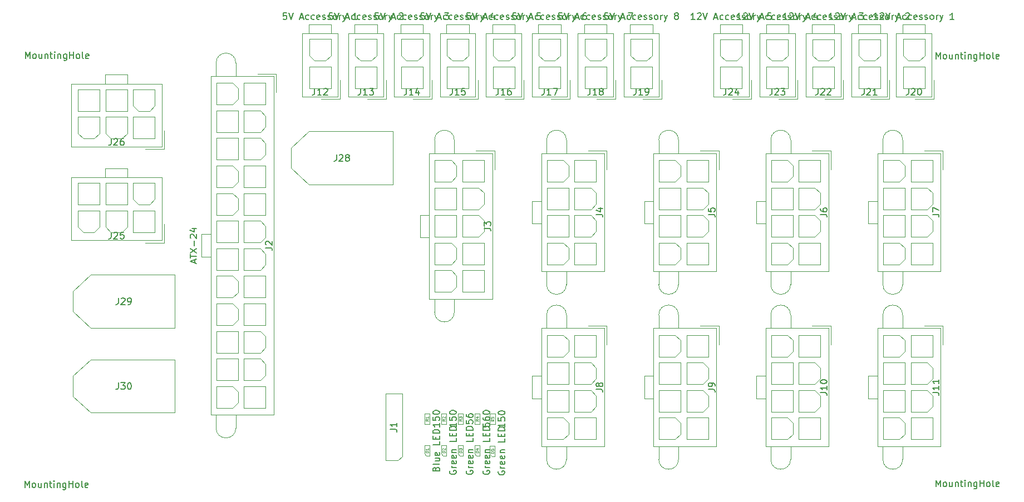
<source format=gbr>
%TF.GenerationSoftware,KiCad,Pcbnew,(5.1.9)-1*%
%TF.CreationDate,2022-08-18T15:43:49-06:00*%
%TF.ProjectId,ATX_PSU_Board,4154585f-5053-4555-9f42-6f6172642e6b,rev?*%
%TF.SameCoordinates,Original*%
%TF.FileFunction,Other,Fab,Top*%
%FSLAX46Y46*%
G04 Gerber Fmt 4.6, Leading zero omitted, Abs format (unit mm)*
G04 Created by KiCad (PCBNEW (5.1.9)-1) date 2022-08-18 15:43:49*
%MOMM*%
%LPD*%
G01*
G04 APERTURE LIST*
%ADD10C,0.100000*%
%ADD11C,0.120000*%
%ADD12C,0.150000*%
%ADD13C,0.060000*%
G04 APERTURE END LIST*
D10*
%TO.C,J1*%
X90407000Y-120777000D02*
X88502000Y-120777000D01*
X88502000Y-120777000D02*
X88502000Y-110617000D01*
X88502000Y-110617000D02*
X91042000Y-110617000D01*
X91042000Y-110617000D02*
X91042000Y-120142000D01*
X91042000Y-120142000D02*
X90407000Y-120777000D01*
%TO.C,J25*%
X54450000Y-87250000D02*
X54450000Y-77650000D01*
X54450000Y-77650000D02*
X40650000Y-77650000D01*
X40650000Y-77650000D02*
X40650000Y-87250000D01*
X40650000Y-87250000D02*
X54450000Y-87250000D01*
X49250000Y-77650000D02*
X49250000Y-76250000D01*
X49250000Y-76250000D02*
X45850000Y-76250000D01*
X45850000Y-76250000D02*
X45850000Y-77650000D01*
X53400000Y-86000000D02*
X53400000Y-82700000D01*
X53400000Y-82700000D02*
X50100000Y-82700000D01*
X50100000Y-82700000D02*
X50100000Y-86000000D01*
X50100000Y-86000000D02*
X53400000Y-86000000D01*
X53400000Y-78500000D02*
X53400000Y-80975000D01*
X53400000Y-80975000D02*
X52575000Y-81800000D01*
X52575000Y-81800000D02*
X50925000Y-81800000D01*
X50925000Y-81800000D02*
X50100000Y-80975000D01*
X50100000Y-80975000D02*
X50100000Y-78500000D01*
X50100000Y-78500000D02*
X53400000Y-78500000D01*
X49200000Y-81800000D02*
X49200000Y-78500000D01*
X49200000Y-78500000D02*
X45900000Y-78500000D01*
X45900000Y-78500000D02*
X45900000Y-81800000D01*
X45900000Y-81800000D02*
X49200000Y-81800000D01*
X49200000Y-82700000D02*
X49200000Y-85175000D01*
X49200000Y-85175000D02*
X48375000Y-86000000D01*
X48375000Y-86000000D02*
X46725000Y-86000000D01*
X46725000Y-86000000D02*
X45900000Y-85175000D01*
X45900000Y-85175000D02*
X45900000Y-82700000D01*
X45900000Y-82700000D02*
X49200000Y-82700000D01*
X45000000Y-81800000D02*
X45000000Y-78500000D01*
X45000000Y-78500000D02*
X41700000Y-78500000D01*
X41700000Y-78500000D02*
X41700000Y-81800000D01*
X41700000Y-81800000D02*
X45000000Y-81800000D01*
X45000000Y-82700000D02*
X45000000Y-85175000D01*
X45000000Y-85175000D02*
X44175000Y-86000000D01*
X44175000Y-86000000D02*
X42525000Y-86000000D01*
X42525000Y-86000000D02*
X41700000Y-85175000D01*
X41700000Y-85175000D02*
X41700000Y-82700000D01*
X41700000Y-82700000D02*
X45000000Y-82700000D01*
X51950000Y-87600000D02*
X54800000Y-87600000D01*
X54800000Y-87600000D02*
X54800000Y-84750000D01*
%TO.C,J26*%
X54450000Y-73000000D02*
X54450000Y-63400000D01*
X54450000Y-63400000D02*
X40650000Y-63400000D01*
X40650000Y-63400000D02*
X40650000Y-73000000D01*
X40650000Y-73000000D02*
X54450000Y-73000000D01*
X49250000Y-63400000D02*
X49250000Y-62000000D01*
X49250000Y-62000000D02*
X45850000Y-62000000D01*
X45850000Y-62000000D02*
X45850000Y-63400000D01*
X53400000Y-71750000D02*
X53400000Y-68450000D01*
X53400000Y-68450000D02*
X50100000Y-68450000D01*
X50100000Y-68450000D02*
X50100000Y-71750000D01*
X50100000Y-71750000D02*
X53400000Y-71750000D01*
X53400000Y-64250000D02*
X53400000Y-66725000D01*
X53400000Y-66725000D02*
X52575000Y-67550000D01*
X52575000Y-67550000D02*
X50925000Y-67550000D01*
X50925000Y-67550000D02*
X50100000Y-66725000D01*
X50100000Y-66725000D02*
X50100000Y-64250000D01*
X50100000Y-64250000D02*
X53400000Y-64250000D01*
X49200000Y-67550000D02*
X49200000Y-64250000D01*
X49200000Y-64250000D02*
X45900000Y-64250000D01*
X45900000Y-64250000D02*
X45900000Y-67550000D01*
X45900000Y-67550000D02*
X49200000Y-67550000D01*
X49200000Y-68450000D02*
X49200000Y-70925000D01*
X49200000Y-70925000D02*
X48375000Y-71750000D01*
X48375000Y-71750000D02*
X46725000Y-71750000D01*
X46725000Y-71750000D02*
X45900000Y-70925000D01*
X45900000Y-70925000D02*
X45900000Y-68450000D01*
X45900000Y-68450000D02*
X49200000Y-68450000D01*
X45000000Y-67550000D02*
X45000000Y-64250000D01*
X45000000Y-64250000D02*
X41700000Y-64250000D01*
X41700000Y-64250000D02*
X41700000Y-67550000D01*
X41700000Y-67550000D02*
X45000000Y-67550000D01*
X45000000Y-68450000D02*
X45000000Y-70925000D01*
X45000000Y-70925000D02*
X44175000Y-71750000D01*
X44175000Y-71750000D02*
X42525000Y-71750000D01*
X42525000Y-71750000D02*
X41700000Y-70925000D01*
X41700000Y-70925000D02*
X41700000Y-68450000D01*
X41700000Y-68450000D02*
X45000000Y-68450000D01*
X51950000Y-73350000D02*
X54800000Y-73350000D01*
X54800000Y-73350000D02*
X54800000Y-70500000D01*
D11*
%TO.C,J30*%
X56405200Y-113476800D02*
X56405200Y-105376800D01*
X43655200Y-113476800D02*
X56405200Y-113476800D01*
X40905200Y-110976800D02*
X43655200Y-113476800D01*
X40905200Y-107876800D02*
X40905200Y-110976800D01*
X43655200Y-105376800D02*
X40905200Y-107876800D01*
X56405200Y-105376800D02*
X43655200Y-105376800D01*
%TO.C,J29*%
X56405200Y-92476400D02*
X43655200Y-92476400D01*
X43655200Y-92476400D02*
X40905200Y-94976400D01*
X40905200Y-94976400D02*
X40905200Y-98076400D01*
X40905200Y-98076400D02*
X43655200Y-100576400D01*
X43655200Y-100576400D02*
X56405200Y-100576400D01*
X56405200Y-100576400D02*
X56405200Y-92476400D01*
D10*
%TO.C,J20*%
X171567600Y-65343600D02*
X171567600Y-55743600D01*
X171567600Y-55743600D02*
X166167600Y-55743600D01*
X166167600Y-55743600D02*
X166167600Y-65343600D01*
X166167600Y-65343600D02*
X171567600Y-65343600D01*
X170567600Y-55743600D02*
X170567600Y-54343600D01*
X170567600Y-54343600D02*
X167167600Y-54343600D01*
X167167600Y-54343600D02*
X167167600Y-55743600D01*
X170517600Y-64093600D02*
X170517600Y-60793600D01*
X170517600Y-60793600D02*
X167217600Y-60793600D01*
X167217600Y-60793600D02*
X167217600Y-64093600D01*
X167217600Y-64093600D02*
X170517600Y-64093600D01*
X170517600Y-56593600D02*
X170517600Y-59068600D01*
X170517600Y-59068600D02*
X169692600Y-59893600D01*
X169692600Y-59893600D02*
X168042600Y-59893600D01*
X168042600Y-59893600D02*
X167217600Y-59068600D01*
X167217600Y-59068600D02*
X167217600Y-56593600D01*
X167217600Y-56593600D02*
X170517600Y-56593600D01*
X169067600Y-65693600D02*
X171917600Y-65693600D01*
X171917600Y-65693600D02*
X171917600Y-62843600D01*
%TO.C,J11*%
X167156400Y-98601800D02*
X167156400Y-100601800D01*
X164156400Y-98601800D02*
X164156400Y-100601800D01*
X167156400Y-120601800D02*
X167156400Y-118601800D01*
X164156400Y-120601800D02*
X164156400Y-118601800D01*
X172946400Y-100601800D02*
X163346400Y-100601800D01*
X163346400Y-100601800D02*
X163346400Y-118601800D01*
X163346400Y-118601800D02*
X172946400Y-118601800D01*
X172946400Y-118601800D02*
X172946400Y-100601800D01*
X163346400Y-107901800D02*
X161946400Y-107901800D01*
X161946400Y-107901800D02*
X161946400Y-111301800D01*
X161946400Y-111301800D02*
X163346400Y-111301800D01*
X171696400Y-101651800D02*
X168396400Y-101651800D01*
X168396400Y-101651800D02*
X168396400Y-104951800D01*
X168396400Y-104951800D02*
X171696400Y-104951800D01*
X171696400Y-104951800D02*
X171696400Y-101651800D01*
X164196400Y-101651800D02*
X166671400Y-101651800D01*
X166671400Y-101651800D02*
X167496400Y-102476800D01*
X167496400Y-102476800D02*
X167496400Y-104126800D01*
X167496400Y-104126800D02*
X166671400Y-104951800D01*
X166671400Y-104951800D02*
X164196400Y-104951800D01*
X164196400Y-104951800D02*
X164196400Y-101651800D01*
X167496400Y-105851800D02*
X164196400Y-105851800D01*
X164196400Y-105851800D02*
X164196400Y-109151800D01*
X164196400Y-109151800D02*
X167496400Y-109151800D01*
X167496400Y-109151800D02*
X167496400Y-105851800D01*
X168396400Y-105851800D02*
X170871400Y-105851800D01*
X170871400Y-105851800D02*
X171696400Y-106676800D01*
X171696400Y-106676800D02*
X171696400Y-108326800D01*
X171696400Y-108326800D02*
X170871400Y-109151800D01*
X170871400Y-109151800D02*
X168396400Y-109151800D01*
X168396400Y-109151800D02*
X168396400Y-105851800D01*
X167496400Y-110051800D02*
X164196400Y-110051800D01*
X164196400Y-110051800D02*
X164196400Y-113351800D01*
X164196400Y-113351800D02*
X167496400Y-113351800D01*
X167496400Y-113351800D02*
X167496400Y-110051800D01*
X168396400Y-110051800D02*
X170871400Y-110051800D01*
X170871400Y-110051800D02*
X171696400Y-110876800D01*
X171696400Y-110876800D02*
X171696400Y-112526800D01*
X171696400Y-112526800D02*
X170871400Y-113351800D01*
X170871400Y-113351800D02*
X168396400Y-113351800D01*
X168396400Y-113351800D02*
X168396400Y-110051800D01*
X171696400Y-114251800D02*
X168396400Y-114251800D01*
X168396400Y-114251800D02*
X168396400Y-117551800D01*
X168396400Y-117551800D02*
X171696400Y-117551800D01*
X171696400Y-117551800D02*
X171696400Y-114251800D01*
X164196400Y-114251800D02*
X166671400Y-114251800D01*
X166671400Y-114251800D02*
X167496400Y-115076800D01*
X167496400Y-115076800D02*
X167496400Y-116726800D01*
X167496400Y-116726800D02*
X166671400Y-117551800D01*
X166671400Y-117551800D02*
X164196400Y-117551800D01*
X164196400Y-117551800D02*
X164196400Y-114251800D01*
X173296400Y-103101800D02*
X173296400Y-100251800D01*
X173296400Y-100251800D02*
X170446400Y-100251800D01*
X164156400Y-120601800D02*
G75*
G03*
X167156400Y-120601800I1500000J0D01*
G01*
X167156400Y-98601800D02*
G75*
G03*
X164156400Y-98601800I-1500000J0D01*
G01*
%TO.C,J24*%
X143783632Y-65357200D02*
X143783632Y-55757200D01*
X143783632Y-55757200D02*
X138383632Y-55757200D01*
X138383632Y-55757200D02*
X138383632Y-65357200D01*
X138383632Y-65357200D02*
X143783632Y-65357200D01*
X142783632Y-55757200D02*
X142783632Y-54357200D01*
X142783632Y-54357200D02*
X139383632Y-54357200D01*
X139383632Y-54357200D02*
X139383632Y-55757200D01*
X142733632Y-64107200D02*
X142733632Y-60807200D01*
X142733632Y-60807200D02*
X139433632Y-60807200D01*
X139433632Y-60807200D02*
X139433632Y-64107200D01*
X139433632Y-64107200D02*
X142733632Y-64107200D01*
X142733632Y-56607200D02*
X142733632Y-59082200D01*
X142733632Y-59082200D02*
X141908632Y-59907200D01*
X141908632Y-59907200D02*
X140258632Y-59907200D01*
X140258632Y-59907200D02*
X139433632Y-59082200D01*
X139433632Y-59082200D02*
X139433632Y-56607200D01*
X139433632Y-56607200D02*
X142733632Y-56607200D01*
X141283632Y-65707200D02*
X144133632Y-65707200D01*
X144133632Y-65707200D02*
X144133632Y-62857200D01*
%TO.C,J23*%
X150786774Y-65357200D02*
X150786774Y-55757200D01*
X150786774Y-55757200D02*
X145386774Y-55757200D01*
X145386774Y-55757200D02*
X145386774Y-65357200D01*
X145386774Y-65357200D02*
X150786774Y-65357200D01*
X149786774Y-55757200D02*
X149786774Y-54357200D01*
X149786774Y-54357200D02*
X146386774Y-54357200D01*
X146386774Y-54357200D02*
X146386774Y-55757200D01*
X149736774Y-64107200D02*
X149736774Y-60807200D01*
X149736774Y-60807200D02*
X146436774Y-60807200D01*
X146436774Y-60807200D02*
X146436774Y-64107200D01*
X146436774Y-64107200D02*
X149736774Y-64107200D01*
X149736774Y-56607200D02*
X149736774Y-59082200D01*
X149736774Y-59082200D02*
X148911774Y-59907200D01*
X148911774Y-59907200D02*
X147261774Y-59907200D01*
X147261774Y-59907200D02*
X146436774Y-59082200D01*
X146436774Y-59082200D02*
X146436774Y-56607200D01*
X146436774Y-56607200D02*
X149736774Y-56607200D01*
X148286774Y-65707200D02*
X151136774Y-65707200D01*
X151136774Y-65707200D02*
X151136774Y-62857200D01*
%TO.C,J22*%
X157789916Y-65357200D02*
X157789916Y-55757200D01*
X157789916Y-55757200D02*
X152389916Y-55757200D01*
X152389916Y-55757200D02*
X152389916Y-65357200D01*
X152389916Y-65357200D02*
X157789916Y-65357200D01*
X156789916Y-55757200D02*
X156789916Y-54357200D01*
X156789916Y-54357200D02*
X153389916Y-54357200D01*
X153389916Y-54357200D02*
X153389916Y-55757200D01*
X156739916Y-64107200D02*
X156739916Y-60807200D01*
X156739916Y-60807200D02*
X153439916Y-60807200D01*
X153439916Y-60807200D02*
X153439916Y-64107200D01*
X153439916Y-64107200D02*
X156739916Y-64107200D01*
X156739916Y-56607200D02*
X156739916Y-59082200D01*
X156739916Y-59082200D02*
X155914916Y-59907200D01*
X155914916Y-59907200D02*
X154264916Y-59907200D01*
X154264916Y-59907200D02*
X153439916Y-59082200D01*
X153439916Y-59082200D02*
X153439916Y-56607200D01*
X153439916Y-56607200D02*
X156739916Y-56607200D01*
X155289916Y-65707200D02*
X158139916Y-65707200D01*
X158139916Y-65707200D02*
X158139916Y-62857200D01*
%TO.C,J21*%
X164793058Y-65357200D02*
X164793058Y-55757200D01*
X164793058Y-55757200D02*
X159393058Y-55757200D01*
X159393058Y-55757200D02*
X159393058Y-65357200D01*
X159393058Y-65357200D02*
X164793058Y-65357200D01*
X163793058Y-55757200D02*
X163793058Y-54357200D01*
X163793058Y-54357200D02*
X160393058Y-54357200D01*
X160393058Y-54357200D02*
X160393058Y-55757200D01*
X163743058Y-64107200D02*
X163743058Y-60807200D01*
X163743058Y-60807200D02*
X160443058Y-60807200D01*
X160443058Y-60807200D02*
X160443058Y-64107200D01*
X160443058Y-64107200D02*
X163743058Y-64107200D01*
X163743058Y-56607200D02*
X163743058Y-59082200D01*
X163743058Y-59082200D02*
X162918058Y-59907200D01*
X162918058Y-59907200D02*
X161268058Y-59907200D01*
X161268058Y-59907200D02*
X160443058Y-59082200D01*
X160443058Y-59082200D02*
X160443058Y-56607200D01*
X160443058Y-56607200D02*
X163743058Y-56607200D01*
X162293058Y-65707200D02*
X165143058Y-65707200D01*
X165143058Y-65707200D02*
X165143058Y-62857200D01*
%TO.C,J19*%
X130114800Y-65343600D02*
X130114800Y-55743600D01*
X130114800Y-55743600D02*
X124714800Y-55743600D01*
X124714800Y-55743600D02*
X124714800Y-65343600D01*
X124714800Y-65343600D02*
X130114800Y-65343600D01*
X129114800Y-55743600D02*
X129114800Y-54343600D01*
X129114800Y-54343600D02*
X125714800Y-54343600D01*
X125714800Y-54343600D02*
X125714800Y-55743600D01*
X129064800Y-64093600D02*
X129064800Y-60793600D01*
X129064800Y-60793600D02*
X125764800Y-60793600D01*
X125764800Y-60793600D02*
X125764800Y-64093600D01*
X125764800Y-64093600D02*
X129064800Y-64093600D01*
X129064800Y-56593600D02*
X129064800Y-59068600D01*
X129064800Y-59068600D02*
X128239800Y-59893600D01*
X128239800Y-59893600D02*
X126589800Y-59893600D01*
X126589800Y-59893600D02*
X125764800Y-59068600D01*
X125764800Y-59068600D02*
X125764800Y-56593600D01*
X125764800Y-56593600D02*
X129064800Y-56593600D01*
X127614800Y-65693600D02*
X130464800Y-65693600D01*
X130464800Y-65693600D02*
X130464800Y-62843600D01*
%TO.C,J18*%
X123129800Y-65343600D02*
X123129800Y-55743600D01*
X123129800Y-55743600D02*
X117729800Y-55743600D01*
X117729800Y-55743600D02*
X117729800Y-65343600D01*
X117729800Y-65343600D02*
X123129800Y-65343600D01*
X122129800Y-55743600D02*
X122129800Y-54343600D01*
X122129800Y-54343600D02*
X118729800Y-54343600D01*
X118729800Y-54343600D02*
X118729800Y-55743600D01*
X122079800Y-64093600D02*
X122079800Y-60793600D01*
X122079800Y-60793600D02*
X118779800Y-60793600D01*
X118779800Y-60793600D02*
X118779800Y-64093600D01*
X118779800Y-64093600D02*
X122079800Y-64093600D01*
X122079800Y-56593600D02*
X122079800Y-59068600D01*
X122079800Y-59068600D02*
X121254800Y-59893600D01*
X121254800Y-59893600D02*
X119604800Y-59893600D01*
X119604800Y-59893600D02*
X118779800Y-59068600D01*
X118779800Y-59068600D02*
X118779800Y-56593600D01*
X118779800Y-56593600D02*
X122079800Y-56593600D01*
X120629800Y-65693600D02*
X123479800Y-65693600D01*
X123479800Y-65693600D02*
X123479800Y-62843600D01*
%TO.C,J17*%
X116144800Y-65343600D02*
X116144800Y-55743600D01*
X116144800Y-55743600D02*
X110744800Y-55743600D01*
X110744800Y-55743600D02*
X110744800Y-65343600D01*
X110744800Y-65343600D02*
X116144800Y-65343600D01*
X115144800Y-55743600D02*
X115144800Y-54343600D01*
X115144800Y-54343600D02*
X111744800Y-54343600D01*
X111744800Y-54343600D02*
X111744800Y-55743600D01*
X115094800Y-64093600D02*
X115094800Y-60793600D01*
X115094800Y-60793600D02*
X111794800Y-60793600D01*
X111794800Y-60793600D02*
X111794800Y-64093600D01*
X111794800Y-64093600D02*
X115094800Y-64093600D01*
X115094800Y-56593600D02*
X115094800Y-59068600D01*
X115094800Y-59068600D02*
X114269800Y-59893600D01*
X114269800Y-59893600D02*
X112619800Y-59893600D01*
X112619800Y-59893600D02*
X111794800Y-59068600D01*
X111794800Y-59068600D02*
X111794800Y-56593600D01*
X111794800Y-56593600D02*
X115094800Y-56593600D01*
X113644800Y-65693600D02*
X116494800Y-65693600D01*
X116494800Y-65693600D02*
X116494800Y-62843600D01*
%TO.C,J16*%
X109159800Y-65343600D02*
X109159800Y-55743600D01*
X109159800Y-55743600D02*
X103759800Y-55743600D01*
X103759800Y-55743600D02*
X103759800Y-65343600D01*
X103759800Y-65343600D02*
X109159800Y-65343600D01*
X108159800Y-55743600D02*
X108159800Y-54343600D01*
X108159800Y-54343600D02*
X104759800Y-54343600D01*
X104759800Y-54343600D02*
X104759800Y-55743600D01*
X108109800Y-64093600D02*
X108109800Y-60793600D01*
X108109800Y-60793600D02*
X104809800Y-60793600D01*
X104809800Y-60793600D02*
X104809800Y-64093600D01*
X104809800Y-64093600D02*
X108109800Y-64093600D01*
X108109800Y-56593600D02*
X108109800Y-59068600D01*
X108109800Y-59068600D02*
X107284800Y-59893600D01*
X107284800Y-59893600D02*
X105634800Y-59893600D01*
X105634800Y-59893600D02*
X104809800Y-59068600D01*
X104809800Y-59068600D02*
X104809800Y-56593600D01*
X104809800Y-56593600D02*
X108109800Y-56593600D01*
X106659800Y-65693600D02*
X109509800Y-65693600D01*
X109509800Y-65693600D02*
X109509800Y-62843600D01*
%TO.C,J15*%
X102174800Y-65343600D02*
X102174800Y-55743600D01*
X102174800Y-55743600D02*
X96774800Y-55743600D01*
X96774800Y-55743600D02*
X96774800Y-65343600D01*
X96774800Y-65343600D02*
X102174800Y-65343600D01*
X101174800Y-55743600D02*
X101174800Y-54343600D01*
X101174800Y-54343600D02*
X97774800Y-54343600D01*
X97774800Y-54343600D02*
X97774800Y-55743600D01*
X101124800Y-64093600D02*
X101124800Y-60793600D01*
X101124800Y-60793600D02*
X97824800Y-60793600D01*
X97824800Y-60793600D02*
X97824800Y-64093600D01*
X97824800Y-64093600D02*
X101124800Y-64093600D01*
X101124800Y-56593600D02*
X101124800Y-59068600D01*
X101124800Y-59068600D02*
X100299800Y-59893600D01*
X100299800Y-59893600D02*
X98649800Y-59893600D01*
X98649800Y-59893600D02*
X97824800Y-59068600D01*
X97824800Y-59068600D02*
X97824800Y-56593600D01*
X97824800Y-56593600D02*
X101124800Y-56593600D01*
X99674800Y-65693600D02*
X102524800Y-65693600D01*
X102524800Y-65693600D02*
X102524800Y-62843600D01*
%TO.C,J14*%
X95189800Y-65343600D02*
X95189800Y-55743600D01*
X95189800Y-55743600D02*
X89789800Y-55743600D01*
X89789800Y-55743600D02*
X89789800Y-65343600D01*
X89789800Y-65343600D02*
X95189800Y-65343600D01*
X94189800Y-55743600D02*
X94189800Y-54343600D01*
X94189800Y-54343600D02*
X90789800Y-54343600D01*
X90789800Y-54343600D02*
X90789800Y-55743600D01*
X94139800Y-64093600D02*
X94139800Y-60793600D01*
X94139800Y-60793600D02*
X90839800Y-60793600D01*
X90839800Y-60793600D02*
X90839800Y-64093600D01*
X90839800Y-64093600D02*
X94139800Y-64093600D01*
X94139800Y-56593600D02*
X94139800Y-59068600D01*
X94139800Y-59068600D02*
X93314800Y-59893600D01*
X93314800Y-59893600D02*
X91664800Y-59893600D01*
X91664800Y-59893600D02*
X90839800Y-59068600D01*
X90839800Y-59068600D02*
X90839800Y-56593600D01*
X90839800Y-56593600D02*
X94139800Y-56593600D01*
X92689800Y-65693600D02*
X95539800Y-65693600D01*
X95539800Y-65693600D02*
X95539800Y-62843600D01*
%TO.C,J13*%
X88204800Y-65343600D02*
X88204800Y-55743600D01*
X88204800Y-55743600D02*
X82804800Y-55743600D01*
X82804800Y-55743600D02*
X82804800Y-65343600D01*
X82804800Y-65343600D02*
X88204800Y-65343600D01*
X87204800Y-55743600D02*
X87204800Y-54343600D01*
X87204800Y-54343600D02*
X83804800Y-54343600D01*
X83804800Y-54343600D02*
X83804800Y-55743600D01*
X87154800Y-64093600D02*
X87154800Y-60793600D01*
X87154800Y-60793600D02*
X83854800Y-60793600D01*
X83854800Y-60793600D02*
X83854800Y-64093600D01*
X83854800Y-64093600D02*
X87154800Y-64093600D01*
X87154800Y-56593600D02*
X87154800Y-59068600D01*
X87154800Y-59068600D02*
X86329800Y-59893600D01*
X86329800Y-59893600D02*
X84679800Y-59893600D01*
X84679800Y-59893600D02*
X83854800Y-59068600D01*
X83854800Y-59068600D02*
X83854800Y-56593600D01*
X83854800Y-56593600D02*
X87154800Y-56593600D01*
X85704800Y-65693600D02*
X88554800Y-65693600D01*
X88554800Y-65693600D02*
X88554800Y-62843600D01*
%TO.C,J12*%
X81219800Y-65343600D02*
X81219800Y-55743600D01*
X81219800Y-55743600D02*
X75819800Y-55743600D01*
X75819800Y-55743600D02*
X75819800Y-65343600D01*
X75819800Y-65343600D02*
X81219800Y-65343600D01*
X80219800Y-55743600D02*
X80219800Y-54343600D01*
X80219800Y-54343600D02*
X76819800Y-54343600D01*
X76819800Y-54343600D02*
X76819800Y-55743600D01*
X80169800Y-64093600D02*
X80169800Y-60793600D01*
X80169800Y-60793600D02*
X76869800Y-60793600D01*
X76869800Y-60793600D02*
X76869800Y-64093600D01*
X76869800Y-64093600D02*
X80169800Y-64093600D01*
X80169800Y-56593600D02*
X80169800Y-59068600D01*
X80169800Y-59068600D02*
X79344800Y-59893600D01*
X79344800Y-59893600D02*
X77694800Y-59893600D01*
X77694800Y-59893600D02*
X76869800Y-59068600D01*
X76869800Y-59068600D02*
X76869800Y-56593600D01*
X76869800Y-56593600D02*
X80169800Y-56593600D01*
X78719800Y-65693600D02*
X81569800Y-65693600D01*
X81569800Y-65693600D02*
X81569800Y-62843600D01*
%TO.C,R5*%
X105162500Y-115261600D02*
X104337500Y-115261600D01*
X104337500Y-115261600D02*
X104337500Y-113661600D01*
X104337500Y-113661600D02*
X105162500Y-113661600D01*
X105162500Y-113661600D02*
X105162500Y-115261600D01*
%TO.C,D5*%
X104340000Y-118511600D02*
X104340000Y-119811600D01*
X104340000Y-119811600D02*
X104640000Y-120111600D01*
X104640000Y-120111600D02*
X105140000Y-120111600D01*
X105140000Y-120111600D02*
X105140000Y-118511600D01*
X105140000Y-118511600D02*
X104340000Y-118511600D01*
D11*
%TO.C,J28*%
X89578400Y-78726800D02*
X89578400Y-70626800D01*
X76828400Y-78726800D02*
X89578400Y-78726800D01*
X74078400Y-76226800D02*
X76828400Y-78726800D01*
X74078400Y-73126800D02*
X74078400Y-76226800D01*
X76828400Y-70626800D02*
X74078400Y-73126800D01*
X89578400Y-70626800D02*
X76828400Y-70626800D01*
D10*
%TO.C,R4*%
X102838500Y-113597100D02*
X102838500Y-115197100D01*
X102013500Y-113597100D02*
X102838500Y-113597100D01*
X102013500Y-115197100D02*
X102013500Y-113597100D01*
X102838500Y-115197100D02*
X102013500Y-115197100D01*
%TO.C,R3*%
X100298500Y-113597100D02*
X100298500Y-115197100D01*
X99473500Y-113597100D02*
X100298500Y-113597100D01*
X99473500Y-115197100D02*
X99473500Y-113597100D01*
X100298500Y-115197100D02*
X99473500Y-115197100D01*
%TO.C,R2*%
X97758500Y-113597100D02*
X97758500Y-115197100D01*
X96933500Y-113597100D02*
X97758500Y-113597100D01*
X96933500Y-115197100D02*
X96933500Y-113597100D01*
X97758500Y-115197100D02*
X96933500Y-115197100D01*
%TO.C,R1*%
X95218500Y-113597100D02*
X95218500Y-115197100D01*
X94393500Y-113597100D02*
X95218500Y-113597100D01*
X94393500Y-115197100D02*
X94393500Y-113597100D01*
X95218500Y-115197100D02*
X94393500Y-115197100D01*
%TO.C,D4*%
X102826000Y-118432600D02*
X102026000Y-118432600D01*
X102826000Y-120032600D02*
X102826000Y-118432600D01*
X102326000Y-120032600D02*
X102826000Y-120032600D01*
X102026000Y-119732600D02*
X102326000Y-120032600D01*
X102026000Y-118432600D02*
X102026000Y-119732600D01*
%TO.C,D3*%
X100286000Y-118432600D02*
X99486000Y-118432600D01*
X100286000Y-120032600D02*
X100286000Y-118432600D01*
X99786000Y-120032600D02*
X100286000Y-120032600D01*
X99486000Y-119732600D02*
X99786000Y-120032600D01*
X99486000Y-118432600D02*
X99486000Y-119732600D01*
%TO.C,D2*%
X97746000Y-118432600D02*
X96946000Y-118432600D01*
X97746000Y-120032600D02*
X97746000Y-118432600D01*
X97246000Y-120032600D02*
X97746000Y-120032600D01*
X96946000Y-119732600D02*
X97246000Y-120032600D01*
X96946000Y-118432600D02*
X96946000Y-119732600D01*
%TO.C,D1*%
X95206000Y-118432600D02*
X94406000Y-118432600D01*
X95206000Y-120032600D02*
X95206000Y-118432600D01*
X94706000Y-120032600D02*
X95206000Y-120032600D01*
X94406000Y-119732600D02*
X94706000Y-120032600D01*
X94406000Y-118432600D02*
X94406000Y-119732600D01*
%TO.C,J5*%
X133051000Y-71964600D02*
X133051000Y-73964600D01*
X130051000Y-71964600D02*
X130051000Y-73964600D01*
X133051000Y-93964600D02*
X133051000Y-91964600D01*
X130051000Y-93964600D02*
X130051000Y-91964600D01*
X138841000Y-73964600D02*
X129241000Y-73964600D01*
X129241000Y-73964600D02*
X129241000Y-91964600D01*
X129241000Y-91964600D02*
X138841000Y-91964600D01*
X138841000Y-91964600D02*
X138841000Y-73964600D01*
X129241000Y-81264600D02*
X127841000Y-81264600D01*
X127841000Y-81264600D02*
X127841000Y-84664600D01*
X127841000Y-84664600D02*
X129241000Y-84664600D01*
X137591000Y-75014600D02*
X134291000Y-75014600D01*
X134291000Y-75014600D02*
X134291000Y-78314600D01*
X134291000Y-78314600D02*
X137591000Y-78314600D01*
X137591000Y-78314600D02*
X137591000Y-75014600D01*
X130091000Y-75014600D02*
X132566000Y-75014600D01*
X132566000Y-75014600D02*
X133391000Y-75839600D01*
X133391000Y-75839600D02*
X133391000Y-77489600D01*
X133391000Y-77489600D02*
X132566000Y-78314600D01*
X132566000Y-78314600D02*
X130091000Y-78314600D01*
X130091000Y-78314600D02*
X130091000Y-75014600D01*
X133391000Y-79214600D02*
X130091000Y-79214600D01*
X130091000Y-79214600D02*
X130091000Y-82514600D01*
X130091000Y-82514600D02*
X133391000Y-82514600D01*
X133391000Y-82514600D02*
X133391000Y-79214600D01*
X134291000Y-79214600D02*
X136766000Y-79214600D01*
X136766000Y-79214600D02*
X137591000Y-80039600D01*
X137591000Y-80039600D02*
X137591000Y-81689600D01*
X137591000Y-81689600D02*
X136766000Y-82514600D01*
X136766000Y-82514600D02*
X134291000Y-82514600D01*
X134291000Y-82514600D02*
X134291000Y-79214600D01*
X133391000Y-83414600D02*
X130091000Y-83414600D01*
X130091000Y-83414600D02*
X130091000Y-86714600D01*
X130091000Y-86714600D02*
X133391000Y-86714600D01*
X133391000Y-86714600D02*
X133391000Y-83414600D01*
X134291000Y-83414600D02*
X136766000Y-83414600D01*
X136766000Y-83414600D02*
X137591000Y-84239600D01*
X137591000Y-84239600D02*
X137591000Y-85889600D01*
X137591000Y-85889600D02*
X136766000Y-86714600D01*
X136766000Y-86714600D02*
X134291000Y-86714600D01*
X134291000Y-86714600D02*
X134291000Y-83414600D01*
X137591000Y-87614600D02*
X134291000Y-87614600D01*
X134291000Y-87614600D02*
X134291000Y-90914600D01*
X134291000Y-90914600D02*
X137591000Y-90914600D01*
X137591000Y-90914600D02*
X137591000Y-87614600D01*
X130091000Y-87614600D02*
X132566000Y-87614600D01*
X132566000Y-87614600D02*
X133391000Y-88439600D01*
X133391000Y-88439600D02*
X133391000Y-90089600D01*
X133391000Y-90089600D02*
X132566000Y-90914600D01*
X132566000Y-90914600D02*
X130091000Y-90914600D01*
X130091000Y-90914600D02*
X130091000Y-87614600D01*
X139191000Y-76464600D02*
X139191000Y-73614600D01*
X139191000Y-73614600D02*
X136341000Y-73614600D01*
X130051000Y-93964600D02*
G75*
G03*
X133051000Y-93964600I1500000J0D01*
G01*
X133051000Y-71964600D02*
G75*
G03*
X130051000Y-71964600I-1500000J0D01*
G01*
%TO.C,J7*%
X167156400Y-71964600D02*
X167156400Y-73964600D01*
X164156400Y-71964600D02*
X164156400Y-73964600D01*
X167156400Y-93964600D02*
X167156400Y-91964600D01*
X164156400Y-93964600D02*
X164156400Y-91964600D01*
X172946400Y-73964600D02*
X163346400Y-73964600D01*
X163346400Y-73964600D02*
X163346400Y-91964600D01*
X163346400Y-91964600D02*
X172946400Y-91964600D01*
X172946400Y-91964600D02*
X172946400Y-73964600D01*
X163346400Y-81264600D02*
X161946400Y-81264600D01*
X161946400Y-81264600D02*
X161946400Y-84664600D01*
X161946400Y-84664600D02*
X163346400Y-84664600D01*
X171696400Y-75014600D02*
X168396400Y-75014600D01*
X168396400Y-75014600D02*
X168396400Y-78314600D01*
X168396400Y-78314600D02*
X171696400Y-78314600D01*
X171696400Y-78314600D02*
X171696400Y-75014600D01*
X164196400Y-75014600D02*
X166671400Y-75014600D01*
X166671400Y-75014600D02*
X167496400Y-75839600D01*
X167496400Y-75839600D02*
X167496400Y-77489600D01*
X167496400Y-77489600D02*
X166671400Y-78314600D01*
X166671400Y-78314600D02*
X164196400Y-78314600D01*
X164196400Y-78314600D02*
X164196400Y-75014600D01*
X167496400Y-79214600D02*
X164196400Y-79214600D01*
X164196400Y-79214600D02*
X164196400Y-82514600D01*
X164196400Y-82514600D02*
X167496400Y-82514600D01*
X167496400Y-82514600D02*
X167496400Y-79214600D01*
X168396400Y-79214600D02*
X170871400Y-79214600D01*
X170871400Y-79214600D02*
X171696400Y-80039600D01*
X171696400Y-80039600D02*
X171696400Y-81689600D01*
X171696400Y-81689600D02*
X170871400Y-82514600D01*
X170871400Y-82514600D02*
X168396400Y-82514600D01*
X168396400Y-82514600D02*
X168396400Y-79214600D01*
X167496400Y-83414600D02*
X164196400Y-83414600D01*
X164196400Y-83414600D02*
X164196400Y-86714600D01*
X164196400Y-86714600D02*
X167496400Y-86714600D01*
X167496400Y-86714600D02*
X167496400Y-83414600D01*
X168396400Y-83414600D02*
X170871400Y-83414600D01*
X170871400Y-83414600D02*
X171696400Y-84239600D01*
X171696400Y-84239600D02*
X171696400Y-85889600D01*
X171696400Y-85889600D02*
X170871400Y-86714600D01*
X170871400Y-86714600D02*
X168396400Y-86714600D01*
X168396400Y-86714600D02*
X168396400Y-83414600D01*
X171696400Y-87614600D02*
X168396400Y-87614600D01*
X168396400Y-87614600D02*
X168396400Y-90914600D01*
X168396400Y-90914600D02*
X171696400Y-90914600D01*
X171696400Y-90914600D02*
X171696400Y-87614600D01*
X164196400Y-87614600D02*
X166671400Y-87614600D01*
X166671400Y-87614600D02*
X167496400Y-88439600D01*
X167496400Y-88439600D02*
X167496400Y-90089600D01*
X167496400Y-90089600D02*
X166671400Y-90914600D01*
X166671400Y-90914600D02*
X164196400Y-90914600D01*
X164196400Y-90914600D02*
X164196400Y-87614600D01*
X173296400Y-76464600D02*
X173296400Y-73614600D01*
X173296400Y-73614600D02*
X170446400Y-73614600D01*
X164156400Y-93964600D02*
G75*
G03*
X167156400Y-93964600I1500000J0D01*
G01*
X167156400Y-71964600D02*
G75*
G03*
X164156400Y-71964600I-1500000J0D01*
G01*
%TO.C,J10*%
X150103700Y-98601800D02*
X150103700Y-100601800D01*
X147103700Y-98601800D02*
X147103700Y-100601800D01*
X150103700Y-120601800D02*
X150103700Y-118601800D01*
X147103700Y-120601800D02*
X147103700Y-118601800D01*
X155893700Y-100601800D02*
X146293700Y-100601800D01*
X146293700Y-100601800D02*
X146293700Y-118601800D01*
X146293700Y-118601800D02*
X155893700Y-118601800D01*
X155893700Y-118601800D02*
X155893700Y-100601800D01*
X146293700Y-107901800D02*
X144893700Y-107901800D01*
X144893700Y-107901800D02*
X144893700Y-111301800D01*
X144893700Y-111301800D02*
X146293700Y-111301800D01*
X154643700Y-101651800D02*
X151343700Y-101651800D01*
X151343700Y-101651800D02*
X151343700Y-104951800D01*
X151343700Y-104951800D02*
X154643700Y-104951800D01*
X154643700Y-104951800D02*
X154643700Y-101651800D01*
X147143700Y-101651800D02*
X149618700Y-101651800D01*
X149618700Y-101651800D02*
X150443700Y-102476800D01*
X150443700Y-102476800D02*
X150443700Y-104126800D01*
X150443700Y-104126800D02*
X149618700Y-104951800D01*
X149618700Y-104951800D02*
X147143700Y-104951800D01*
X147143700Y-104951800D02*
X147143700Y-101651800D01*
X150443700Y-105851800D02*
X147143700Y-105851800D01*
X147143700Y-105851800D02*
X147143700Y-109151800D01*
X147143700Y-109151800D02*
X150443700Y-109151800D01*
X150443700Y-109151800D02*
X150443700Y-105851800D01*
X151343700Y-105851800D02*
X153818700Y-105851800D01*
X153818700Y-105851800D02*
X154643700Y-106676800D01*
X154643700Y-106676800D02*
X154643700Y-108326800D01*
X154643700Y-108326800D02*
X153818700Y-109151800D01*
X153818700Y-109151800D02*
X151343700Y-109151800D01*
X151343700Y-109151800D02*
X151343700Y-105851800D01*
X150443700Y-110051800D02*
X147143700Y-110051800D01*
X147143700Y-110051800D02*
X147143700Y-113351800D01*
X147143700Y-113351800D02*
X150443700Y-113351800D01*
X150443700Y-113351800D02*
X150443700Y-110051800D01*
X151343700Y-110051800D02*
X153818700Y-110051800D01*
X153818700Y-110051800D02*
X154643700Y-110876800D01*
X154643700Y-110876800D02*
X154643700Y-112526800D01*
X154643700Y-112526800D02*
X153818700Y-113351800D01*
X153818700Y-113351800D02*
X151343700Y-113351800D01*
X151343700Y-113351800D02*
X151343700Y-110051800D01*
X154643700Y-114251800D02*
X151343700Y-114251800D01*
X151343700Y-114251800D02*
X151343700Y-117551800D01*
X151343700Y-117551800D02*
X154643700Y-117551800D01*
X154643700Y-117551800D02*
X154643700Y-114251800D01*
X147143700Y-114251800D02*
X149618700Y-114251800D01*
X149618700Y-114251800D02*
X150443700Y-115076800D01*
X150443700Y-115076800D02*
X150443700Y-116726800D01*
X150443700Y-116726800D02*
X149618700Y-117551800D01*
X149618700Y-117551800D02*
X147143700Y-117551800D01*
X147143700Y-117551800D02*
X147143700Y-114251800D01*
X156243700Y-103101800D02*
X156243700Y-100251800D01*
X156243700Y-100251800D02*
X153393700Y-100251800D01*
X147103700Y-120601800D02*
G75*
G03*
X150103700Y-120601800I1500000J0D01*
G01*
X150103700Y-98601800D02*
G75*
G03*
X147103700Y-98601800I-1500000J0D01*
G01*
%TO.C,J9*%
X133051000Y-98601800D02*
X133051000Y-100601800D01*
X130051000Y-98601800D02*
X130051000Y-100601800D01*
X133051000Y-120601800D02*
X133051000Y-118601800D01*
X130051000Y-120601800D02*
X130051000Y-118601800D01*
X138841000Y-100601800D02*
X129241000Y-100601800D01*
X129241000Y-100601800D02*
X129241000Y-118601800D01*
X129241000Y-118601800D02*
X138841000Y-118601800D01*
X138841000Y-118601800D02*
X138841000Y-100601800D01*
X129241000Y-107901800D02*
X127841000Y-107901800D01*
X127841000Y-107901800D02*
X127841000Y-111301800D01*
X127841000Y-111301800D02*
X129241000Y-111301800D01*
X137591000Y-101651800D02*
X134291000Y-101651800D01*
X134291000Y-101651800D02*
X134291000Y-104951800D01*
X134291000Y-104951800D02*
X137591000Y-104951800D01*
X137591000Y-104951800D02*
X137591000Y-101651800D01*
X130091000Y-101651800D02*
X132566000Y-101651800D01*
X132566000Y-101651800D02*
X133391000Y-102476800D01*
X133391000Y-102476800D02*
X133391000Y-104126800D01*
X133391000Y-104126800D02*
X132566000Y-104951800D01*
X132566000Y-104951800D02*
X130091000Y-104951800D01*
X130091000Y-104951800D02*
X130091000Y-101651800D01*
X133391000Y-105851800D02*
X130091000Y-105851800D01*
X130091000Y-105851800D02*
X130091000Y-109151800D01*
X130091000Y-109151800D02*
X133391000Y-109151800D01*
X133391000Y-109151800D02*
X133391000Y-105851800D01*
X134291000Y-105851800D02*
X136766000Y-105851800D01*
X136766000Y-105851800D02*
X137591000Y-106676800D01*
X137591000Y-106676800D02*
X137591000Y-108326800D01*
X137591000Y-108326800D02*
X136766000Y-109151800D01*
X136766000Y-109151800D02*
X134291000Y-109151800D01*
X134291000Y-109151800D02*
X134291000Y-105851800D01*
X133391000Y-110051800D02*
X130091000Y-110051800D01*
X130091000Y-110051800D02*
X130091000Y-113351800D01*
X130091000Y-113351800D02*
X133391000Y-113351800D01*
X133391000Y-113351800D02*
X133391000Y-110051800D01*
X134291000Y-110051800D02*
X136766000Y-110051800D01*
X136766000Y-110051800D02*
X137591000Y-110876800D01*
X137591000Y-110876800D02*
X137591000Y-112526800D01*
X137591000Y-112526800D02*
X136766000Y-113351800D01*
X136766000Y-113351800D02*
X134291000Y-113351800D01*
X134291000Y-113351800D02*
X134291000Y-110051800D01*
X137591000Y-114251800D02*
X134291000Y-114251800D01*
X134291000Y-114251800D02*
X134291000Y-117551800D01*
X134291000Y-117551800D02*
X137591000Y-117551800D01*
X137591000Y-117551800D02*
X137591000Y-114251800D01*
X130091000Y-114251800D02*
X132566000Y-114251800D01*
X132566000Y-114251800D02*
X133391000Y-115076800D01*
X133391000Y-115076800D02*
X133391000Y-116726800D01*
X133391000Y-116726800D02*
X132566000Y-117551800D01*
X132566000Y-117551800D02*
X130091000Y-117551800D01*
X130091000Y-117551800D02*
X130091000Y-114251800D01*
X139191000Y-103101800D02*
X139191000Y-100251800D01*
X139191000Y-100251800D02*
X136341000Y-100251800D01*
X130051000Y-120601800D02*
G75*
G03*
X133051000Y-120601800I1500000J0D01*
G01*
X133051000Y-98601800D02*
G75*
G03*
X130051000Y-98601800I-1500000J0D01*
G01*
%TO.C,J8*%
X115998300Y-98601800D02*
X115998300Y-100601800D01*
X112998300Y-98601800D02*
X112998300Y-100601800D01*
X115998300Y-120601800D02*
X115998300Y-118601800D01*
X112998300Y-120601800D02*
X112998300Y-118601800D01*
X121788300Y-100601800D02*
X112188300Y-100601800D01*
X112188300Y-100601800D02*
X112188300Y-118601800D01*
X112188300Y-118601800D02*
X121788300Y-118601800D01*
X121788300Y-118601800D02*
X121788300Y-100601800D01*
X112188300Y-107901800D02*
X110788300Y-107901800D01*
X110788300Y-107901800D02*
X110788300Y-111301800D01*
X110788300Y-111301800D02*
X112188300Y-111301800D01*
X120538300Y-101651800D02*
X117238300Y-101651800D01*
X117238300Y-101651800D02*
X117238300Y-104951800D01*
X117238300Y-104951800D02*
X120538300Y-104951800D01*
X120538300Y-104951800D02*
X120538300Y-101651800D01*
X113038300Y-101651800D02*
X115513300Y-101651800D01*
X115513300Y-101651800D02*
X116338300Y-102476800D01*
X116338300Y-102476800D02*
X116338300Y-104126800D01*
X116338300Y-104126800D02*
X115513300Y-104951800D01*
X115513300Y-104951800D02*
X113038300Y-104951800D01*
X113038300Y-104951800D02*
X113038300Y-101651800D01*
X116338300Y-105851800D02*
X113038300Y-105851800D01*
X113038300Y-105851800D02*
X113038300Y-109151800D01*
X113038300Y-109151800D02*
X116338300Y-109151800D01*
X116338300Y-109151800D02*
X116338300Y-105851800D01*
X117238300Y-105851800D02*
X119713300Y-105851800D01*
X119713300Y-105851800D02*
X120538300Y-106676800D01*
X120538300Y-106676800D02*
X120538300Y-108326800D01*
X120538300Y-108326800D02*
X119713300Y-109151800D01*
X119713300Y-109151800D02*
X117238300Y-109151800D01*
X117238300Y-109151800D02*
X117238300Y-105851800D01*
X116338300Y-110051800D02*
X113038300Y-110051800D01*
X113038300Y-110051800D02*
X113038300Y-113351800D01*
X113038300Y-113351800D02*
X116338300Y-113351800D01*
X116338300Y-113351800D02*
X116338300Y-110051800D01*
X117238300Y-110051800D02*
X119713300Y-110051800D01*
X119713300Y-110051800D02*
X120538300Y-110876800D01*
X120538300Y-110876800D02*
X120538300Y-112526800D01*
X120538300Y-112526800D02*
X119713300Y-113351800D01*
X119713300Y-113351800D02*
X117238300Y-113351800D01*
X117238300Y-113351800D02*
X117238300Y-110051800D01*
X120538300Y-114251800D02*
X117238300Y-114251800D01*
X117238300Y-114251800D02*
X117238300Y-117551800D01*
X117238300Y-117551800D02*
X120538300Y-117551800D01*
X120538300Y-117551800D02*
X120538300Y-114251800D01*
X113038300Y-114251800D02*
X115513300Y-114251800D01*
X115513300Y-114251800D02*
X116338300Y-115076800D01*
X116338300Y-115076800D02*
X116338300Y-116726800D01*
X116338300Y-116726800D02*
X115513300Y-117551800D01*
X115513300Y-117551800D02*
X113038300Y-117551800D01*
X113038300Y-117551800D02*
X113038300Y-114251800D01*
X122138300Y-103101800D02*
X122138300Y-100251800D01*
X122138300Y-100251800D02*
X119288300Y-100251800D01*
X112998300Y-120601800D02*
G75*
G03*
X115998300Y-120601800I1500000J0D01*
G01*
X115998300Y-98601800D02*
G75*
G03*
X112998300Y-98601800I-1500000J0D01*
G01*
%TO.C,J6*%
X150103700Y-71964600D02*
X150103700Y-73964600D01*
X147103700Y-71964600D02*
X147103700Y-73964600D01*
X150103700Y-93964600D02*
X150103700Y-91964600D01*
X147103700Y-93964600D02*
X147103700Y-91964600D01*
X155893700Y-73964600D02*
X146293700Y-73964600D01*
X146293700Y-73964600D02*
X146293700Y-91964600D01*
X146293700Y-91964600D02*
X155893700Y-91964600D01*
X155893700Y-91964600D02*
X155893700Y-73964600D01*
X146293700Y-81264600D02*
X144893700Y-81264600D01*
X144893700Y-81264600D02*
X144893700Y-84664600D01*
X144893700Y-84664600D02*
X146293700Y-84664600D01*
X154643700Y-75014600D02*
X151343700Y-75014600D01*
X151343700Y-75014600D02*
X151343700Y-78314600D01*
X151343700Y-78314600D02*
X154643700Y-78314600D01*
X154643700Y-78314600D02*
X154643700Y-75014600D01*
X147143700Y-75014600D02*
X149618700Y-75014600D01*
X149618700Y-75014600D02*
X150443700Y-75839600D01*
X150443700Y-75839600D02*
X150443700Y-77489600D01*
X150443700Y-77489600D02*
X149618700Y-78314600D01*
X149618700Y-78314600D02*
X147143700Y-78314600D01*
X147143700Y-78314600D02*
X147143700Y-75014600D01*
X150443700Y-79214600D02*
X147143700Y-79214600D01*
X147143700Y-79214600D02*
X147143700Y-82514600D01*
X147143700Y-82514600D02*
X150443700Y-82514600D01*
X150443700Y-82514600D02*
X150443700Y-79214600D01*
X151343700Y-79214600D02*
X153818700Y-79214600D01*
X153818700Y-79214600D02*
X154643700Y-80039600D01*
X154643700Y-80039600D02*
X154643700Y-81689600D01*
X154643700Y-81689600D02*
X153818700Y-82514600D01*
X153818700Y-82514600D02*
X151343700Y-82514600D01*
X151343700Y-82514600D02*
X151343700Y-79214600D01*
X150443700Y-83414600D02*
X147143700Y-83414600D01*
X147143700Y-83414600D02*
X147143700Y-86714600D01*
X147143700Y-86714600D02*
X150443700Y-86714600D01*
X150443700Y-86714600D02*
X150443700Y-83414600D01*
X151343700Y-83414600D02*
X153818700Y-83414600D01*
X153818700Y-83414600D02*
X154643700Y-84239600D01*
X154643700Y-84239600D02*
X154643700Y-85889600D01*
X154643700Y-85889600D02*
X153818700Y-86714600D01*
X153818700Y-86714600D02*
X151343700Y-86714600D01*
X151343700Y-86714600D02*
X151343700Y-83414600D01*
X154643700Y-87614600D02*
X151343700Y-87614600D01*
X151343700Y-87614600D02*
X151343700Y-90914600D01*
X151343700Y-90914600D02*
X154643700Y-90914600D01*
X154643700Y-90914600D02*
X154643700Y-87614600D01*
X147143700Y-87614600D02*
X149618700Y-87614600D01*
X149618700Y-87614600D02*
X150443700Y-88439600D01*
X150443700Y-88439600D02*
X150443700Y-90089600D01*
X150443700Y-90089600D02*
X149618700Y-90914600D01*
X149618700Y-90914600D02*
X147143700Y-90914600D01*
X147143700Y-90914600D02*
X147143700Y-87614600D01*
X156243700Y-76464600D02*
X156243700Y-73614600D01*
X156243700Y-73614600D02*
X153393700Y-73614600D01*
X147103700Y-93964600D02*
G75*
G03*
X150103700Y-93964600I1500000J0D01*
G01*
X150103700Y-71964600D02*
G75*
G03*
X147103700Y-71964600I-1500000J0D01*
G01*
%TO.C,J4*%
X115998300Y-71964600D02*
X115998300Y-73964600D01*
X112998300Y-71964600D02*
X112998300Y-73964600D01*
X115998300Y-93964600D02*
X115998300Y-91964600D01*
X112998300Y-93964600D02*
X112998300Y-91964600D01*
X121788300Y-73964600D02*
X112188300Y-73964600D01*
X112188300Y-73964600D02*
X112188300Y-91964600D01*
X112188300Y-91964600D02*
X121788300Y-91964600D01*
X121788300Y-91964600D02*
X121788300Y-73964600D01*
X112188300Y-81264600D02*
X110788300Y-81264600D01*
X110788300Y-81264600D02*
X110788300Y-84664600D01*
X110788300Y-84664600D02*
X112188300Y-84664600D01*
X120538300Y-75014600D02*
X117238300Y-75014600D01*
X117238300Y-75014600D02*
X117238300Y-78314600D01*
X117238300Y-78314600D02*
X120538300Y-78314600D01*
X120538300Y-78314600D02*
X120538300Y-75014600D01*
X113038300Y-75014600D02*
X115513300Y-75014600D01*
X115513300Y-75014600D02*
X116338300Y-75839600D01*
X116338300Y-75839600D02*
X116338300Y-77489600D01*
X116338300Y-77489600D02*
X115513300Y-78314600D01*
X115513300Y-78314600D02*
X113038300Y-78314600D01*
X113038300Y-78314600D02*
X113038300Y-75014600D01*
X116338300Y-79214600D02*
X113038300Y-79214600D01*
X113038300Y-79214600D02*
X113038300Y-82514600D01*
X113038300Y-82514600D02*
X116338300Y-82514600D01*
X116338300Y-82514600D02*
X116338300Y-79214600D01*
X117238300Y-79214600D02*
X119713300Y-79214600D01*
X119713300Y-79214600D02*
X120538300Y-80039600D01*
X120538300Y-80039600D02*
X120538300Y-81689600D01*
X120538300Y-81689600D02*
X119713300Y-82514600D01*
X119713300Y-82514600D02*
X117238300Y-82514600D01*
X117238300Y-82514600D02*
X117238300Y-79214600D01*
X116338300Y-83414600D02*
X113038300Y-83414600D01*
X113038300Y-83414600D02*
X113038300Y-86714600D01*
X113038300Y-86714600D02*
X116338300Y-86714600D01*
X116338300Y-86714600D02*
X116338300Y-83414600D01*
X117238300Y-83414600D02*
X119713300Y-83414600D01*
X119713300Y-83414600D02*
X120538300Y-84239600D01*
X120538300Y-84239600D02*
X120538300Y-85889600D01*
X120538300Y-85889600D02*
X119713300Y-86714600D01*
X119713300Y-86714600D02*
X117238300Y-86714600D01*
X117238300Y-86714600D02*
X117238300Y-83414600D01*
X120538300Y-87614600D02*
X117238300Y-87614600D01*
X117238300Y-87614600D02*
X117238300Y-90914600D01*
X117238300Y-90914600D02*
X120538300Y-90914600D01*
X120538300Y-90914600D02*
X120538300Y-87614600D01*
X113038300Y-87614600D02*
X115513300Y-87614600D01*
X115513300Y-87614600D02*
X116338300Y-88439600D01*
X116338300Y-88439600D02*
X116338300Y-90089600D01*
X116338300Y-90089600D02*
X115513300Y-90914600D01*
X115513300Y-90914600D02*
X113038300Y-90914600D01*
X113038300Y-90914600D02*
X113038300Y-87614600D01*
X122138300Y-76464600D02*
X122138300Y-73614600D01*
X122138300Y-73614600D02*
X119288300Y-73614600D01*
X112998300Y-93964600D02*
G75*
G03*
X115998300Y-93964600I1500000J0D01*
G01*
X115998300Y-71964600D02*
G75*
G03*
X112998300Y-71964600I-1500000J0D01*
G01*
%TO.C,J3*%
X98945600Y-71964600D02*
X98945600Y-73964600D01*
X95945600Y-71964600D02*
X95945600Y-73964600D01*
X98945600Y-98164600D02*
X98945600Y-96164600D01*
X95945600Y-98164600D02*
X95945600Y-96164600D01*
X104735600Y-73964600D02*
X95135600Y-73964600D01*
X95135600Y-73964600D02*
X95135600Y-96164600D01*
X95135600Y-96164600D02*
X104735600Y-96164600D01*
X104735600Y-96164600D02*
X104735600Y-73964600D01*
X95135600Y-83364600D02*
X93735600Y-83364600D01*
X93735600Y-83364600D02*
X93735600Y-86764600D01*
X93735600Y-86764600D02*
X95135600Y-86764600D01*
X103485600Y-75014600D02*
X100185600Y-75014600D01*
X100185600Y-75014600D02*
X100185600Y-78314600D01*
X100185600Y-78314600D02*
X103485600Y-78314600D01*
X103485600Y-78314600D02*
X103485600Y-75014600D01*
X95985600Y-75014600D02*
X98460600Y-75014600D01*
X98460600Y-75014600D02*
X99285600Y-75839600D01*
X99285600Y-75839600D02*
X99285600Y-77489600D01*
X99285600Y-77489600D02*
X98460600Y-78314600D01*
X98460600Y-78314600D02*
X95985600Y-78314600D01*
X95985600Y-78314600D02*
X95985600Y-75014600D01*
X99285600Y-79214600D02*
X95985600Y-79214600D01*
X95985600Y-79214600D02*
X95985600Y-82514600D01*
X95985600Y-82514600D02*
X99285600Y-82514600D01*
X99285600Y-82514600D02*
X99285600Y-79214600D01*
X100185600Y-79214600D02*
X102660600Y-79214600D01*
X102660600Y-79214600D02*
X103485600Y-80039600D01*
X103485600Y-80039600D02*
X103485600Y-81689600D01*
X103485600Y-81689600D02*
X102660600Y-82514600D01*
X102660600Y-82514600D02*
X100185600Y-82514600D01*
X100185600Y-82514600D02*
X100185600Y-79214600D01*
X99285600Y-83414600D02*
X95985600Y-83414600D01*
X95985600Y-83414600D02*
X95985600Y-86714600D01*
X95985600Y-86714600D02*
X99285600Y-86714600D01*
X99285600Y-86714600D02*
X99285600Y-83414600D01*
X100185600Y-83414600D02*
X102660600Y-83414600D01*
X102660600Y-83414600D02*
X103485600Y-84239600D01*
X103485600Y-84239600D02*
X103485600Y-85889600D01*
X103485600Y-85889600D02*
X102660600Y-86714600D01*
X102660600Y-86714600D02*
X100185600Y-86714600D01*
X100185600Y-86714600D02*
X100185600Y-83414600D01*
X103485600Y-87614600D02*
X100185600Y-87614600D01*
X100185600Y-87614600D02*
X100185600Y-90914600D01*
X100185600Y-90914600D02*
X103485600Y-90914600D01*
X103485600Y-90914600D02*
X103485600Y-87614600D01*
X95985600Y-87614600D02*
X98460600Y-87614600D01*
X98460600Y-87614600D02*
X99285600Y-88439600D01*
X99285600Y-88439600D02*
X99285600Y-90089600D01*
X99285600Y-90089600D02*
X98460600Y-90914600D01*
X98460600Y-90914600D02*
X95985600Y-90914600D01*
X95985600Y-90914600D02*
X95985600Y-87614600D01*
X103485600Y-91814600D02*
X100185600Y-91814600D01*
X100185600Y-91814600D02*
X100185600Y-95114600D01*
X100185600Y-95114600D02*
X103485600Y-95114600D01*
X103485600Y-95114600D02*
X103485600Y-91814600D01*
X95985600Y-91814600D02*
X98460600Y-91814600D01*
X98460600Y-91814600D02*
X99285600Y-92639600D01*
X99285600Y-92639600D02*
X99285600Y-94289600D01*
X99285600Y-94289600D02*
X98460600Y-95114600D01*
X98460600Y-95114600D02*
X95985600Y-95114600D01*
X95985600Y-95114600D02*
X95985600Y-91814600D01*
X105085600Y-76464600D02*
X105085600Y-73614600D01*
X105085600Y-73614600D02*
X102235600Y-73614600D01*
X95945600Y-98164600D02*
G75*
G03*
X98945600Y-98164600I1500000J0D01*
G01*
X98945600Y-71964600D02*
G75*
G03*
X95945600Y-71964600I-1500000J0D01*
G01*
%TO.C,J2*%
X65708800Y-60222400D02*
X65708800Y-62222400D01*
X62708800Y-60222400D02*
X62708800Y-62222400D01*
X65708800Y-115822400D02*
X65708800Y-113822400D01*
X62708800Y-115822400D02*
X62708800Y-113822400D01*
X71498800Y-62222400D02*
X61898800Y-62222400D01*
X61898800Y-62222400D02*
X61898800Y-113822400D01*
X61898800Y-113822400D02*
X71498800Y-113822400D01*
X71498800Y-113822400D02*
X71498800Y-62222400D01*
X61898800Y-86322400D02*
X60498800Y-86322400D01*
X60498800Y-86322400D02*
X60498800Y-89722400D01*
X60498800Y-89722400D02*
X61898800Y-89722400D01*
X70248800Y-63272400D02*
X66948800Y-63272400D01*
X66948800Y-63272400D02*
X66948800Y-66572400D01*
X66948800Y-66572400D02*
X70248800Y-66572400D01*
X70248800Y-66572400D02*
X70248800Y-63272400D01*
X62748800Y-63272400D02*
X65223800Y-63272400D01*
X65223800Y-63272400D02*
X66048800Y-64097400D01*
X66048800Y-64097400D02*
X66048800Y-65747400D01*
X66048800Y-65747400D02*
X65223800Y-66572400D01*
X65223800Y-66572400D02*
X62748800Y-66572400D01*
X62748800Y-66572400D02*
X62748800Y-63272400D01*
X66048800Y-67472400D02*
X62748800Y-67472400D01*
X62748800Y-67472400D02*
X62748800Y-70772400D01*
X62748800Y-70772400D02*
X66048800Y-70772400D01*
X66048800Y-70772400D02*
X66048800Y-67472400D01*
X66948800Y-67472400D02*
X69423800Y-67472400D01*
X69423800Y-67472400D02*
X70248800Y-68297400D01*
X70248800Y-68297400D02*
X70248800Y-69947400D01*
X70248800Y-69947400D02*
X69423800Y-70772400D01*
X69423800Y-70772400D02*
X66948800Y-70772400D01*
X66948800Y-70772400D02*
X66948800Y-67472400D01*
X66048800Y-71672400D02*
X62748800Y-71672400D01*
X62748800Y-71672400D02*
X62748800Y-74972400D01*
X62748800Y-74972400D02*
X66048800Y-74972400D01*
X66048800Y-74972400D02*
X66048800Y-71672400D01*
X66948800Y-71672400D02*
X69423800Y-71672400D01*
X69423800Y-71672400D02*
X70248800Y-72497400D01*
X70248800Y-72497400D02*
X70248800Y-74147400D01*
X70248800Y-74147400D02*
X69423800Y-74972400D01*
X69423800Y-74972400D02*
X66948800Y-74972400D01*
X66948800Y-74972400D02*
X66948800Y-71672400D01*
X70248800Y-75872400D02*
X66948800Y-75872400D01*
X66948800Y-75872400D02*
X66948800Y-79172400D01*
X66948800Y-79172400D02*
X70248800Y-79172400D01*
X70248800Y-79172400D02*
X70248800Y-75872400D01*
X62748800Y-75872400D02*
X65223800Y-75872400D01*
X65223800Y-75872400D02*
X66048800Y-76697400D01*
X66048800Y-76697400D02*
X66048800Y-78347400D01*
X66048800Y-78347400D02*
X65223800Y-79172400D01*
X65223800Y-79172400D02*
X62748800Y-79172400D01*
X62748800Y-79172400D02*
X62748800Y-75872400D01*
X70248800Y-80072400D02*
X66948800Y-80072400D01*
X66948800Y-80072400D02*
X66948800Y-83372400D01*
X66948800Y-83372400D02*
X70248800Y-83372400D01*
X70248800Y-83372400D02*
X70248800Y-80072400D01*
X62748800Y-80072400D02*
X65223800Y-80072400D01*
X65223800Y-80072400D02*
X66048800Y-80897400D01*
X66048800Y-80897400D02*
X66048800Y-82547400D01*
X66048800Y-82547400D02*
X65223800Y-83372400D01*
X65223800Y-83372400D02*
X62748800Y-83372400D01*
X62748800Y-83372400D02*
X62748800Y-80072400D01*
X66048800Y-84272400D02*
X62748800Y-84272400D01*
X62748800Y-84272400D02*
X62748800Y-87572400D01*
X62748800Y-87572400D02*
X66048800Y-87572400D01*
X66048800Y-87572400D02*
X66048800Y-84272400D01*
X66948800Y-84272400D02*
X69423800Y-84272400D01*
X69423800Y-84272400D02*
X70248800Y-85097400D01*
X70248800Y-85097400D02*
X70248800Y-86747400D01*
X70248800Y-86747400D02*
X69423800Y-87572400D01*
X69423800Y-87572400D02*
X66948800Y-87572400D01*
X66948800Y-87572400D02*
X66948800Y-84272400D01*
X66048800Y-88472400D02*
X62748800Y-88472400D01*
X62748800Y-88472400D02*
X62748800Y-91772400D01*
X62748800Y-91772400D02*
X66048800Y-91772400D01*
X66048800Y-91772400D02*
X66048800Y-88472400D01*
X66948800Y-88472400D02*
X69423800Y-88472400D01*
X69423800Y-88472400D02*
X70248800Y-89297400D01*
X70248800Y-89297400D02*
X70248800Y-90947400D01*
X70248800Y-90947400D02*
X69423800Y-91772400D01*
X69423800Y-91772400D02*
X66948800Y-91772400D01*
X66948800Y-91772400D02*
X66948800Y-88472400D01*
X70248800Y-92672400D02*
X66948800Y-92672400D01*
X66948800Y-92672400D02*
X66948800Y-95972400D01*
X66948800Y-95972400D02*
X70248800Y-95972400D01*
X70248800Y-95972400D02*
X70248800Y-92672400D01*
X62748800Y-92672400D02*
X65223800Y-92672400D01*
X65223800Y-92672400D02*
X66048800Y-93497400D01*
X66048800Y-93497400D02*
X66048800Y-95147400D01*
X66048800Y-95147400D02*
X65223800Y-95972400D01*
X65223800Y-95972400D02*
X62748800Y-95972400D01*
X62748800Y-95972400D02*
X62748800Y-92672400D01*
X70248800Y-96872400D02*
X66948800Y-96872400D01*
X66948800Y-96872400D02*
X66948800Y-100172400D01*
X66948800Y-100172400D02*
X70248800Y-100172400D01*
X70248800Y-100172400D02*
X70248800Y-96872400D01*
X62748800Y-96872400D02*
X65223800Y-96872400D01*
X65223800Y-96872400D02*
X66048800Y-97697400D01*
X66048800Y-97697400D02*
X66048800Y-99347400D01*
X66048800Y-99347400D02*
X65223800Y-100172400D01*
X65223800Y-100172400D02*
X62748800Y-100172400D01*
X62748800Y-100172400D02*
X62748800Y-96872400D01*
X66048800Y-101072400D02*
X62748800Y-101072400D01*
X62748800Y-101072400D02*
X62748800Y-104372400D01*
X62748800Y-104372400D02*
X66048800Y-104372400D01*
X66048800Y-104372400D02*
X66048800Y-101072400D01*
X66948800Y-101072400D02*
X69423800Y-101072400D01*
X69423800Y-101072400D02*
X70248800Y-101897400D01*
X70248800Y-101897400D02*
X70248800Y-103547400D01*
X70248800Y-103547400D02*
X69423800Y-104372400D01*
X69423800Y-104372400D02*
X66948800Y-104372400D01*
X66948800Y-104372400D02*
X66948800Y-101072400D01*
X66048800Y-105272400D02*
X62748800Y-105272400D01*
X62748800Y-105272400D02*
X62748800Y-108572400D01*
X62748800Y-108572400D02*
X66048800Y-108572400D01*
X66048800Y-108572400D02*
X66048800Y-105272400D01*
X66948800Y-105272400D02*
X69423800Y-105272400D01*
X69423800Y-105272400D02*
X70248800Y-106097400D01*
X70248800Y-106097400D02*
X70248800Y-107747400D01*
X70248800Y-107747400D02*
X69423800Y-108572400D01*
X69423800Y-108572400D02*
X66948800Y-108572400D01*
X66948800Y-108572400D02*
X66948800Y-105272400D01*
X70248800Y-109472400D02*
X66948800Y-109472400D01*
X66948800Y-109472400D02*
X66948800Y-112772400D01*
X66948800Y-112772400D02*
X70248800Y-112772400D01*
X70248800Y-112772400D02*
X70248800Y-109472400D01*
X62748800Y-109472400D02*
X65223800Y-109472400D01*
X65223800Y-109472400D02*
X66048800Y-110297400D01*
X66048800Y-110297400D02*
X66048800Y-111947400D01*
X66048800Y-111947400D02*
X65223800Y-112772400D01*
X65223800Y-112772400D02*
X62748800Y-112772400D01*
X62748800Y-112772400D02*
X62748800Y-109472400D01*
X71848800Y-64722400D02*
X71848800Y-61872400D01*
X71848800Y-61872400D02*
X68998800Y-61872400D01*
X62708800Y-115822400D02*
G75*
G03*
X65708800Y-115822400I1500000J0D01*
G01*
X65708800Y-60222400D02*
G75*
G03*
X62708800Y-60222400I-1500000J0D01*
G01*
%TD*%
%TO.C,J1*%
D12*
X89224380Y-116030333D02*
X89938666Y-116030333D01*
X90081523Y-116077952D01*
X90176761Y-116173190D01*
X90224380Y-116316047D01*
X90224380Y-116411285D01*
X90224380Y-115030333D02*
X90224380Y-115601761D01*
X90224380Y-115316047D02*
X89224380Y-115316047D01*
X89367238Y-115411285D01*
X89462476Y-115506523D01*
X89510095Y-115601761D01*
%TO.C,J25*%
X46740476Y-86002380D02*
X46740476Y-86716666D01*
X46692857Y-86859523D01*
X46597619Y-86954761D01*
X46454761Y-87002380D01*
X46359523Y-87002380D01*
X47169047Y-86097619D02*
X47216666Y-86050000D01*
X47311904Y-86002380D01*
X47550000Y-86002380D01*
X47645238Y-86050000D01*
X47692857Y-86097619D01*
X47740476Y-86192857D01*
X47740476Y-86288095D01*
X47692857Y-86430952D01*
X47121428Y-87002380D01*
X47740476Y-87002380D01*
X48645238Y-86002380D02*
X48169047Y-86002380D01*
X48121428Y-86478571D01*
X48169047Y-86430952D01*
X48264285Y-86383333D01*
X48502380Y-86383333D01*
X48597619Y-86430952D01*
X48645238Y-86478571D01*
X48692857Y-86573809D01*
X48692857Y-86811904D01*
X48645238Y-86907142D01*
X48597619Y-86954761D01*
X48502380Y-87002380D01*
X48264285Y-87002380D01*
X48169047Y-86954761D01*
X48121428Y-86907142D01*
%TO.C,J26*%
X46740476Y-71752380D02*
X46740476Y-72466666D01*
X46692857Y-72609523D01*
X46597619Y-72704761D01*
X46454761Y-72752380D01*
X46359523Y-72752380D01*
X47169047Y-71847619D02*
X47216666Y-71800000D01*
X47311904Y-71752380D01*
X47550000Y-71752380D01*
X47645238Y-71800000D01*
X47692857Y-71847619D01*
X47740476Y-71942857D01*
X47740476Y-72038095D01*
X47692857Y-72180952D01*
X47121428Y-72752380D01*
X47740476Y-72752380D01*
X48597619Y-71752380D02*
X48407142Y-71752380D01*
X48311904Y-71800000D01*
X48264285Y-71847619D01*
X48169047Y-71990476D01*
X48121428Y-72180952D01*
X48121428Y-72561904D01*
X48169047Y-72657142D01*
X48216666Y-72704761D01*
X48311904Y-72752380D01*
X48502380Y-72752380D01*
X48597619Y-72704761D01*
X48645238Y-72657142D01*
X48692857Y-72561904D01*
X48692857Y-72323809D01*
X48645238Y-72228571D01*
X48597619Y-72180952D01*
X48502380Y-72133333D01*
X48311904Y-72133333D01*
X48216666Y-72180952D01*
X48169047Y-72228571D01*
X48121428Y-72323809D01*
%TO.C,J30*%
X47845676Y-108929180D02*
X47845676Y-109643466D01*
X47798057Y-109786323D01*
X47702819Y-109881561D01*
X47559961Y-109929180D01*
X47464723Y-109929180D01*
X48226628Y-108929180D02*
X48845676Y-108929180D01*
X48512342Y-109310133D01*
X48655200Y-109310133D01*
X48750438Y-109357752D01*
X48798057Y-109405371D01*
X48845676Y-109500609D01*
X48845676Y-109738704D01*
X48798057Y-109833942D01*
X48750438Y-109881561D01*
X48655200Y-109929180D01*
X48369485Y-109929180D01*
X48274247Y-109881561D01*
X48226628Y-109833942D01*
X49464723Y-108929180D02*
X49559961Y-108929180D01*
X49655200Y-108976800D01*
X49702819Y-109024419D01*
X49750438Y-109119657D01*
X49798057Y-109310133D01*
X49798057Y-109548228D01*
X49750438Y-109738704D01*
X49702819Y-109833942D01*
X49655200Y-109881561D01*
X49559961Y-109929180D01*
X49464723Y-109929180D01*
X49369485Y-109881561D01*
X49321866Y-109833942D01*
X49274247Y-109738704D01*
X49226628Y-109548228D01*
X49226628Y-109310133D01*
X49274247Y-109119657D01*
X49321866Y-109024419D01*
X49369485Y-108976800D01*
X49464723Y-108929180D01*
%TO.C,J29*%
X47845676Y-96028780D02*
X47845676Y-96743066D01*
X47798057Y-96885923D01*
X47702819Y-96981161D01*
X47559961Y-97028780D01*
X47464723Y-97028780D01*
X48274247Y-96124019D02*
X48321866Y-96076400D01*
X48417104Y-96028780D01*
X48655200Y-96028780D01*
X48750438Y-96076400D01*
X48798057Y-96124019D01*
X48845676Y-96219257D01*
X48845676Y-96314495D01*
X48798057Y-96457352D01*
X48226628Y-97028780D01*
X48845676Y-97028780D01*
X49321866Y-97028780D02*
X49512342Y-97028780D01*
X49607580Y-96981161D01*
X49655200Y-96933542D01*
X49750438Y-96790685D01*
X49798057Y-96600209D01*
X49798057Y-96219257D01*
X49750438Y-96124019D01*
X49702819Y-96076400D01*
X49607580Y-96028780D01*
X49417104Y-96028780D01*
X49321866Y-96076400D01*
X49274247Y-96124019D01*
X49226628Y-96219257D01*
X49226628Y-96457352D01*
X49274247Y-96552590D01*
X49321866Y-96600209D01*
X49417104Y-96647828D01*
X49607580Y-96647828D01*
X49702819Y-96600209D01*
X49750438Y-96552590D01*
X49798057Y-96457352D01*
%TO.C,J20*%
X163343790Y-53595980D02*
X162772361Y-53595980D01*
X163058076Y-53595980D02*
X163058076Y-52595980D01*
X162962838Y-52738838D01*
X162867600Y-52834076D01*
X162772361Y-52881695D01*
X163724742Y-52691219D02*
X163772361Y-52643600D01*
X163867600Y-52595980D01*
X164105695Y-52595980D01*
X164200933Y-52643600D01*
X164248552Y-52691219D01*
X164296171Y-52786457D01*
X164296171Y-52881695D01*
X164248552Y-53024552D01*
X163677123Y-53595980D01*
X164296171Y-53595980D01*
X164581885Y-52595980D02*
X164915219Y-53595980D01*
X165248552Y-52595980D01*
X166296171Y-53310266D02*
X166772361Y-53310266D01*
X166200933Y-53595980D02*
X166534266Y-52595980D01*
X166867600Y-53595980D01*
X167629504Y-53548361D02*
X167534266Y-53595980D01*
X167343790Y-53595980D01*
X167248552Y-53548361D01*
X167200933Y-53500742D01*
X167153314Y-53405504D01*
X167153314Y-53119790D01*
X167200933Y-53024552D01*
X167248552Y-52976933D01*
X167343790Y-52929314D01*
X167534266Y-52929314D01*
X167629504Y-52976933D01*
X168486647Y-53548361D02*
X168391409Y-53595980D01*
X168200933Y-53595980D01*
X168105695Y-53548361D01*
X168058076Y-53500742D01*
X168010457Y-53405504D01*
X168010457Y-53119790D01*
X168058076Y-53024552D01*
X168105695Y-52976933D01*
X168200933Y-52929314D01*
X168391409Y-52929314D01*
X168486647Y-52976933D01*
X169296171Y-53548361D02*
X169200933Y-53595980D01*
X169010457Y-53595980D01*
X168915219Y-53548361D01*
X168867600Y-53453123D01*
X168867600Y-53072171D01*
X168915219Y-52976933D01*
X169010457Y-52929314D01*
X169200933Y-52929314D01*
X169296171Y-52976933D01*
X169343790Y-53072171D01*
X169343790Y-53167409D01*
X168867600Y-53262647D01*
X169724742Y-53548361D02*
X169819980Y-53595980D01*
X170010457Y-53595980D01*
X170105695Y-53548361D01*
X170153314Y-53453123D01*
X170153314Y-53405504D01*
X170105695Y-53310266D01*
X170010457Y-53262647D01*
X169867600Y-53262647D01*
X169772361Y-53215028D01*
X169724742Y-53119790D01*
X169724742Y-53072171D01*
X169772361Y-52976933D01*
X169867600Y-52929314D01*
X170010457Y-52929314D01*
X170105695Y-52976933D01*
X170534266Y-53548361D02*
X170629504Y-53595980D01*
X170819980Y-53595980D01*
X170915219Y-53548361D01*
X170962838Y-53453123D01*
X170962838Y-53405504D01*
X170915219Y-53310266D01*
X170819980Y-53262647D01*
X170677123Y-53262647D01*
X170581885Y-53215028D01*
X170534266Y-53119790D01*
X170534266Y-53072171D01*
X170581885Y-52976933D01*
X170677123Y-52929314D01*
X170819980Y-52929314D01*
X170915219Y-52976933D01*
X171534266Y-53595980D02*
X171439028Y-53548361D01*
X171391409Y-53500742D01*
X171343790Y-53405504D01*
X171343790Y-53119790D01*
X171391409Y-53024552D01*
X171439028Y-52976933D01*
X171534266Y-52929314D01*
X171677123Y-52929314D01*
X171772361Y-52976933D01*
X171819980Y-53024552D01*
X171867600Y-53119790D01*
X171867600Y-53405504D01*
X171819980Y-53500742D01*
X171772361Y-53548361D01*
X171677123Y-53595980D01*
X171534266Y-53595980D01*
X172296171Y-53595980D02*
X172296171Y-52929314D01*
X172296171Y-53119790D02*
X172343790Y-53024552D01*
X172391409Y-52976933D01*
X172486647Y-52929314D01*
X172581885Y-52929314D01*
X172819980Y-52929314D02*
X173058076Y-53595980D01*
X173296171Y-52929314D02*
X173058076Y-53595980D01*
X172962838Y-53834076D01*
X172915219Y-53881695D01*
X172819980Y-53929314D01*
X174962838Y-53595980D02*
X174391409Y-53595980D01*
X174677123Y-53595980D02*
X174677123Y-52595980D01*
X174581885Y-52738838D01*
X174486647Y-52834076D01*
X174391409Y-52881695D01*
X168058076Y-64095980D02*
X168058076Y-64810266D01*
X168010457Y-64953123D01*
X167915219Y-65048361D01*
X167772361Y-65095980D01*
X167677123Y-65095980D01*
X168486647Y-64191219D02*
X168534266Y-64143600D01*
X168629504Y-64095980D01*
X168867600Y-64095980D01*
X168962838Y-64143600D01*
X169010457Y-64191219D01*
X169058076Y-64286457D01*
X169058076Y-64381695D01*
X169010457Y-64524552D01*
X168439028Y-65095980D01*
X169058076Y-65095980D01*
X169677123Y-64095980D02*
X169772361Y-64095980D01*
X169867600Y-64143600D01*
X169915219Y-64191219D01*
X169962838Y-64286457D01*
X170010457Y-64476933D01*
X170010457Y-64715028D01*
X169962838Y-64905504D01*
X169915219Y-65000742D01*
X169867600Y-65048361D01*
X169772361Y-65095980D01*
X169677123Y-65095980D01*
X169581885Y-65048361D01*
X169534266Y-65000742D01*
X169486647Y-64905504D01*
X169439028Y-64715028D01*
X169439028Y-64476933D01*
X169486647Y-64286457D01*
X169534266Y-64191219D01*
X169581885Y-64143600D01*
X169677123Y-64095980D01*
%TO.C,J11*%
X171698780Y-110411323D02*
X172413066Y-110411323D01*
X172555923Y-110458942D01*
X172651161Y-110554180D01*
X172698780Y-110697038D01*
X172698780Y-110792276D01*
X172698780Y-109411323D02*
X172698780Y-109982752D01*
X172698780Y-109697038D02*
X171698780Y-109697038D01*
X171841638Y-109792276D01*
X171936876Y-109887514D01*
X171984495Y-109982752D01*
X172698780Y-108458942D02*
X172698780Y-109030371D01*
X172698780Y-108744657D02*
X171698780Y-108744657D01*
X171841638Y-108839895D01*
X171936876Y-108935133D01*
X171984495Y-109030371D01*
%TO.C,J24*%
X135559822Y-53609580D02*
X134988393Y-53609580D01*
X135274108Y-53609580D02*
X135274108Y-52609580D01*
X135178870Y-52752438D01*
X135083632Y-52847676D01*
X134988393Y-52895295D01*
X135940774Y-52704819D02*
X135988393Y-52657200D01*
X136083632Y-52609580D01*
X136321727Y-52609580D01*
X136416965Y-52657200D01*
X136464584Y-52704819D01*
X136512203Y-52800057D01*
X136512203Y-52895295D01*
X136464584Y-53038152D01*
X135893155Y-53609580D01*
X136512203Y-53609580D01*
X136797917Y-52609580D02*
X137131251Y-53609580D01*
X137464584Y-52609580D01*
X138512203Y-53323866D02*
X138988393Y-53323866D01*
X138416965Y-53609580D02*
X138750298Y-52609580D01*
X139083632Y-53609580D01*
X139845536Y-53561961D02*
X139750298Y-53609580D01*
X139559822Y-53609580D01*
X139464584Y-53561961D01*
X139416965Y-53514342D01*
X139369346Y-53419104D01*
X139369346Y-53133390D01*
X139416965Y-53038152D01*
X139464584Y-52990533D01*
X139559822Y-52942914D01*
X139750298Y-52942914D01*
X139845536Y-52990533D01*
X140702679Y-53561961D02*
X140607441Y-53609580D01*
X140416965Y-53609580D01*
X140321727Y-53561961D01*
X140274108Y-53514342D01*
X140226489Y-53419104D01*
X140226489Y-53133390D01*
X140274108Y-53038152D01*
X140321727Y-52990533D01*
X140416965Y-52942914D01*
X140607441Y-52942914D01*
X140702679Y-52990533D01*
X141512203Y-53561961D02*
X141416965Y-53609580D01*
X141226489Y-53609580D01*
X141131251Y-53561961D01*
X141083632Y-53466723D01*
X141083632Y-53085771D01*
X141131251Y-52990533D01*
X141226489Y-52942914D01*
X141416965Y-52942914D01*
X141512203Y-52990533D01*
X141559822Y-53085771D01*
X141559822Y-53181009D01*
X141083632Y-53276247D01*
X141940774Y-53561961D02*
X142036012Y-53609580D01*
X142226489Y-53609580D01*
X142321727Y-53561961D01*
X142369346Y-53466723D01*
X142369346Y-53419104D01*
X142321727Y-53323866D01*
X142226489Y-53276247D01*
X142083632Y-53276247D01*
X141988393Y-53228628D01*
X141940774Y-53133390D01*
X141940774Y-53085771D01*
X141988393Y-52990533D01*
X142083632Y-52942914D01*
X142226489Y-52942914D01*
X142321727Y-52990533D01*
X142750298Y-53561961D02*
X142845536Y-53609580D01*
X143036012Y-53609580D01*
X143131251Y-53561961D01*
X143178870Y-53466723D01*
X143178870Y-53419104D01*
X143131251Y-53323866D01*
X143036012Y-53276247D01*
X142893155Y-53276247D01*
X142797917Y-53228628D01*
X142750298Y-53133390D01*
X142750298Y-53085771D01*
X142797917Y-52990533D01*
X142893155Y-52942914D01*
X143036012Y-52942914D01*
X143131251Y-52990533D01*
X143750298Y-53609580D02*
X143655060Y-53561961D01*
X143607441Y-53514342D01*
X143559822Y-53419104D01*
X143559822Y-53133390D01*
X143607441Y-53038152D01*
X143655060Y-52990533D01*
X143750298Y-52942914D01*
X143893155Y-52942914D01*
X143988393Y-52990533D01*
X144036012Y-53038152D01*
X144083632Y-53133390D01*
X144083632Y-53419104D01*
X144036012Y-53514342D01*
X143988393Y-53561961D01*
X143893155Y-53609580D01*
X143750298Y-53609580D01*
X144512203Y-53609580D02*
X144512203Y-52942914D01*
X144512203Y-53133390D02*
X144559822Y-53038152D01*
X144607441Y-52990533D01*
X144702679Y-52942914D01*
X144797917Y-52942914D01*
X145036012Y-52942914D02*
X145274108Y-53609580D01*
X145512203Y-52942914D02*
X145274108Y-53609580D01*
X145178870Y-53847676D01*
X145131251Y-53895295D01*
X145036012Y-53942914D01*
X147131251Y-52609580D02*
X146655060Y-52609580D01*
X146607441Y-53085771D01*
X146655060Y-53038152D01*
X146750298Y-52990533D01*
X146988393Y-52990533D01*
X147083632Y-53038152D01*
X147131251Y-53085771D01*
X147178870Y-53181009D01*
X147178870Y-53419104D01*
X147131251Y-53514342D01*
X147083632Y-53561961D01*
X146988393Y-53609580D01*
X146750298Y-53609580D01*
X146655060Y-53561961D01*
X146607441Y-53514342D01*
X140274108Y-64109580D02*
X140274108Y-64823866D01*
X140226489Y-64966723D01*
X140131251Y-65061961D01*
X139988393Y-65109580D01*
X139893155Y-65109580D01*
X140702679Y-64204819D02*
X140750298Y-64157200D01*
X140845536Y-64109580D01*
X141083632Y-64109580D01*
X141178870Y-64157200D01*
X141226489Y-64204819D01*
X141274108Y-64300057D01*
X141274108Y-64395295D01*
X141226489Y-64538152D01*
X140655060Y-65109580D01*
X141274108Y-65109580D01*
X142131251Y-64442914D02*
X142131251Y-65109580D01*
X141893155Y-64061961D02*
X141655060Y-64776247D01*
X142274108Y-64776247D01*
%TO.C,J23*%
X142562964Y-53609580D02*
X141991535Y-53609580D01*
X142277250Y-53609580D02*
X142277250Y-52609580D01*
X142182012Y-52752438D01*
X142086774Y-52847676D01*
X141991535Y-52895295D01*
X142943916Y-52704819D02*
X142991535Y-52657200D01*
X143086774Y-52609580D01*
X143324869Y-52609580D01*
X143420107Y-52657200D01*
X143467726Y-52704819D01*
X143515345Y-52800057D01*
X143515345Y-52895295D01*
X143467726Y-53038152D01*
X142896297Y-53609580D01*
X143515345Y-53609580D01*
X143801059Y-52609580D02*
X144134393Y-53609580D01*
X144467726Y-52609580D01*
X145515345Y-53323866D02*
X145991535Y-53323866D01*
X145420107Y-53609580D02*
X145753440Y-52609580D01*
X146086774Y-53609580D01*
X146848678Y-53561961D02*
X146753440Y-53609580D01*
X146562964Y-53609580D01*
X146467726Y-53561961D01*
X146420107Y-53514342D01*
X146372488Y-53419104D01*
X146372488Y-53133390D01*
X146420107Y-53038152D01*
X146467726Y-52990533D01*
X146562964Y-52942914D01*
X146753440Y-52942914D01*
X146848678Y-52990533D01*
X147705821Y-53561961D02*
X147610583Y-53609580D01*
X147420107Y-53609580D01*
X147324869Y-53561961D01*
X147277250Y-53514342D01*
X147229631Y-53419104D01*
X147229631Y-53133390D01*
X147277250Y-53038152D01*
X147324869Y-52990533D01*
X147420107Y-52942914D01*
X147610583Y-52942914D01*
X147705821Y-52990533D01*
X148515345Y-53561961D02*
X148420107Y-53609580D01*
X148229631Y-53609580D01*
X148134393Y-53561961D01*
X148086774Y-53466723D01*
X148086774Y-53085771D01*
X148134393Y-52990533D01*
X148229631Y-52942914D01*
X148420107Y-52942914D01*
X148515345Y-52990533D01*
X148562964Y-53085771D01*
X148562964Y-53181009D01*
X148086774Y-53276247D01*
X148943916Y-53561961D02*
X149039154Y-53609580D01*
X149229631Y-53609580D01*
X149324869Y-53561961D01*
X149372488Y-53466723D01*
X149372488Y-53419104D01*
X149324869Y-53323866D01*
X149229631Y-53276247D01*
X149086774Y-53276247D01*
X148991535Y-53228628D01*
X148943916Y-53133390D01*
X148943916Y-53085771D01*
X148991535Y-52990533D01*
X149086774Y-52942914D01*
X149229631Y-52942914D01*
X149324869Y-52990533D01*
X149753440Y-53561961D02*
X149848678Y-53609580D01*
X150039154Y-53609580D01*
X150134393Y-53561961D01*
X150182012Y-53466723D01*
X150182012Y-53419104D01*
X150134393Y-53323866D01*
X150039154Y-53276247D01*
X149896297Y-53276247D01*
X149801059Y-53228628D01*
X149753440Y-53133390D01*
X149753440Y-53085771D01*
X149801059Y-52990533D01*
X149896297Y-52942914D01*
X150039154Y-52942914D01*
X150134393Y-52990533D01*
X150753440Y-53609580D02*
X150658202Y-53561961D01*
X150610583Y-53514342D01*
X150562964Y-53419104D01*
X150562964Y-53133390D01*
X150610583Y-53038152D01*
X150658202Y-52990533D01*
X150753440Y-52942914D01*
X150896297Y-52942914D01*
X150991535Y-52990533D01*
X151039154Y-53038152D01*
X151086774Y-53133390D01*
X151086774Y-53419104D01*
X151039154Y-53514342D01*
X150991535Y-53561961D01*
X150896297Y-53609580D01*
X150753440Y-53609580D01*
X151515345Y-53609580D02*
X151515345Y-52942914D01*
X151515345Y-53133390D02*
X151562964Y-53038152D01*
X151610583Y-52990533D01*
X151705821Y-52942914D01*
X151801059Y-52942914D01*
X152039154Y-52942914D02*
X152277250Y-53609580D01*
X152515345Y-52942914D02*
X152277250Y-53609580D01*
X152182012Y-53847676D01*
X152134393Y-53895295D01*
X152039154Y-53942914D01*
X154086774Y-52942914D02*
X154086774Y-53609580D01*
X153848678Y-52561961D02*
X153610583Y-53276247D01*
X154229631Y-53276247D01*
X147277250Y-64109580D02*
X147277250Y-64823866D01*
X147229631Y-64966723D01*
X147134393Y-65061961D01*
X146991535Y-65109580D01*
X146896297Y-65109580D01*
X147705821Y-64204819D02*
X147753440Y-64157200D01*
X147848678Y-64109580D01*
X148086774Y-64109580D01*
X148182012Y-64157200D01*
X148229631Y-64204819D01*
X148277250Y-64300057D01*
X148277250Y-64395295D01*
X148229631Y-64538152D01*
X147658202Y-65109580D01*
X148277250Y-65109580D01*
X148610583Y-64109580D02*
X149229631Y-64109580D01*
X148896297Y-64490533D01*
X149039154Y-64490533D01*
X149134393Y-64538152D01*
X149182012Y-64585771D01*
X149229631Y-64681009D01*
X149229631Y-64919104D01*
X149182012Y-65014342D01*
X149134393Y-65061961D01*
X149039154Y-65109580D01*
X148753440Y-65109580D01*
X148658202Y-65061961D01*
X148610583Y-65014342D01*
%TO.C,J22*%
X149566106Y-53609580D02*
X148994677Y-53609580D01*
X149280392Y-53609580D02*
X149280392Y-52609580D01*
X149185154Y-52752438D01*
X149089916Y-52847676D01*
X148994677Y-52895295D01*
X149947058Y-52704819D02*
X149994677Y-52657200D01*
X150089916Y-52609580D01*
X150328011Y-52609580D01*
X150423249Y-52657200D01*
X150470868Y-52704819D01*
X150518487Y-52800057D01*
X150518487Y-52895295D01*
X150470868Y-53038152D01*
X149899439Y-53609580D01*
X150518487Y-53609580D01*
X150804201Y-52609580D02*
X151137535Y-53609580D01*
X151470868Y-52609580D01*
X152518487Y-53323866D02*
X152994677Y-53323866D01*
X152423249Y-53609580D02*
X152756582Y-52609580D01*
X153089916Y-53609580D01*
X153851820Y-53561961D02*
X153756582Y-53609580D01*
X153566106Y-53609580D01*
X153470868Y-53561961D01*
X153423249Y-53514342D01*
X153375630Y-53419104D01*
X153375630Y-53133390D01*
X153423249Y-53038152D01*
X153470868Y-52990533D01*
X153566106Y-52942914D01*
X153756582Y-52942914D01*
X153851820Y-52990533D01*
X154708963Y-53561961D02*
X154613725Y-53609580D01*
X154423249Y-53609580D01*
X154328011Y-53561961D01*
X154280392Y-53514342D01*
X154232773Y-53419104D01*
X154232773Y-53133390D01*
X154280392Y-53038152D01*
X154328011Y-52990533D01*
X154423249Y-52942914D01*
X154613725Y-52942914D01*
X154708963Y-52990533D01*
X155518487Y-53561961D02*
X155423249Y-53609580D01*
X155232773Y-53609580D01*
X155137535Y-53561961D01*
X155089916Y-53466723D01*
X155089916Y-53085771D01*
X155137535Y-52990533D01*
X155232773Y-52942914D01*
X155423249Y-52942914D01*
X155518487Y-52990533D01*
X155566106Y-53085771D01*
X155566106Y-53181009D01*
X155089916Y-53276247D01*
X155947058Y-53561961D02*
X156042296Y-53609580D01*
X156232773Y-53609580D01*
X156328011Y-53561961D01*
X156375630Y-53466723D01*
X156375630Y-53419104D01*
X156328011Y-53323866D01*
X156232773Y-53276247D01*
X156089916Y-53276247D01*
X155994677Y-53228628D01*
X155947058Y-53133390D01*
X155947058Y-53085771D01*
X155994677Y-52990533D01*
X156089916Y-52942914D01*
X156232773Y-52942914D01*
X156328011Y-52990533D01*
X156756582Y-53561961D02*
X156851820Y-53609580D01*
X157042296Y-53609580D01*
X157137535Y-53561961D01*
X157185154Y-53466723D01*
X157185154Y-53419104D01*
X157137535Y-53323866D01*
X157042296Y-53276247D01*
X156899439Y-53276247D01*
X156804201Y-53228628D01*
X156756582Y-53133390D01*
X156756582Y-53085771D01*
X156804201Y-52990533D01*
X156899439Y-52942914D01*
X157042296Y-52942914D01*
X157137535Y-52990533D01*
X157756582Y-53609580D02*
X157661344Y-53561961D01*
X157613725Y-53514342D01*
X157566106Y-53419104D01*
X157566106Y-53133390D01*
X157613725Y-53038152D01*
X157661344Y-52990533D01*
X157756582Y-52942914D01*
X157899439Y-52942914D01*
X157994677Y-52990533D01*
X158042296Y-53038152D01*
X158089916Y-53133390D01*
X158089916Y-53419104D01*
X158042296Y-53514342D01*
X157994677Y-53561961D01*
X157899439Y-53609580D01*
X157756582Y-53609580D01*
X158518487Y-53609580D02*
X158518487Y-52942914D01*
X158518487Y-53133390D02*
X158566106Y-53038152D01*
X158613725Y-52990533D01*
X158708963Y-52942914D01*
X158804201Y-52942914D01*
X159042296Y-52942914D02*
X159280392Y-53609580D01*
X159518487Y-52942914D02*
X159280392Y-53609580D01*
X159185154Y-53847676D01*
X159137535Y-53895295D01*
X159042296Y-53942914D01*
X160566106Y-52609580D02*
X161185154Y-52609580D01*
X160851820Y-52990533D01*
X160994677Y-52990533D01*
X161089916Y-53038152D01*
X161137535Y-53085771D01*
X161185154Y-53181009D01*
X161185154Y-53419104D01*
X161137535Y-53514342D01*
X161089916Y-53561961D01*
X160994677Y-53609580D01*
X160708963Y-53609580D01*
X160613725Y-53561961D01*
X160566106Y-53514342D01*
X154280392Y-64109580D02*
X154280392Y-64823866D01*
X154232773Y-64966723D01*
X154137535Y-65061961D01*
X153994677Y-65109580D01*
X153899439Y-65109580D01*
X154708963Y-64204819D02*
X154756582Y-64157200D01*
X154851820Y-64109580D01*
X155089916Y-64109580D01*
X155185154Y-64157200D01*
X155232773Y-64204819D01*
X155280392Y-64300057D01*
X155280392Y-64395295D01*
X155232773Y-64538152D01*
X154661344Y-65109580D01*
X155280392Y-65109580D01*
X155661344Y-64204819D02*
X155708963Y-64157200D01*
X155804201Y-64109580D01*
X156042296Y-64109580D01*
X156137535Y-64157200D01*
X156185154Y-64204819D01*
X156232773Y-64300057D01*
X156232773Y-64395295D01*
X156185154Y-64538152D01*
X155613725Y-65109580D01*
X156232773Y-65109580D01*
%TO.C,J21*%
X156569248Y-53609580D02*
X155997819Y-53609580D01*
X156283534Y-53609580D02*
X156283534Y-52609580D01*
X156188296Y-52752438D01*
X156093058Y-52847676D01*
X155997819Y-52895295D01*
X156950200Y-52704819D02*
X156997819Y-52657200D01*
X157093058Y-52609580D01*
X157331153Y-52609580D01*
X157426391Y-52657200D01*
X157474010Y-52704819D01*
X157521629Y-52800057D01*
X157521629Y-52895295D01*
X157474010Y-53038152D01*
X156902581Y-53609580D01*
X157521629Y-53609580D01*
X157807343Y-52609580D02*
X158140677Y-53609580D01*
X158474010Y-52609580D01*
X159521629Y-53323866D02*
X159997819Y-53323866D01*
X159426391Y-53609580D02*
X159759724Y-52609580D01*
X160093058Y-53609580D01*
X160854962Y-53561961D02*
X160759724Y-53609580D01*
X160569248Y-53609580D01*
X160474010Y-53561961D01*
X160426391Y-53514342D01*
X160378772Y-53419104D01*
X160378772Y-53133390D01*
X160426391Y-53038152D01*
X160474010Y-52990533D01*
X160569248Y-52942914D01*
X160759724Y-52942914D01*
X160854962Y-52990533D01*
X161712105Y-53561961D02*
X161616867Y-53609580D01*
X161426391Y-53609580D01*
X161331153Y-53561961D01*
X161283534Y-53514342D01*
X161235915Y-53419104D01*
X161235915Y-53133390D01*
X161283534Y-53038152D01*
X161331153Y-52990533D01*
X161426391Y-52942914D01*
X161616867Y-52942914D01*
X161712105Y-52990533D01*
X162521629Y-53561961D02*
X162426391Y-53609580D01*
X162235915Y-53609580D01*
X162140677Y-53561961D01*
X162093058Y-53466723D01*
X162093058Y-53085771D01*
X162140677Y-52990533D01*
X162235915Y-52942914D01*
X162426391Y-52942914D01*
X162521629Y-52990533D01*
X162569248Y-53085771D01*
X162569248Y-53181009D01*
X162093058Y-53276247D01*
X162950200Y-53561961D02*
X163045438Y-53609580D01*
X163235915Y-53609580D01*
X163331153Y-53561961D01*
X163378772Y-53466723D01*
X163378772Y-53419104D01*
X163331153Y-53323866D01*
X163235915Y-53276247D01*
X163093058Y-53276247D01*
X162997819Y-53228628D01*
X162950200Y-53133390D01*
X162950200Y-53085771D01*
X162997819Y-52990533D01*
X163093058Y-52942914D01*
X163235915Y-52942914D01*
X163331153Y-52990533D01*
X163759724Y-53561961D02*
X163854962Y-53609580D01*
X164045438Y-53609580D01*
X164140677Y-53561961D01*
X164188296Y-53466723D01*
X164188296Y-53419104D01*
X164140677Y-53323866D01*
X164045438Y-53276247D01*
X163902581Y-53276247D01*
X163807343Y-53228628D01*
X163759724Y-53133390D01*
X163759724Y-53085771D01*
X163807343Y-52990533D01*
X163902581Y-52942914D01*
X164045438Y-52942914D01*
X164140677Y-52990533D01*
X164759724Y-53609580D02*
X164664486Y-53561961D01*
X164616867Y-53514342D01*
X164569248Y-53419104D01*
X164569248Y-53133390D01*
X164616867Y-53038152D01*
X164664486Y-52990533D01*
X164759724Y-52942914D01*
X164902581Y-52942914D01*
X164997819Y-52990533D01*
X165045438Y-53038152D01*
X165093058Y-53133390D01*
X165093058Y-53419104D01*
X165045438Y-53514342D01*
X164997819Y-53561961D01*
X164902581Y-53609580D01*
X164759724Y-53609580D01*
X165521629Y-53609580D02*
X165521629Y-52942914D01*
X165521629Y-53133390D02*
X165569248Y-53038152D01*
X165616867Y-52990533D01*
X165712105Y-52942914D01*
X165807343Y-52942914D01*
X166045438Y-52942914D02*
X166283534Y-53609580D01*
X166521629Y-52942914D02*
X166283534Y-53609580D01*
X166188296Y-53847676D01*
X166140677Y-53895295D01*
X166045438Y-53942914D01*
X167616867Y-52704819D02*
X167664486Y-52657200D01*
X167759724Y-52609580D01*
X167997819Y-52609580D01*
X168093058Y-52657200D01*
X168140677Y-52704819D01*
X168188296Y-52800057D01*
X168188296Y-52895295D01*
X168140677Y-53038152D01*
X167569248Y-53609580D01*
X168188296Y-53609580D01*
X161283534Y-64109580D02*
X161283534Y-64823866D01*
X161235915Y-64966723D01*
X161140677Y-65061961D01*
X160997819Y-65109580D01*
X160902581Y-65109580D01*
X161712105Y-64204819D02*
X161759724Y-64157200D01*
X161854962Y-64109580D01*
X162093058Y-64109580D01*
X162188296Y-64157200D01*
X162235915Y-64204819D01*
X162283534Y-64300057D01*
X162283534Y-64395295D01*
X162235915Y-64538152D01*
X161664486Y-65109580D01*
X162283534Y-65109580D01*
X163235915Y-65109580D02*
X162664486Y-65109580D01*
X162950200Y-65109580D02*
X162950200Y-64109580D01*
X162854962Y-64252438D01*
X162759724Y-64347676D01*
X162664486Y-64395295D01*
%TO.C,J19*%
X122319561Y-52595980D02*
X121843371Y-52595980D01*
X121795752Y-53072171D01*
X121843371Y-53024552D01*
X121938609Y-52976933D01*
X122176704Y-52976933D01*
X122271942Y-53024552D01*
X122319561Y-53072171D01*
X122367180Y-53167409D01*
X122367180Y-53405504D01*
X122319561Y-53500742D01*
X122271942Y-53548361D01*
X122176704Y-53595980D01*
X121938609Y-53595980D01*
X121843371Y-53548361D01*
X121795752Y-53500742D01*
X122652895Y-52595980D02*
X122986228Y-53595980D01*
X123319561Y-52595980D01*
X124367180Y-53310266D02*
X124843371Y-53310266D01*
X124271942Y-53595980D02*
X124605276Y-52595980D01*
X124938609Y-53595980D01*
X125700514Y-53548361D02*
X125605276Y-53595980D01*
X125414800Y-53595980D01*
X125319561Y-53548361D01*
X125271942Y-53500742D01*
X125224323Y-53405504D01*
X125224323Y-53119790D01*
X125271942Y-53024552D01*
X125319561Y-52976933D01*
X125414800Y-52929314D01*
X125605276Y-52929314D01*
X125700514Y-52976933D01*
X126557657Y-53548361D02*
X126462419Y-53595980D01*
X126271942Y-53595980D01*
X126176704Y-53548361D01*
X126129085Y-53500742D01*
X126081466Y-53405504D01*
X126081466Y-53119790D01*
X126129085Y-53024552D01*
X126176704Y-52976933D01*
X126271942Y-52929314D01*
X126462419Y-52929314D01*
X126557657Y-52976933D01*
X127367180Y-53548361D02*
X127271942Y-53595980D01*
X127081466Y-53595980D01*
X126986228Y-53548361D01*
X126938609Y-53453123D01*
X126938609Y-53072171D01*
X126986228Y-52976933D01*
X127081466Y-52929314D01*
X127271942Y-52929314D01*
X127367180Y-52976933D01*
X127414800Y-53072171D01*
X127414800Y-53167409D01*
X126938609Y-53262647D01*
X127795752Y-53548361D02*
X127890990Y-53595980D01*
X128081466Y-53595980D01*
X128176704Y-53548361D01*
X128224323Y-53453123D01*
X128224323Y-53405504D01*
X128176704Y-53310266D01*
X128081466Y-53262647D01*
X127938609Y-53262647D01*
X127843371Y-53215028D01*
X127795752Y-53119790D01*
X127795752Y-53072171D01*
X127843371Y-52976933D01*
X127938609Y-52929314D01*
X128081466Y-52929314D01*
X128176704Y-52976933D01*
X128605276Y-53548361D02*
X128700514Y-53595980D01*
X128890990Y-53595980D01*
X128986228Y-53548361D01*
X129033847Y-53453123D01*
X129033847Y-53405504D01*
X128986228Y-53310266D01*
X128890990Y-53262647D01*
X128748133Y-53262647D01*
X128652895Y-53215028D01*
X128605276Y-53119790D01*
X128605276Y-53072171D01*
X128652895Y-52976933D01*
X128748133Y-52929314D01*
X128890990Y-52929314D01*
X128986228Y-52976933D01*
X129605276Y-53595980D02*
X129510038Y-53548361D01*
X129462419Y-53500742D01*
X129414800Y-53405504D01*
X129414800Y-53119790D01*
X129462419Y-53024552D01*
X129510038Y-52976933D01*
X129605276Y-52929314D01*
X129748133Y-52929314D01*
X129843371Y-52976933D01*
X129890990Y-53024552D01*
X129938609Y-53119790D01*
X129938609Y-53405504D01*
X129890990Y-53500742D01*
X129843371Y-53548361D01*
X129748133Y-53595980D01*
X129605276Y-53595980D01*
X130367180Y-53595980D02*
X130367180Y-52929314D01*
X130367180Y-53119790D02*
X130414800Y-53024552D01*
X130462419Y-52976933D01*
X130557657Y-52929314D01*
X130652895Y-52929314D01*
X130890990Y-52929314D02*
X131129085Y-53595980D01*
X131367180Y-52929314D02*
X131129085Y-53595980D01*
X131033847Y-53834076D01*
X130986228Y-53881695D01*
X130890990Y-53929314D01*
X132652895Y-53024552D02*
X132557657Y-52976933D01*
X132510038Y-52929314D01*
X132462419Y-52834076D01*
X132462419Y-52786457D01*
X132510038Y-52691219D01*
X132557657Y-52643600D01*
X132652895Y-52595980D01*
X132843371Y-52595980D01*
X132938609Y-52643600D01*
X132986228Y-52691219D01*
X133033847Y-52786457D01*
X133033847Y-52834076D01*
X132986228Y-52929314D01*
X132938609Y-52976933D01*
X132843371Y-53024552D01*
X132652895Y-53024552D01*
X132557657Y-53072171D01*
X132510038Y-53119790D01*
X132462419Y-53215028D01*
X132462419Y-53405504D01*
X132510038Y-53500742D01*
X132557657Y-53548361D01*
X132652895Y-53595980D01*
X132843371Y-53595980D01*
X132938609Y-53548361D01*
X132986228Y-53500742D01*
X133033847Y-53405504D01*
X133033847Y-53215028D01*
X132986228Y-53119790D01*
X132938609Y-53072171D01*
X132843371Y-53024552D01*
X126605276Y-64095980D02*
X126605276Y-64810266D01*
X126557657Y-64953123D01*
X126462419Y-65048361D01*
X126319561Y-65095980D01*
X126224323Y-65095980D01*
X127605276Y-65095980D02*
X127033847Y-65095980D01*
X127319561Y-65095980D02*
X127319561Y-64095980D01*
X127224323Y-64238838D01*
X127129085Y-64334076D01*
X127033847Y-64381695D01*
X128081466Y-65095980D02*
X128271942Y-65095980D01*
X128367180Y-65048361D01*
X128414800Y-65000742D01*
X128510038Y-64857885D01*
X128557657Y-64667409D01*
X128557657Y-64286457D01*
X128510038Y-64191219D01*
X128462419Y-64143600D01*
X128367180Y-64095980D01*
X128176704Y-64095980D01*
X128081466Y-64143600D01*
X128033847Y-64191219D01*
X127986228Y-64286457D01*
X127986228Y-64524552D01*
X128033847Y-64619790D01*
X128081466Y-64667409D01*
X128176704Y-64715028D01*
X128367180Y-64715028D01*
X128462419Y-64667409D01*
X128510038Y-64619790D01*
X128557657Y-64524552D01*
%TO.C,J18*%
X115334561Y-52595980D02*
X114858371Y-52595980D01*
X114810752Y-53072171D01*
X114858371Y-53024552D01*
X114953609Y-52976933D01*
X115191704Y-52976933D01*
X115286942Y-53024552D01*
X115334561Y-53072171D01*
X115382180Y-53167409D01*
X115382180Y-53405504D01*
X115334561Y-53500742D01*
X115286942Y-53548361D01*
X115191704Y-53595980D01*
X114953609Y-53595980D01*
X114858371Y-53548361D01*
X114810752Y-53500742D01*
X115667895Y-52595980D02*
X116001228Y-53595980D01*
X116334561Y-52595980D01*
X117382180Y-53310266D02*
X117858371Y-53310266D01*
X117286942Y-53595980D02*
X117620276Y-52595980D01*
X117953609Y-53595980D01*
X118715514Y-53548361D02*
X118620276Y-53595980D01*
X118429800Y-53595980D01*
X118334561Y-53548361D01*
X118286942Y-53500742D01*
X118239323Y-53405504D01*
X118239323Y-53119790D01*
X118286942Y-53024552D01*
X118334561Y-52976933D01*
X118429800Y-52929314D01*
X118620276Y-52929314D01*
X118715514Y-52976933D01*
X119572657Y-53548361D02*
X119477419Y-53595980D01*
X119286942Y-53595980D01*
X119191704Y-53548361D01*
X119144085Y-53500742D01*
X119096466Y-53405504D01*
X119096466Y-53119790D01*
X119144085Y-53024552D01*
X119191704Y-52976933D01*
X119286942Y-52929314D01*
X119477419Y-52929314D01*
X119572657Y-52976933D01*
X120382180Y-53548361D02*
X120286942Y-53595980D01*
X120096466Y-53595980D01*
X120001228Y-53548361D01*
X119953609Y-53453123D01*
X119953609Y-53072171D01*
X120001228Y-52976933D01*
X120096466Y-52929314D01*
X120286942Y-52929314D01*
X120382180Y-52976933D01*
X120429800Y-53072171D01*
X120429800Y-53167409D01*
X119953609Y-53262647D01*
X120810752Y-53548361D02*
X120905990Y-53595980D01*
X121096466Y-53595980D01*
X121191704Y-53548361D01*
X121239323Y-53453123D01*
X121239323Y-53405504D01*
X121191704Y-53310266D01*
X121096466Y-53262647D01*
X120953609Y-53262647D01*
X120858371Y-53215028D01*
X120810752Y-53119790D01*
X120810752Y-53072171D01*
X120858371Y-52976933D01*
X120953609Y-52929314D01*
X121096466Y-52929314D01*
X121191704Y-52976933D01*
X121620276Y-53548361D02*
X121715514Y-53595980D01*
X121905990Y-53595980D01*
X122001228Y-53548361D01*
X122048847Y-53453123D01*
X122048847Y-53405504D01*
X122001228Y-53310266D01*
X121905990Y-53262647D01*
X121763133Y-53262647D01*
X121667895Y-53215028D01*
X121620276Y-53119790D01*
X121620276Y-53072171D01*
X121667895Y-52976933D01*
X121763133Y-52929314D01*
X121905990Y-52929314D01*
X122001228Y-52976933D01*
X122620276Y-53595980D02*
X122525038Y-53548361D01*
X122477419Y-53500742D01*
X122429800Y-53405504D01*
X122429800Y-53119790D01*
X122477419Y-53024552D01*
X122525038Y-52976933D01*
X122620276Y-52929314D01*
X122763133Y-52929314D01*
X122858371Y-52976933D01*
X122905990Y-53024552D01*
X122953609Y-53119790D01*
X122953609Y-53405504D01*
X122905990Y-53500742D01*
X122858371Y-53548361D01*
X122763133Y-53595980D01*
X122620276Y-53595980D01*
X123382180Y-53595980D02*
X123382180Y-52929314D01*
X123382180Y-53119790D02*
X123429800Y-53024552D01*
X123477419Y-52976933D01*
X123572657Y-52929314D01*
X123667895Y-52929314D01*
X123905990Y-52929314D02*
X124144085Y-53595980D01*
X124382180Y-52929314D02*
X124144085Y-53595980D01*
X124048847Y-53834076D01*
X124001228Y-53881695D01*
X123905990Y-53929314D01*
X125429800Y-52595980D02*
X126096466Y-52595980D01*
X125667895Y-53595980D01*
X119620276Y-64095980D02*
X119620276Y-64810266D01*
X119572657Y-64953123D01*
X119477419Y-65048361D01*
X119334561Y-65095980D01*
X119239323Y-65095980D01*
X120620276Y-65095980D02*
X120048847Y-65095980D01*
X120334561Y-65095980D02*
X120334561Y-64095980D01*
X120239323Y-64238838D01*
X120144085Y-64334076D01*
X120048847Y-64381695D01*
X121191704Y-64524552D02*
X121096466Y-64476933D01*
X121048847Y-64429314D01*
X121001228Y-64334076D01*
X121001228Y-64286457D01*
X121048847Y-64191219D01*
X121096466Y-64143600D01*
X121191704Y-64095980D01*
X121382180Y-64095980D01*
X121477419Y-64143600D01*
X121525038Y-64191219D01*
X121572657Y-64286457D01*
X121572657Y-64334076D01*
X121525038Y-64429314D01*
X121477419Y-64476933D01*
X121382180Y-64524552D01*
X121191704Y-64524552D01*
X121096466Y-64572171D01*
X121048847Y-64619790D01*
X121001228Y-64715028D01*
X121001228Y-64905504D01*
X121048847Y-65000742D01*
X121096466Y-65048361D01*
X121191704Y-65095980D01*
X121382180Y-65095980D01*
X121477419Y-65048361D01*
X121525038Y-65000742D01*
X121572657Y-64905504D01*
X121572657Y-64715028D01*
X121525038Y-64619790D01*
X121477419Y-64572171D01*
X121382180Y-64524552D01*
%TO.C,J17*%
X108349561Y-52595980D02*
X107873371Y-52595980D01*
X107825752Y-53072171D01*
X107873371Y-53024552D01*
X107968609Y-52976933D01*
X108206704Y-52976933D01*
X108301942Y-53024552D01*
X108349561Y-53072171D01*
X108397180Y-53167409D01*
X108397180Y-53405504D01*
X108349561Y-53500742D01*
X108301942Y-53548361D01*
X108206704Y-53595980D01*
X107968609Y-53595980D01*
X107873371Y-53548361D01*
X107825752Y-53500742D01*
X108682895Y-52595980D02*
X109016228Y-53595980D01*
X109349561Y-52595980D01*
X110397180Y-53310266D02*
X110873371Y-53310266D01*
X110301942Y-53595980D02*
X110635276Y-52595980D01*
X110968609Y-53595980D01*
X111730514Y-53548361D02*
X111635276Y-53595980D01*
X111444800Y-53595980D01*
X111349561Y-53548361D01*
X111301942Y-53500742D01*
X111254323Y-53405504D01*
X111254323Y-53119790D01*
X111301942Y-53024552D01*
X111349561Y-52976933D01*
X111444800Y-52929314D01*
X111635276Y-52929314D01*
X111730514Y-52976933D01*
X112587657Y-53548361D02*
X112492419Y-53595980D01*
X112301942Y-53595980D01*
X112206704Y-53548361D01*
X112159085Y-53500742D01*
X112111466Y-53405504D01*
X112111466Y-53119790D01*
X112159085Y-53024552D01*
X112206704Y-52976933D01*
X112301942Y-52929314D01*
X112492419Y-52929314D01*
X112587657Y-52976933D01*
X113397180Y-53548361D02*
X113301942Y-53595980D01*
X113111466Y-53595980D01*
X113016228Y-53548361D01*
X112968609Y-53453123D01*
X112968609Y-53072171D01*
X113016228Y-52976933D01*
X113111466Y-52929314D01*
X113301942Y-52929314D01*
X113397180Y-52976933D01*
X113444800Y-53072171D01*
X113444800Y-53167409D01*
X112968609Y-53262647D01*
X113825752Y-53548361D02*
X113920990Y-53595980D01*
X114111466Y-53595980D01*
X114206704Y-53548361D01*
X114254323Y-53453123D01*
X114254323Y-53405504D01*
X114206704Y-53310266D01*
X114111466Y-53262647D01*
X113968609Y-53262647D01*
X113873371Y-53215028D01*
X113825752Y-53119790D01*
X113825752Y-53072171D01*
X113873371Y-52976933D01*
X113968609Y-52929314D01*
X114111466Y-52929314D01*
X114206704Y-52976933D01*
X114635276Y-53548361D02*
X114730514Y-53595980D01*
X114920990Y-53595980D01*
X115016228Y-53548361D01*
X115063847Y-53453123D01*
X115063847Y-53405504D01*
X115016228Y-53310266D01*
X114920990Y-53262647D01*
X114778133Y-53262647D01*
X114682895Y-53215028D01*
X114635276Y-53119790D01*
X114635276Y-53072171D01*
X114682895Y-52976933D01*
X114778133Y-52929314D01*
X114920990Y-52929314D01*
X115016228Y-52976933D01*
X115635276Y-53595980D02*
X115540038Y-53548361D01*
X115492419Y-53500742D01*
X115444800Y-53405504D01*
X115444800Y-53119790D01*
X115492419Y-53024552D01*
X115540038Y-52976933D01*
X115635276Y-52929314D01*
X115778133Y-52929314D01*
X115873371Y-52976933D01*
X115920990Y-53024552D01*
X115968609Y-53119790D01*
X115968609Y-53405504D01*
X115920990Y-53500742D01*
X115873371Y-53548361D01*
X115778133Y-53595980D01*
X115635276Y-53595980D01*
X116397180Y-53595980D02*
X116397180Y-52929314D01*
X116397180Y-53119790D02*
X116444800Y-53024552D01*
X116492419Y-52976933D01*
X116587657Y-52929314D01*
X116682895Y-52929314D01*
X116920990Y-52929314D02*
X117159085Y-53595980D01*
X117397180Y-52929314D02*
X117159085Y-53595980D01*
X117063847Y-53834076D01*
X117016228Y-53881695D01*
X116920990Y-53929314D01*
X118968609Y-52595980D02*
X118778133Y-52595980D01*
X118682895Y-52643600D01*
X118635276Y-52691219D01*
X118540038Y-52834076D01*
X118492419Y-53024552D01*
X118492419Y-53405504D01*
X118540038Y-53500742D01*
X118587657Y-53548361D01*
X118682895Y-53595980D01*
X118873371Y-53595980D01*
X118968609Y-53548361D01*
X119016228Y-53500742D01*
X119063847Y-53405504D01*
X119063847Y-53167409D01*
X119016228Y-53072171D01*
X118968609Y-53024552D01*
X118873371Y-52976933D01*
X118682895Y-52976933D01*
X118587657Y-53024552D01*
X118540038Y-53072171D01*
X118492419Y-53167409D01*
X112635276Y-64095980D02*
X112635276Y-64810266D01*
X112587657Y-64953123D01*
X112492419Y-65048361D01*
X112349561Y-65095980D01*
X112254323Y-65095980D01*
X113635276Y-65095980D02*
X113063847Y-65095980D01*
X113349561Y-65095980D02*
X113349561Y-64095980D01*
X113254323Y-64238838D01*
X113159085Y-64334076D01*
X113063847Y-64381695D01*
X113968609Y-64095980D02*
X114635276Y-64095980D01*
X114206704Y-65095980D01*
%TO.C,J16*%
X101364561Y-52595980D02*
X100888371Y-52595980D01*
X100840752Y-53072171D01*
X100888371Y-53024552D01*
X100983609Y-52976933D01*
X101221704Y-52976933D01*
X101316942Y-53024552D01*
X101364561Y-53072171D01*
X101412180Y-53167409D01*
X101412180Y-53405504D01*
X101364561Y-53500742D01*
X101316942Y-53548361D01*
X101221704Y-53595980D01*
X100983609Y-53595980D01*
X100888371Y-53548361D01*
X100840752Y-53500742D01*
X101697895Y-52595980D02*
X102031228Y-53595980D01*
X102364561Y-52595980D01*
X103412180Y-53310266D02*
X103888371Y-53310266D01*
X103316942Y-53595980D02*
X103650276Y-52595980D01*
X103983609Y-53595980D01*
X104745514Y-53548361D02*
X104650276Y-53595980D01*
X104459800Y-53595980D01*
X104364561Y-53548361D01*
X104316942Y-53500742D01*
X104269323Y-53405504D01*
X104269323Y-53119790D01*
X104316942Y-53024552D01*
X104364561Y-52976933D01*
X104459800Y-52929314D01*
X104650276Y-52929314D01*
X104745514Y-52976933D01*
X105602657Y-53548361D02*
X105507419Y-53595980D01*
X105316942Y-53595980D01*
X105221704Y-53548361D01*
X105174085Y-53500742D01*
X105126466Y-53405504D01*
X105126466Y-53119790D01*
X105174085Y-53024552D01*
X105221704Y-52976933D01*
X105316942Y-52929314D01*
X105507419Y-52929314D01*
X105602657Y-52976933D01*
X106412180Y-53548361D02*
X106316942Y-53595980D01*
X106126466Y-53595980D01*
X106031228Y-53548361D01*
X105983609Y-53453123D01*
X105983609Y-53072171D01*
X106031228Y-52976933D01*
X106126466Y-52929314D01*
X106316942Y-52929314D01*
X106412180Y-52976933D01*
X106459800Y-53072171D01*
X106459800Y-53167409D01*
X105983609Y-53262647D01*
X106840752Y-53548361D02*
X106935990Y-53595980D01*
X107126466Y-53595980D01*
X107221704Y-53548361D01*
X107269323Y-53453123D01*
X107269323Y-53405504D01*
X107221704Y-53310266D01*
X107126466Y-53262647D01*
X106983609Y-53262647D01*
X106888371Y-53215028D01*
X106840752Y-53119790D01*
X106840752Y-53072171D01*
X106888371Y-52976933D01*
X106983609Y-52929314D01*
X107126466Y-52929314D01*
X107221704Y-52976933D01*
X107650276Y-53548361D02*
X107745514Y-53595980D01*
X107935990Y-53595980D01*
X108031228Y-53548361D01*
X108078847Y-53453123D01*
X108078847Y-53405504D01*
X108031228Y-53310266D01*
X107935990Y-53262647D01*
X107793133Y-53262647D01*
X107697895Y-53215028D01*
X107650276Y-53119790D01*
X107650276Y-53072171D01*
X107697895Y-52976933D01*
X107793133Y-52929314D01*
X107935990Y-52929314D01*
X108031228Y-52976933D01*
X108650276Y-53595980D02*
X108555038Y-53548361D01*
X108507419Y-53500742D01*
X108459800Y-53405504D01*
X108459800Y-53119790D01*
X108507419Y-53024552D01*
X108555038Y-52976933D01*
X108650276Y-52929314D01*
X108793133Y-52929314D01*
X108888371Y-52976933D01*
X108935990Y-53024552D01*
X108983609Y-53119790D01*
X108983609Y-53405504D01*
X108935990Y-53500742D01*
X108888371Y-53548361D01*
X108793133Y-53595980D01*
X108650276Y-53595980D01*
X109412180Y-53595980D02*
X109412180Y-52929314D01*
X109412180Y-53119790D02*
X109459800Y-53024552D01*
X109507419Y-52976933D01*
X109602657Y-52929314D01*
X109697895Y-52929314D01*
X109935990Y-52929314D02*
X110174085Y-53595980D01*
X110412180Y-52929314D02*
X110174085Y-53595980D01*
X110078847Y-53834076D01*
X110031228Y-53881695D01*
X109935990Y-53929314D01*
X112031228Y-52595980D02*
X111555038Y-52595980D01*
X111507419Y-53072171D01*
X111555038Y-53024552D01*
X111650276Y-52976933D01*
X111888371Y-52976933D01*
X111983609Y-53024552D01*
X112031228Y-53072171D01*
X112078847Y-53167409D01*
X112078847Y-53405504D01*
X112031228Y-53500742D01*
X111983609Y-53548361D01*
X111888371Y-53595980D01*
X111650276Y-53595980D01*
X111555038Y-53548361D01*
X111507419Y-53500742D01*
X105650276Y-64095980D02*
X105650276Y-64810266D01*
X105602657Y-64953123D01*
X105507419Y-65048361D01*
X105364561Y-65095980D01*
X105269323Y-65095980D01*
X106650276Y-65095980D02*
X106078847Y-65095980D01*
X106364561Y-65095980D02*
X106364561Y-64095980D01*
X106269323Y-64238838D01*
X106174085Y-64334076D01*
X106078847Y-64381695D01*
X107507419Y-64095980D02*
X107316942Y-64095980D01*
X107221704Y-64143600D01*
X107174085Y-64191219D01*
X107078847Y-64334076D01*
X107031228Y-64524552D01*
X107031228Y-64905504D01*
X107078847Y-65000742D01*
X107126466Y-65048361D01*
X107221704Y-65095980D01*
X107412180Y-65095980D01*
X107507419Y-65048361D01*
X107555038Y-65000742D01*
X107602657Y-64905504D01*
X107602657Y-64667409D01*
X107555038Y-64572171D01*
X107507419Y-64524552D01*
X107412180Y-64476933D01*
X107221704Y-64476933D01*
X107126466Y-64524552D01*
X107078847Y-64572171D01*
X107031228Y-64667409D01*
%TO.C,J15*%
X94379561Y-52595980D02*
X93903371Y-52595980D01*
X93855752Y-53072171D01*
X93903371Y-53024552D01*
X93998609Y-52976933D01*
X94236704Y-52976933D01*
X94331942Y-53024552D01*
X94379561Y-53072171D01*
X94427180Y-53167409D01*
X94427180Y-53405504D01*
X94379561Y-53500742D01*
X94331942Y-53548361D01*
X94236704Y-53595980D01*
X93998609Y-53595980D01*
X93903371Y-53548361D01*
X93855752Y-53500742D01*
X94712895Y-52595980D02*
X95046228Y-53595980D01*
X95379561Y-52595980D01*
X96427180Y-53310266D02*
X96903371Y-53310266D01*
X96331942Y-53595980D02*
X96665276Y-52595980D01*
X96998609Y-53595980D01*
X97760514Y-53548361D02*
X97665276Y-53595980D01*
X97474800Y-53595980D01*
X97379561Y-53548361D01*
X97331942Y-53500742D01*
X97284323Y-53405504D01*
X97284323Y-53119790D01*
X97331942Y-53024552D01*
X97379561Y-52976933D01*
X97474800Y-52929314D01*
X97665276Y-52929314D01*
X97760514Y-52976933D01*
X98617657Y-53548361D02*
X98522419Y-53595980D01*
X98331942Y-53595980D01*
X98236704Y-53548361D01*
X98189085Y-53500742D01*
X98141466Y-53405504D01*
X98141466Y-53119790D01*
X98189085Y-53024552D01*
X98236704Y-52976933D01*
X98331942Y-52929314D01*
X98522419Y-52929314D01*
X98617657Y-52976933D01*
X99427180Y-53548361D02*
X99331942Y-53595980D01*
X99141466Y-53595980D01*
X99046228Y-53548361D01*
X98998609Y-53453123D01*
X98998609Y-53072171D01*
X99046228Y-52976933D01*
X99141466Y-52929314D01*
X99331942Y-52929314D01*
X99427180Y-52976933D01*
X99474800Y-53072171D01*
X99474800Y-53167409D01*
X98998609Y-53262647D01*
X99855752Y-53548361D02*
X99950990Y-53595980D01*
X100141466Y-53595980D01*
X100236704Y-53548361D01*
X100284323Y-53453123D01*
X100284323Y-53405504D01*
X100236704Y-53310266D01*
X100141466Y-53262647D01*
X99998609Y-53262647D01*
X99903371Y-53215028D01*
X99855752Y-53119790D01*
X99855752Y-53072171D01*
X99903371Y-52976933D01*
X99998609Y-52929314D01*
X100141466Y-52929314D01*
X100236704Y-52976933D01*
X100665276Y-53548361D02*
X100760514Y-53595980D01*
X100950990Y-53595980D01*
X101046228Y-53548361D01*
X101093847Y-53453123D01*
X101093847Y-53405504D01*
X101046228Y-53310266D01*
X100950990Y-53262647D01*
X100808133Y-53262647D01*
X100712895Y-53215028D01*
X100665276Y-53119790D01*
X100665276Y-53072171D01*
X100712895Y-52976933D01*
X100808133Y-52929314D01*
X100950990Y-52929314D01*
X101046228Y-52976933D01*
X101665276Y-53595980D02*
X101570038Y-53548361D01*
X101522419Y-53500742D01*
X101474800Y-53405504D01*
X101474800Y-53119790D01*
X101522419Y-53024552D01*
X101570038Y-52976933D01*
X101665276Y-52929314D01*
X101808133Y-52929314D01*
X101903371Y-52976933D01*
X101950990Y-53024552D01*
X101998609Y-53119790D01*
X101998609Y-53405504D01*
X101950990Y-53500742D01*
X101903371Y-53548361D01*
X101808133Y-53595980D01*
X101665276Y-53595980D01*
X102427180Y-53595980D02*
X102427180Y-52929314D01*
X102427180Y-53119790D02*
X102474800Y-53024552D01*
X102522419Y-52976933D01*
X102617657Y-52929314D01*
X102712895Y-52929314D01*
X102950990Y-52929314D02*
X103189085Y-53595980D01*
X103427180Y-52929314D02*
X103189085Y-53595980D01*
X103093847Y-53834076D01*
X103046228Y-53881695D01*
X102950990Y-53929314D01*
X104998609Y-52929314D02*
X104998609Y-53595980D01*
X104760514Y-52548361D02*
X104522419Y-53262647D01*
X105141466Y-53262647D01*
X98665276Y-64095980D02*
X98665276Y-64810266D01*
X98617657Y-64953123D01*
X98522419Y-65048361D01*
X98379561Y-65095980D01*
X98284323Y-65095980D01*
X99665276Y-65095980D02*
X99093847Y-65095980D01*
X99379561Y-65095980D02*
X99379561Y-64095980D01*
X99284323Y-64238838D01*
X99189085Y-64334076D01*
X99093847Y-64381695D01*
X100570038Y-64095980D02*
X100093847Y-64095980D01*
X100046228Y-64572171D01*
X100093847Y-64524552D01*
X100189085Y-64476933D01*
X100427180Y-64476933D01*
X100522419Y-64524552D01*
X100570038Y-64572171D01*
X100617657Y-64667409D01*
X100617657Y-64905504D01*
X100570038Y-65000742D01*
X100522419Y-65048361D01*
X100427180Y-65095980D01*
X100189085Y-65095980D01*
X100093847Y-65048361D01*
X100046228Y-65000742D01*
%TO.C,J14*%
X87394561Y-52595980D02*
X86918371Y-52595980D01*
X86870752Y-53072171D01*
X86918371Y-53024552D01*
X87013609Y-52976933D01*
X87251704Y-52976933D01*
X87346942Y-53024552D01*
X87394561Y-53072171D01*
X87442180Y-53167409D01*
X87442180Y-53405504D01*
X87394561Y-53500742D01*
X87346942Y-53548361D01*
X87251704Y-53595980D01*
X87013609Y-53595980D01*
X86918371Y-53548361D01*
X86870752Y-53500742D01*
X87727895Y-52595980D02*
X88061228Y-53595980D01*
X88394561Y-52595980D01*
X89442180Y-53310266D02*
X89918371Y-53310266D01*
X89346942Y-53595980D02*
X89680276Y-52595980D01*
X90013609Y-53595980D01*
X90775514Y-53548361D02*
X90680276Y-53595980D01*
X90489800Y-53595980D01*
X90394561Y-53548361D01*
X90346942Y-53500742D01*
X90299323Y-53405504D01*
X90299323Y-53119790D01*
X90346942Y-53024552D01*
X90394561Y-52976933D01*
X90489800Y-52929314D01*
X90680276Y-52929314D01*
X90775514Y-52976933D01*
X91632657Y-53548361D02*
X91537419Y-53595980D01*
X91346942Y-53595980D01*
X91251704Y-53548361D01*
X91204085Y-53500742D01*
X91156466Y-53405504D01*
X91156466Y-53119790D01*
X91204085Y-53024552D01*
X91251704Y-52976933D01*
X91346942Y-52929314D01*
X91537419Y-52929314D01*
X91632657Y-52976933D01*
X92442180Y-53548361D02*
X92346942Y-53595980D01*
X92156466Y-53595980D01*
X92061228Y-53548361D01*
X92013609Y-53453123D01*
X92013609Y-53072171D01*
X92061228Y-52976933D01*
X92156466Y-52929314D01*
X92346942Y-52929314D01*
X92442180Y-52976933D01*
X92489800Y-53072171D01*
X92489800Y-53167409D01*
X92013609Y-53262647D01*
X92870752Y-53548361D02*
X92965990Y-53595980D01*
X93156466Y-53595980D01*
X93251704Y-53548361D01*
X93299323Y-53453123D01*
X93299323Y-53405504D01*
X93251704Y-53310266D01*
X93156466Y-53262647D01*
X93013609Y-53262647D01*
X92918371Y-53215028D01*
X92870752Y-53119790D01*
X92870752Y-53072171D01*
X92918371Y-52976933D01*
X93013609Y-52929314D01*
X93156466Y-52929314D01*
X93251704Y-52976933D01*
X93680276Y-53548361D02*
X93775514Y-53595980D01*
X93965990Y-53595980D01*
X94061228Y-53548361D01*
X94108847Y-53453123D01*
X94108847Y-53405504D01*
X94061228Y-53310266D01*
X93965990Y-53262647D01*
X93823133Y-53262647D01*
X93727895Y-53215028D01*
X93680276Y-53119790D01*
X93680276Y-53072171D01*
X93727895Y-52976933D01*
X93823133Y-52929314D01*
X93965990Y-52929314D01*
X94061228Y-52976933D01*
X94680276Y-53595980D02*
X94585038Y-53548361D01*
X94537419Y-53500742D01*
X94489800Y-53405504D01*
X94489800Y-53119790D01*
X94537419Y-53024552D01*
X94585038Y-52976933D01*
X94680276Y-52929314D01*
X94823133Y-52929314D01*
X94918371Y-52976933D01*
X94965990Y-53024552D01*
X95013609Y-53119790D01*
X95013609Y-53405504D01*
X94965990Y-53500742D01*
X94918371Y-53548361D01*
X94823133Y-53595980D01*
X94680276Y-53595980D01*
X95442180Y-53595980D02*
X95442180Y-52929314D01*
X95442180Y-53119790D02*
X95489800Y-53024552D01*
X95537419Y-52976933D01*
X95632657Y-52929314D01*
X95727895Y-52929314D01*
X95965990Y-52929314D02*
X96204085Y-53595980D01*
X96442180Y-52929314D02*
X96204085Y-53595980D01*
X96108847Y-53834076D01*
X96061228Y-53881695D01*
X95965990Y-53929314D01*
X97489800Y-52595980D02*
X98108847Y-52595980D01*
X97775514Y-52976933D01*
X97918371Y-52976933D01*
X98013609Y-53024552D01*
X98061228Y-53072171D01*
X98108847Y-53167409D01*
X98108847Y-53405504D01*
X98061228Y-53500742D01*
X98013609Y-53548361D01*
X97918371Y-53595980D01*
X97632657Y-53595980D01*
X97537419Y-53548361D01*
X97489800Y-53500742D01*
X91680276Y-64095980D02*
X91680276Y-64810266D01*
X91632657Y-64953123D01*
X91537419Y-65048361D01*
X91394561Y-65095980D01*
X91299323Y-65095980D01*
X92680276Y-65095980D02*
X92108847Y-65095980D01*
X92394561Y-65095980D02*
X92394561Y-64095980D01*
X92299323Y-64238838D01*
X92204085Y-64334076D01*
X92108847Y-64381695D01*
X93537419Y-64429314D02*
X93537419Y-65095980D01*
X93299323Y-64048361D02*
X93061228Y-64762647D01*
X93680276Y-64762647D01*
%TO.C,J13*%
X80409561Y-52595980D02*
X79933371Y-52595980D01*
X79885752Y-53072171D01*
X79933371Y-53024552D01*
X80028609Y-52976933D01*
X80266704Y-52976933D01*
X80361942Y-53024552D01*
X80409561Y-53072171D01*
X80457180Y-53167409D01*
X80457180Y-53405504D01*
X80409561Y-53500742D01*
X80361942Y-53548361D01*
X80266704Y-53595980D01*
X80028609Y-53595980D01*
X79933371Y-53548361D01*
X79885752Y-53500742D01*
X80742895Y-52595980D02*
X81076228Y-53595980D01*
X81409561Y-52595980D01*
X82457180Y-53310266D02*
X82933371Y-53310266D01*
X82361942Y-53595980D02*
X82695276Y-52595980D01*
X83028609Y-53595980D01*
X83790514Y-53548361D02*
X83695276Y-53595980D01*
X83504800Y-53595980D01*
X83409561Y-53548361D01*
X83361942Y-53500742D01*
X83314323Y-53405504D01*
X83314323Y-53119790D01*
X83361942Y-53024552D01*
X83409561Y-52976933D01*
X83504800Y-52929314D01*
X83695276Y-52929314D01*
X83790514Y-52976933D01*
X84647657Y-53548361D02*
X84552419Y-53595980D01*
X84361942Y-53595980D01*
X84266704Y-53548361D01*
X84219085Y-53500742D01*
X84171466Y-53405504D01*
X84171466Y-53119790D01*
X84219085Y-53024552D01*
X84266704Y-52976933D01*
X84361942Y-52929314D01*
X84552419Y-52929314D01*
X84647657Y-52976933D01*
X85457180Y-53548361D02*
X85361942Y-53595980D01*
X85171466Y-53595980D01*
X85076228Y-53548361D01*
X85028609Y-53453123D01*
X85028609Y-53072171D01*
X85076228Y-52976933D01*
X85171466Y-52929314D01*
X85361942Y-52929314D01*
X85457180Y-52976933D01*
X85504800Y-53072171D01*
X85504800Y-53167409D01*
X85028609Y-53262647D01*
X85885752Y-53548361D02*
X85980990Y-53595980D01*
X86171466Y-53595980D01*
X86266704Y-53548361D01*
X86314323Y-53453123D01*
X86314323Y-53405504D01*
X86266704Y-53310266D01*
X86171466Y-53262647D01*
X86028609Y-53262647D01*
X85933371Y-53215028D01*
X85885752Y-53119790D01*
X85885752Y-53072171D01*
X85933371Y-52976933D01*
X86028609Y-52929314D01*
X86171466Y-52929314D01*
X86266704Y-52976933D01*
X86695276Y-53548361D02*
X86790514Y-53595980D01*
X86980990Y-53595980D01*
X87076228Y-53548361D01*
X87123847Y-53453123D01*
X87123847Y-53405504D01*
X87076228Y-53310266D01*
X86980990Y-53262647D01*
X86838133Y-53262647D01*
X86742895Y-53215028D01*
X86695276Y-53119790D01*
X86695276Y-53072171D01*
X86742895Y-52976933D01*
X86838133Y-52929314D01*
X86980990Y-52929314D01*
X87076228Y-52976933D01*
X87695276Y-53595980D02*
X87600038Y-53548361D01*
X87552419Y-53500742D01*
X87504800Y-53405504D01*
X87504800Y-53119790D01*
X87552419Y-53024552D01*
X87600038Y-52976933D01*
X87695276Y-52929314D01*
X87838133Y-52929314D01*
X87933371Y-52976933D01*
X87980990Y-53024552D01*
X88028609Y-53119790D01*
X88028609Y-53405504D01*
X87980990Y-53500742D01*
X87933371Y-53548361D01*
X87838133Y-53595980D01*
X87695276Y-53595980D01*
X88457180Y-53595980D02*
X88457180Y-52929314D01*
X88457180Y-53119790D02*
X88504800Y-53024552D01*
X88552419Y-52976933D01*
X88647657Y-52929314D01*
X88742895Y-52929314D01*
X88980990Y-52929314D02*
X89219085Y-53595980D01*
X89457180Y-52929314D02*
X89219085Y-53595980D01*
X89123847Y-53834076D01*
X89076228Y-53881695D01*
X88980990Y-53929314D01*
X90552419Y-52691219D02*
X90600038Y-52643600D01*
X90695276Y-52595980D01*
X90933371Y-52595980D01*
X91028609Y-52643600D01*
X91076228Y-52691219D01*
X91123847Y-52786457D01*
X91123847Y-52881695D01*
X91076228Y-53024552D01*
X90504800Y-53595980D01*
X91123847Y-53595980D01*
X84695276Y-64095980D02*
X84695276Y-64810266D01*
X84647657Y-64953123D01*
X84552419Y-65048361D01*
X84409561Y-65095980D01*
X84314323Y-65095980D01*
X85695276Y-65095980D02*
X85123847Y-65095980D01*
X85409561Y-65095980D02*
X85409561Y-64095980D01*
X85314323Y-64238838D01*
X85219085Y-64334076D01*
X85123847Y-64381695D01*
X86028609Y-64095980D02*
X86647657Y-64095980D01*
X86314323Y-64476933D01*
X86457180Y-64476933D01*
X86552419Y-64524552D01*
X86600038Y-64572171D01*
X86647657Y-64667409D01*
X86647657Y-64905504D01*
X86600038Y-65000742D01*
X86552419Y-65048361D01*
X86457180Y-65095980D01*
X86171466Y-65095980D01*
X86076228Y-65048361D01*
X86028609Y-65000742D01*
%TO.C,J12*%
X73424561Y-52595980D02*
X72948371Y-52595980D01*
X72900752Y-53072171D01*
X72948371Y-53024552D01*
X73043609Y-52976933D01*
X73281704Y-52976933D01*
X73376942Y-53024552D01*
X73424561Y-53072171D01*
X73472180Y-53167409D01*
X73472180Y-53405504D01*
X73424561Y-53500742D01*
X73376942Y-53548361D01*
X73281704Y-53595980D01*
X73043609Y-53595980D01*
X72948371Y-53548361D01*
X72900752Y-53500742D01*
X73757895Y-52595980D02*
X74091228Y-53595980D01*
X74424561Y-52595980D01*
X75472180Y-53310266D02*
X75948371Y-53310266D01*
X75376942Y-53595980D02*
X75710276Y-52595980D01*
X76043609Y-53595980D01*
X76805514Y-53548361D02*
X76710276Y-53595980D01*
X76519800Y-53595980D01*
X76424561Y-53548361D01*
X76376942Y-53500742D01*
X76329323Y-53405504D01*
X76329323Y-53119790D01*
X76376942Y-53024552D01*
X76424561Y-52976933D01*
X76519800Y-52929314D01*
X76710276Y-52929314D01*
X76805514Y-52976933D01*
X77662657Y-53548361D02*
X77567419Y-53595980D01*
X77376942Y-53595980D01*
X77281704Y-53548361D01*
X77234085Y-53500742D01*
X77186466Y-53405504D01*
X77186466Y-53119790D01*
X77234085Y-53024552D01*
X77281704Y-52976933D01*
X77376942Y-52929314D01*
X77567419Y-52929314D01*
X77662657Y-52976933D01*
X78472180Y-53548361D02*
X78376942Y-53595980D01*
X78186466Y-53595980D01*
X78091228Y-53548361D01*
X78043609Y-53453123D01*
X78043609Y-53072171D01*
X78091228Y-52976933D01*
X78186466Y-52929314D01*
X78376942Y-52929314D01*
X78472180Y-52976933D01*
X78519800Y-53072171D01*
X78519800Y-53167409D01*
X78043609Y-53262647D01*
X78900752Y-53548361D02*
X78995990Y-53595980D01*
X79186466Y-53595980D01*
X79281704Y-53548361D01*
X79329323Y-53453123D01*
X79329323Y-53405504D01*
X79281704Y-53310266D01*
X79186466Y-53262647D01*
X79043609Y-53262647D01*
X78948371Y-53215028D01*
X78900752Y-53119790D01*
X78900752Y-53072171D01*
X78948371Y-52976933D01*
X79043609Y-52929314D01*
X79186466Y-52929314D01*
X79281704Y-52976933D01*
X79710276Y-53548361D02*
X79805514Y-53595980D01*
X79995990Y-53595980D01*
X80091228Y-53548361D01*
X80138847Y-53453123D01*
X80138847Y-53405504D01*
X80091228Y-53310266D01*
X79995990Y-53262647D01*
X79853133Y-53262647D01*
X79757895Y-53215028D01*
X79710276Y-53119790D01*
X79710276Y-53072171D01*
X79757895Y-52976933D01*
X79853133Y-52929314D01*
X79995990Y-52929314D01*
X80091228Y-52976933D01*
X80710276Y-53595980D02*
X80615038Y-53548361D01*
X80567419Y-53500742D01*
X80519800Y-53405504D01*
X80519800Y-53119790D01*
X80567419Y-53024552D01*
X80615038Y-52976933D01*
X80710276Y-52929314D01*
X80853133Y-52929314D01*
X80948371Y-52976933D01*
X80995990Y-53024552D01*
X81043609Y-53119790D01*
X81043609Y-53405504D01*
X80995990Y-53500742D01*
X80948371Y-53548361D01*
X80853133Y-53595980D01*
X80710276Y-53595980D01*
X81472180Y-53595980D02*
X81472180Y-52929314D01*
X81472180Y-53119790D02*
X81519800Y-53024552D01*
X81567419Y-52976933D01*
X81662657Y-52929314D01*
X81757895Y-52929314D01*
X81995990Y-52929314D02*
X82234085Y-53595980D01*
X82472180Y-52929314D02*
X82234085Y-53595980D01*
X82138847Y-53834076D01*
X82091228Y-53881695D01*
X81995990Y-53929314D01*
X84138847Y-53595980D02*
X83567419Y-53595980D01*
X83853133Y-53595980D02*
X83853133Y-52595980D01*
X83757895Y-52738838D01*
X83662657Y-52834076D01*
X83567419Y-52881695D01*
X77710276Y-64095980D02*
X77710276Y-64810266D01*
X77662657Y-64953123D01*
X77567419Y-65048361D01*
X77424561Y-65095980D01*
X77329323Y-65095980D01*
X78710276Y-65095980D02*
X78138847Y-65095980D01*
X78424561Y-65095980D02*
X78424561Y-64095980D01*
X78329323Y-64238838D01*
X78234085Y-64334076D01*
X78138847Y-64381695D01*
X79091228Y-64191219D02*
X79138847Y-64143600D01*
X79234085Y-64095980D01*
X79472180Y-64095980D01*
X79567419Y-64143600D01*
X79615038Y-64191219D01*
X79662657Y-64286457D01*
X79662657Y-64381695D01*
X79615038Y-64524552D01*
X79043609Y-65095980D01*
X79662657Y-65095980D01*
%TO.C,R5*%
X106632380Y-115128266D02*
X106632380Y-115699695D01*
X106632380Y-115413980D02*
X105632380Y-115413980D01*
X105775238Y-115509219D01*
X105870476Y-115604457D01*
X105918095Y-115699695D01*
X105632380Y-114223504D02*
X105632380Y-114699695D01*
X106108571Y-114747314D01*
X106060952Y-114699695D01*
X106013333Y-114604457D01*
X106013333Y-114366361D01*
X106060952Y-114271123D01*
X106108571Y-114223504D01*
X106203809Y-114175885D01*
X106441904Y-114175885D01*
X106537142Y-114223504D01*
X106584761Y-114271123D01*
X106632380Y-114366361D01*
X106632380Y-114604457D01*
X106584761Y-114699695D01*
X106537142Y-114747314D01*
X105632380Y-113556838D02*
X105632380Y-113461600D01*
X105680000Y-113366361D01*
X105727619Y-113318742D01*
X105822857Y-113271123D01*
X106013333Y-113223504D01*
X106251428Y-113223504D01*
X106441904Y-113271123D01*
X106537142Y-113318742D01*
X106584761Y-113366361D01*
X106632380Y-113461600D01*
X106632380Y-113556838D01*
X106584761Y-113652076D01*
X106537142Y-113699695D01*
X106441904Y-113747314D01*
X106251428Y-113794933D01*
X106013333Y-113794933D01*
X105822857Y-113747314D01*
X105727619Y-113699695D01*
X105680000Y-113652076D01*
X105632380Y-113556838D01*
D13*
X104930952Y-114528266D02*
X104740476Y-114661600D01*
X104930952Y-114756838D02*
X104530952Y-114756838D01*
X104530952Y-114604457D01*
X104550000Y-114566361D01*
X104569047Y-114547314D01*
X104607142Y-114528266D01*
X104664285Y-114528266D01*
X104702380Y-114547314D01*
X104721428Y-114566361D01*
X104740476Y-114604457D01*
X104740476Y-114756838D01*
X104530952Y-114166361D02*
X104530952Y-114356838D01*
X104721428Y-114375885D01*
X104702380Y-114356838D01*
X104683333Y-114318742D01*
X104683333Y-114223504D01*
X104702380Y-114185409D01*
X104721428Y-114166361D01*
X104759523Y-114147314D01*
X104854761Y-114147314D01*
X104892857Y-114166361D01*
X104911904Y-114185409D01*
X104930952Y-114223504D01*
X104930952Y-114318742D01*
X104911904Y-114356838D01*
X104892857Y-114375885D01*
%TO.C,D5*%
D12*
X105670000Y-122406838D02*
X105622380Y-122502076D01*
X105622380Y-122644933D01*
X105670000Y-122787790D01*
X105765238Y-122883028D01*
X105860476Y-122930647D01*
X106050952Y-122978266D01*
X106193809Y-122978266D01*
X106384285Y-122930647D01*
X106479523Y-122883028D01*
X106574761Y-122787790D01*
X106622380Y-122644933D01*
X106622380Y-122549695D01*
X106574761Y-122406838D01*
X106527142Y-122359219D01*
X106193809Y-122359219D01*
X106193809Y-122549695D01*
X106622380Y-121930647D02*
X105955714Y-121930647D01*
X106146190Y-121930647D02*
X106050952Y-121883028D01*
X106003333Y-121835409D01*
X105955714Y-121740171D01*
X105955714Y-121644933D01*
X106574761Y-120930647D02*
X106622380Y-121025885D01*
X106622380Y-121216361D01*
X106574761Y-121311600D01*
X106479523Y-121359219D01*
X106098571Y-121359219D01*
X106003333Y-121311600D01*
X105955714Y-121216361D01*
X105955714Y-121025885D01*
X106003333Y-120930647D01*
X106098571Y-120883028D01*
X106193809Y-120883028D01*
X106289047Y-121359219D01*
X106574761Y-120073504D02*
X106622380Y-120168742D01*
X106622380Y-120359219D01*
X106574761Y-120454457D01*
X106479523Y-120502076D01*
X106098571Y-120502076D01*
X106003333Y-120454457D01*
X105955714Y-120359219D01*
X105955714Y-120168742D01*
X106003333Y-120073504D01*
X106098571Y-120025885D01*
X106193809Y-120025885D01*
X106289047Y-120502076D01*
X105955714Y-119597314D02*
X106622380Y-119597314D01*
X106050952Y-119597314D02*
X106003333Y-119549695D01*
X105955714Y-119454457D01*
X105955714Y-119311600D01*
X106003333Y-119216361D01*
X106098571Y-119168742D01*
X106622380Y-119168742D01*
X106622380Y-117454457D02*
X106622380Y-117930647D01*
X105622380Y-117930647D01*
X106098571Y-117121123D02*
X106098571Y-116787790D01*
X106622380Y-116644933D02*
X106622380Y-117121123D01*
X105622380Y-117121123D01*
X105622380Y-116644933D01*
X106622380Y-116216361D02*
X105622380Y-116216361D01*
X105622380Y-115978266D01*
X105670000Y-115835409D01*
X105765238Y-115740171D01*
X105860476Y-115692552D01*
X106050952Y-115644933D01*
X106193809Y-115644933D01*
X106384285Y-115692552D01*
X106479523Y-115740171D01*
X106574761Y-115835409D01*
X106622380Y-115978266D01*
X106622380Y-116216361D01*
D13*
X104920952Y-119606838D02*
X104520952Y-119606838D01*
X104520952Y-119511600D01*
X104540000Y-119454457D01*
X104578095Y-119416361D01*
X104616190Y-119397314D01*
X104692380Y-119378266D01*
X104749523Y-119378266D01*
X104825714Y-119397314D01*
X104863809Y-119416361D01*
X104901904Y-119454457D01*
X104920952Y-119511600D01*
X104920952Y-119606838D01*
X104520952Y-119016361D02*
X104520952Y-119206838D01*
X104711428Y-119225885D01*
X104692380Y-119206838D01*
X104673333Y-119168742D01*
X104673333Y-119073504D01*
X104692380Y-119035409D01*
X104711428Y-119016361D01*
X104749523Y-118997314D01*
X104844761Y-118997314D01*
X104882857Y-119016361D01*
X104901904Y-119035409D01*
X104920952Y-119073504D01*
X104920952Y-119168742D01*
X104901904Y-119206838D01*
X104882857Y-119225885D01*
%TO.C,J28*%
D12*
X81018876Y-74179180D02*
X81018876Y-74893466D01*
X80971257Y-75036323D01*
X80876019Y-75131561D01*
X80733161Y-75179180D01*
X80637923Y-75179180D01*
X81447447Y-74274419D02*
X81495066Y-74226800D01*
X81590304Y-74179180D01*
X81828400Y-74179180D01*
X81923638Y-74226800D01*
X81971257Y-74274419D01*
X82018876Y-74369657D01*
X82018876Y-74464895D01*
X81971257Y-74607752D01*
X81399828Y-75179180D01*
X82018876Y-75179180D01*
X82590304Y-74607752D02*
X82495066Y-74560133D01*
X82447447Y-74512514D01*
X82399828Y-74417276D01*
X82399828Y-74369657D01*
X82447447Y-74274419D01*
X82495066Y-74226800D01*
X82590304Y-74179180D01*
X82780780Y-74179180D01*
X82876019Y-74226800D01*
X82923638Y-74274419D01*
X82971257Y-74369657D01*
X82971257Y-74417276D01*
X82923638Y-74512514D01*
X82876019Y-74560133D01*
X82780780Y-74607752D01*
X82590304Y-74607752D01*
X82495066Y-74655371D01*
X82447447Y-74702990D01*
X82399828Y-74798228D01*
X82399828Y-74988704D01*
X82447447Y-75083942D01*
X82495066Y-75131561D01*
X82590304Y-75179180D01*
X82780780Y-75179180D01*
X82876019Y-75131561D01*
X82923638Y-75083942D01*
X82971257Y-74988704D01*
X82971257Y-74798228D01*
X82923638Y-74702990D01*
X82876019Y-74655371D01*
X82780780Y-74607752D01*
%TO.C,R4*%
X103308380Y-115111385D02*
X103308380Y-115587576D01*
X103784571Y-115635195D01*
X103736952Y-115587576D01*
X103689333Y-115492338D01*
X103689333Y-115254242D01*
X103736952Y-115159004D01*
X103784571Y-115111385D01*
X103879809Y-115063766D01*
X104117904Y-115063766D01*
X104213142Y-115111385D01*
X104260761Y-115159004D01*
X104308380Y-115254242D01*
X104308380Y-115492338D01*
X104260761Y-115587576D01*
X104213142Y-115635195D01*
X103308380Y-114206623D02*
X103308380Y-114397100D01*
X103356000Y-114492338D01*
X103403619Y-114539957D01*
X103546476Y-114635195D01*
X103736952Y-114682814D01*
X104117904Y-114682814D01*
X104213142Y-114635195D01*
X104260761Y-114587576D01*
X104308380Y-114492338D01*
X104308380Y-114301861D01*
X104260761Y-114206623D01*
X104213142Y-114159004D01*
X104117904Y-114111385D01*
X103879809Y-114111385D01*
X103784571Y-114159004D01*
X103736952Y-114206623D01*
X103689333Y-114301861D01*
X103689333Y-114492338D01*
X103736952Y-114587576D01*
X103784571Y-114635195D01*
X103879809Y-114682814D01*
X103308380Y-113492338D02*
X103308380Y-113397100D01*
X103356000Y-113301861D01*
X103403619Y-113254242D01*
X103498857Y-113206623D01*
X103689333Y-113159004D01*
X103927428Y-113159004D01*
X104117904Y-113206623D01*
X104213142Y-113254242D01*
X104260761Y-113301861D01*
X104308380Y-113397100D01*
X104308380Y-113492338D01*
X104260761Y-113587576D01*
X104213142Y-113635195D01*
X104117904Y-113682814D01*
X103927428Y-113730433D01*
X103689333Y-113730433D01*
X103498857Y-113682814D01*
X103403619Y-113635195D01*
X103356000Y-113587576D01*
X103308380Y-113492338D01*
D13*
X102606952Y-114463766D02*
X102416476Y-114597100D01*
X102606952Y-114692338D02*
X102206952Y-114692338D01*
X102206952Y-114539957D01*
X102226000Y-114501861D01*
X102245047Y-114482814D01*
X102283142Y-114463766D01*
X102340285Y-114463766D01*
X102378380Y-114482814D01*
X102397428Y-114501861D01*
X102416476Y-114539957D01*
X102416476Y-114692338D01*
X102340285Y-114120909D02*
X102606952Y-114120909D01*
X102187904Y-114216147D02*
X102473619Y-114311385D01*
X102473619Y-114063766D01*
%TO.C,R3*%
D12*
X100768380Y-114635195D02*
X100768380Y-115111385D01*
X101244571Y-115159004D01*
X101196952Y-115111385D01*
X101149333Y-115016147D01*
X101149333Y-114778052D01*
X101196952Y-114682814D01*
X101244571Y-114635195D01*
X101339809Y-114587576D01*
X101577904Y-114587576D01*
X101673142Y-114635195D01*
X101720761Y-114682814D01*
X101768380Y-114778052D01*
X101768380Y-115016147D01*
X101720761Y-115111385D01*
X101673142Y-115159004D01*
X100768380Y-113730433D02*
X100768380Y-113920909D01*
X100816000Y-114016147D01*
X100863619Y-114063766D01*
X101006476Y-114159004D01*
X101196952Y-114206623D01*
X101577904Y-114206623D01*
X101673142Y-114159004D01*
X101720761Y-114111385D01*
X101768380Y-114016147D01*
X101768380Y-113825671D01*
X101720761Y-113730433D01*
X101673142Y-113682814D01*
X101577904Y-113635195D01*
X101339809Y-113635195D01*
X101244571Y-113682814D01*
X101196952Y-113730433D01*
X101149333Y-113825671D01*
X101149333Y-114016147D01*
X101196952Y-114111385D01*
X101244571Y-114159004D01*
X101339809Y-114206623D01*
D13*
X100066952Y-114463766D02*
X99876476Y-114597100D01*
X100066952Y-114692338D02*
X99666952Y-114692338D01*
X99666952Y-114539957D01*
X99686000Y-114501861D01*
X99705047Y-114482814D01*
X99743142Y-114463766D01*
X99800285Y-114463766D01*
X99838380Y-114482814D01*
X99857428Y-114501861D01*
X99876476Y-114539957D01*
X99876476Y-114692338D01*
X99666952Y-114330433D02*
X99666952Y-114082814D01*
X99819333Y-114216147D01*
X99819333Y-114159004D01*
X99838380Y-114120909D01*
X99857428Y-114101861D01*
X99895523Y-114082814D01*
X99990761Y-114082814D01*
X100028857Y-114101861D01*
X100047904Y-114120909D01*
X100066952Y-114159004D01*
X100066952Y-114273290D01*
X100047904Y-114311385D01*
X100028857Y-114330433D01*
%TO.C,R2*%
D12*
X99228380Y-115063766D02*
X99228380Y-115635195D01*
X99228380Y-115349480D02*
X98228380Y-115349480D01*
X98371238Y-115444719D01*
X98466476Y-115539957D01*
X98514095Y-115635195D01*
X98228380Y-114159004D02*
X98228380Y-114635195D01*
X98704571Y-114682814D01*
X98656952Y-114635195D01*
X98609333Y-114539957D01*
X98609333Y-114301861D01*
X98656952Y-114206623D01*
X98704571Y-114159004D01*
X98799809Y-114111385D01*
X99037904Y-114111385D01*
X99133142Y-114159004D01*
X99180761Y-114206623D01*
X99228380Y-114301861D01*
X99228380Y-114539957D01*
X99180761Y-114635195D01*
X99133142Y-114682814D01*
X98228380Y-113492338D02*
X98228380Y-113397100D01*
X98276000Y-113301861D01*
X98323619Y-113254242D01*
X98418857Y-113206623D01*
X98609333Y-113159004D01*
X98847428Y-113159004D01*
X99037904Y-113206623D01*
X99133142Y-113254242D01*
X99180761Y-113301861D01*
X99228380Y-113397100D01*
X99228380Y-113492338D01*
X99180761Y-113587576D01*
X99133142Y-113635195D01*
X99037904Y-113682814D01*
X98847428Y-113730433D01*
X98609333Y-113730433D01*
X98418857Y-113682814D01*
X98323619Y-113635195D01*
X98276000Y-113587576D01*
X98228380Y-113492338D01*
D13*
X97526952Y-114463766D02*
X97336476Y-114597100D01*
X97526952Y-114692338D02*
X97126952Y-114692338D01*
X97126952Y-114539957D01*
X97146000Y-114501861D01*
X97165047Y-114482814D01*
X97203142Y-114463766D01*
X97260285Y-114463766D01*
X97298380Y-114482814D01*
X97317428Y-114501861D01*
X97336476Y-114539957D01*
X97336476Y-114692338D01*
X97165047Y-114311385D02*
X97146000Y-114292338D01*
X97126952Y-114254242D01*
X97126952Y-114159004D01*
X97146000Y-114120909D01*
X97165047Y-114101861D01*
X97203142Y-114082814D01*
X97241238Y-114082814D01*
X97298380Y-114101861D01*
X97526952Y-114330433D01*
X97526952Y-114082814D01*
%TO.C,R1*%
D12*
X96688380Y-115063766D02*
X96688380Y-115635195D01*
X96688380Y-115349480D02*
X95688380Y-115349480D01*
X95831238Y-115444719D01*
X95926476Y-115539957D01*
X95974095Y-115635195D01*
X95688380Y-114159004D02*
X95688380Y-114635195D01*
X96164571Y-114682814D01*
X96116952Y-114635195D01*
X96069333Y-114539957D01*
X96069333Y-114301861D01*
X96116952Y-114206623D01*
X96164571Y-114159004D01*
X96259809Y-114111385D01*
X96497904Y-114111385D01*
X96593142Y-114159004D01*
X96640761Y-114206623D01*
X96688380Y-114301861D01*
X96688380Y-114539957D01*
X96640761Y-114635195D01*
X96593142Y-114682814D01*
X95688380Y-113492338D02*
X95688380Y-113397100D01*
X95736000Y-113301861D01*
X95783619Y-113254242D01*
X95878857Y-113206623D01*
X96069333Y-113159004D01*
X96307428Y-113159004D01*
X96497904Y-113206623D01*
X96593142Y-113254242D01*
X96640761Y-113301861D01*
X96688380Y-113397100D01*
X96688380Y-113492338D01*
X96640761Y-113587576D01*
X96593142Y-113635195D01*
X96497904Y-113682814D01*
X96307428Y-113730433D01*
X96069333Y-113730433D01*
X95878857Y-113682814D01*
X95783619Y-113635195D01*
X95736000Y-113587576D01*
X95688380Y-113492338D01*
D13*
X94986952Y-114463766D02*
X94796476Y-114597100D01*
X94986952Y-114692338D02*
X94586952Y-114692338D01*
X94586952Y-114539957D01*
X94606000Y-114501861D01*
X94625047Y-114482814D01*
X94663142Y-114463766D01*
X94720285Y-114463766D01*
X94758380Y-114482814D01*
X94777428Y-114501861D01*
X94796476Y-114539957D01*
X94796476Y-114692338D01*
X94986952Y-114082814D02*
X94986952Y-114311385D01*
X94986952Y-114197100D02*
X94586952Y-114197100D01*
X94644095Y-114235195D01*
X94682190Y-114273290D01*
X94701238Y-114311385D01*
%TO.C,D4*%
D12*
X103356000Y-122327838D02*
X103308380Y-122423076D01*
X103308380Y-122565933D01*
X103356000Y-122708790D01*
X103451238Y-122804028D01*
X103546476Y-122851647D01*
X103736952Y-122899266D01*
X103879809Y-122899266D01*
X104070285Y-122851647D01*
X104165523Y-122804028D01*
X104260761Y-122708790D01*
X104308380Y-122565933D01*
X104308380Y-122470695D01*
X104260761Y-122327838D01*
X104213142Y-122280219D01*
X103879809Y-122280219D01*
X103879809Y-122470695D01*
X104308380Y-121851647D02*
X103641714Y-121851647D01*
X103832190Y-121851647D02*
X103736952Y-121804028D01*
X103689333Y-121756409D01*
X103641714Y-121661171D01*
X103641714Y-121565933D01*
X104260761Y-120851647D02*
X104308380Y-120946885D01*
X104308380Y-121137361D01*
X104260761Y-121232600D01*
X104165523Y-121280219D01*
X103784571Y-121280219D01*
X103689333Y-121232600D01*
X103641714Y-121137361D01*
X103641714Y-120946885D01*
X103689333Y-120851647D01*
X103784571Y-120804028D01*
X103879809Y-120804028D01*
X103975047Y-121280219D01*
X104260761Y-119994504D02*
X104308380Y-120089742D01*
X104308380Y-120280219D01*
X104260761Y-120375457D01*
X104165523Y-120423076D01*
X103784571Y-120423076D01*
X103689333Y-120375457D01*
X103641714Y-120280219D01*
X103641714Y-120089742D01*
X103689333Y-119994504D01*
X103784571Y-119946885D01*
X103879809Y-119946885D01*
X103975047Y-120423076D01*
X103641714Y-119518314D02*
X104308380Y-119518314D01*
X103736952Y-119518314D02*
X103689333Y-119470695D01*
X103641714Y-119375457D01*
X103641714Y-119232600D01*
X103689333Y-119137361D01*
X103784571Y-119089742D01*
X104308380Y-119089742D01*
X104308380Y-117375457D02*
X104308380Y-117851647D01*
X103308380Y-117851647D01*
X103784571Y-117042123D02*
X103784571Y-116708790D01*
X104308380Y-116565933D02*
X104308380Y-117042123D01*
X103308380Y-117042123D01*
X103308380Y-116565933D01*
X104308380Y-116137361D02*
X103308380Y-116137361D01*
X103308380Y-115899266D01*
X103356000Y-115756409D01*
X103451238Y-115661171D01*
X103546476Y-115613552D01*
X103736952Y-115565933D01*
X103879809Y-115565933D01*
X104070285Y-115613552D01*
X104165523Y-115661171D01*
X104260761Y-115756409D01*
X104308380Y-115899266D01*
X104308380Y-116137361D01*
D13*
X102606952Y-119527838D02*
X102206952Y-119527838D01*
X102206952Y-119432600D01*
X102226000Y-119375457D01*
X102264095Y-119337361D01*
X102302190Y-119318314D01*
X102378380Y-119299266D01*
X102435523Y-119299266D01*
X102511714Y-119318314D01*
X102549809Y-119337361D01*
X102587904Y-119375457D01*
X102606952Y-119432600D01*
X102606952Y-119527838D01*
X102340285Y-118956409D02*
X102606952Y-118956409D01*
X102187904Y-119051647D02*
X102473619Y-119146885D01*
X102473619Y-118899266D01*
%TO.C,D3*%
D12*
X100816000Y-122327838D02*
X100768380Y-122423076D01*
X100768380Y-122565933D01*
X100816000Y-122708790D01*
X100911238Y-122804028D01*
X101006476Y-122851647D01*
X101196952Y-122899266D01*
X101339809Y-122899266D01*
X101530285Y-122851647D01*
X101625523Y-122804028D01*
X101720761Y-122708790D01*
X101768380Y-122565933D01*
X101768380Y-122470695D01*
X101720761Y-122327838D01*
X101673142Y-122280219D01*
X101339809Y-122280219D01*
X101339809Y-122470695D01*
X101768380Y-121851647D02*
X101101714Y-121851647D01*
X101292190Y-121851647D02*
X101196952Y-121804028D01*
X101149333Y-121756409D01*
X101101714Y-121661171D01*
X101101714Y-121565933D01*
X101720761Y-120851647D02*
X101768380Y-120946885D01*
X101768380Y-121137361D01*
X101720761Y-121232600D01*
X101625523Y-121280219D01*
X101244571Y-121280219D01*
X101149333Y-121232600D01*
X101101714Y-121137361D01*
X101101714Y-120946885D01*
X101149333Y-120851647D01*
X101244571Y-120804028D01*
X101339809Y-120804028D01*
X101435047Y-121280219D01*
X101720761Y-119994504D02*
X101768380Y-120089742D01*
X101768380Y-120280219D01*
X101720761Y-120375457D01*
X101625523Y-120423076D01*
X101244571Y-120423076D01*
X101149333Y-120375457D01*
X101101714Y-120280219D01*
X101101714Y-120089742D01*
X101149333Y-119994504D01*
X101244571Y-119946885D01*
X101339809Y-119946885D01*
X101435047Y-120423076D01*
X101101714Y-119518314D02*
X101768380Y-119518314D01*
X101196952Y-119518314D02*
X101149333Y-119470695D01*
X101101714Y-119375457D01*
X101101714Y-119232600D01*
X101149333Y-119137361D01*
X101244571Y-119089742D01*
X101768380Y-119089742D01*
X101768380Y-117375457D02*
X101768380Y-117851647D01*
X100768380Y-117851647D01*
X101244571Y-117042123D02*
X101244571Y-116708790D01*
X101768380Y-116565933D02*
X101768380Y-117042123D01*
X100768380Y-117042123D01*
X100768380Y-116565933D01*
X101768380Y-116137361D02*
X100768380Y-116137361D01*
X100768380Y-115899266D01*
X100816000Y-115756409D01*
X100911238Y-115661171D01*
X101006476Y-115613552D01*
X101196952Y-115565933D01*
X101339809Y-115565933D01*
X101530285Y-115613552D01*
X101625523Y-115661171D01*
X101720761Y-115756409D01*
X101768380Y-115899266D01*
X101768380Y-116137361D01*
D13*
X100066952Y-119527838D02*
X99666952Y-119527838D01*
X99666952Y-119432600D01*
X99686000Y-119375457D01*
X99724095Y-119337361D01*
X99762190Y-119318314D01*
X99838380Y-119299266D01*
X99895523Y-119299266D01*
X99971714Y-119318314D01*
X100009809Y-119337361D01*
X100047904Y-119375457D01*
X100066952Y-119432600D01*
X100066952Y-119527838D01*
X99666952Y-119165933D02*
X99666952Y-118918314D01*
X99819333Y-119051647D01*
X99819333Y-118994504D01*
X99838380Y-118956409D01*
X99857428Y-118937361D01*
X99895523Y-118918314D01*
X99990761Y-118918314D01*
X100028857Y-118937361D01*
X100047904Y-118956409D01*
X100066952Y-118994504D01*
X100066952Y-119108790D01*
X100047904Y-119146885D01*
X100028857Y-119165933D01*
%TO.C,D2*%
D12*
X98276000Y-122327838D02*
X98228380Y-122423076D01*
X98228380Y-122565933D01*
X98276000Y-122708790D01*
X98371238Y-122804028D01*
X98466476Y-122851647D01*
X98656952Y-122899266D01*
X98799809Y-122899266D01*
X98990285Y-122851647D01*
X99085523Y-122804028D01*
X99180761Y-122708790D01*
X99228380Y-122565933D01*
X99228380Y-122470695D01*
X99180761Y-122327838D01*
X99133142Y-122280219D01*
X98799809Y-122280219D01*
X98799809Y-122470695D01*
X99228380Y-121851647D02*
X98561714Y-121851647D01*
X98752190Y-121851647D02*
X98656952Y-121804028D01*
X98609333Y-121756409D01*
X98561714Y-121661171D01*
X98561714Y-121565933D01*
X99180761Y-120851647D02*
X99228380Y-120946885D01*
X99228380Y-121137361D01*
X99180761Y-121232600D01*
X99085523Y-121280219D01*
X98704571Y-121280219D01*
X98609333Y-121232600D01*
X98561714Y-121137361D01*
X98561714Y-120946885D01*
X98609333Y-120851647D01*
X98704571Y-120804028D01*
X98799809Y-120804028D01*
X98895047Y-121280219D01*
X99180761Y-119994504D02*
X99228380Y-120089742D01*
X99228380Y-120280219D01*
X99180761Y-120375457D01*
X99085523Y-120423076D01*
X98704571Y-120423076D01*
X98609333Y-120375457D01*
X98561714Y-120280219D01*
X98561714Y-120089742D01*
X98609333Y-119994504D01*
X98704571Y-119946885D01*
X98799809Y-119946885D01*
X98895047Y-120423076D01*
X98561714Y-119518314D02*
X99228380Y-119518314D01*
X98656952Y-119518314D02*
X98609333Y-119470695D01*
X98561714Y-119375457D01*
X98561714Y-119232600D01*
X98609333Y-119137361D01*
X98704571Y-119089742D01*
X99228380Y-119089742D01*
X99228380Y-117375457D02*
X99228380Y-117851647D01*
X98228380Y-117851647D01*
X98704571Y-117042123D02*
X98704571Y-116708790D01*
X99228380Y-116565933D02*
X99228380Y-117042123D01*
X98228380Y-117042123D01*
X98228380Y-116565933D01*
X99228380Y-116137361D02*
X98228380Y-116137361D01*
X98228380Y-115899266D01*
X98276000Y-115756409D01*
X98371238Y-115661171D01*
X98466476Y-115613552D01*
X98656952Y-115565933D01*
X98799809Y-115565933D01*
X98990285Y-115613552D01*
X99085523Y-115661171D01*
X99180761Y-115756409D01*
X99228380Y-115899266D01*
X99228380Y-116137361D01*
D13*
X97526952Y-119527838D02*
X97126952Y-119527838D01*
X97126952Y-119432600D01*
X97146000Y-119375457D01*
X97184095Y-119337361D01*
X97222190Y-119318314D01*
X97298380Y-119299266D01*
X97355523Y-119299266D01*
X97431714Y-119318314D01*
X97469809Y-119337361D01*
X97507904Y-119375457D01*
X97526952Y-119432600D01*
X97526952Y-119527838D01*
X97165047Y-119146885D02*
X97146000Y-119127838D01*
X97126952Y-119089742D01*
X97126952Y-118994504D01*
X97146000Y-118956409D01*
X97165047Y-118937361D01*
X97203142Y-118918314D01*
X97241238Y-118918314D01*
X97298380Y-118937361D01*
X97526952Y-119165933D01*
X97526952Y-118918314D01*
%TO.C,D1*%
D12*
X96164571Y-122042123D02*
X96212190Y-121899266D01*
X96259809Y-121851647D01*
X96355047Y-121804028D01*
X96497904Y-121804028D01*
X96593142Y-121851647D01*
X96640761Y-121899266D01*
X96688380Y-121994504D01*
X96688380Y-122375457D01*
X95688380Y-122375457D01*
X95688380Y-122042123D01*
X95736000Y-121946885D01*
X95783619Y-121899266D01*
X95878857Y-121851647D01*
X95974095Y-121851647D01*
X96069333Y-121899266D01*
X96116952Y-121946885D01*
X96164571Y-122042123D01*
X96164571Y-122375457D01*
X96688380Y-121232600D02*
X96640761Y-121327838D01*
X96545523Y-121375457D01*
X95688380Y-121375457D01*
X96021714Y-120423076D02*
X96688380Y-120423076D01*
X96021714Y-120851647D02*
X96545523Y-120851647D01*
X96640761Y-120804028D01*
X96688380Y-120708790D01*
X96688380Y-120565933D01*
X96640761Y-120470695D01*
X96593142Y-120423076D01*
X96640761Y-119565933D02*
X96688380Y-119661171D01*
X96688380Y-119851647D01*
X96640761Y-119946885D01*
X96545523Y-119994504D01*
X96164571Y-119994504D01*
X96069333Y-119946885D01*
X96021714Y-119851647D01*
X96021714Y-119661171D01*
X96069333Y-119565933D01*
X96164571Y-119518314D01*
X96259809Y-119518314D01*
X96355047Y-119994504D01*
X96688380Y-117851647D02*
X96688380Y-118327838D01*
X95688380Y-118327838D01*
X96164571Y-117518314D02*
X96164571Y-117184980D01*
X96688380Y-117042123D02*
X96688380Y-117518314D01*
X95688380Y-117518314D01*
X95688380Y-117042123D01*
X96688380Y-116613552D02*
X95688380Y-116613552D01*
X95688380Y-116375457D01*
X95736000Y-116232600D01*
X95831238Y-116137361D01*
X95926476Y-116089742D01*
X96116952Y-116042123D01*
X96259809Y-116042123D01*
X96450285Y-116089742D01*
X96545523Y-116137361D01*
X96640761Y-116232600D01*
X96688380Y-116375457D01*
X96688380Y-116613552D01*
D13*
X94986952Y-119527838D02*
X94586952Y-119527838D01*
X94586952Y-119432600D01*
X94606000Y-119375457D01*
X94644095Y-119337361D01*
X94682190Y-119318314D01*
X94758380Y-119299266D01*
X94815523Y-119299266D01*
X94891714Y-119318314D01*
X94929809Y-119337361D01*
X94967904Y-119375457D01*
X94986952Y-119432600D01*
X94986952Y-119527838D01*
X94986952Y-118918314D02*
X94986952Y-119146885D01*
X94986952Y-119032600D02*
X94586952Y-119032600D01*
X94644095Y-119070695D01*
X94682190Y-119108790D01*
X94701238Y-119146885D01*
%TO.C,J5*%
D12*
X137593380Y-83297933D02*
X138307666Y-83297933D01*
X138450523Y-83345552D01*
X138545761Y-83440790D01*
X138593380Y-83583647D01*
X138593380Y-83678885D01*
X137593380Y-82345552D02*
X137593380Y-82821742D01*
X138069571Y-82869361D01*
X138021952Y-82821742D01*
X137974333Y-82726504D01*
X137974333Y-82488409D01*
X138021952Y-82393171D01*
X138069571Y-82345552D01*
X138164809Y-82297933D01*
X138402904Y-82297933D01*
X138498142Y-82345552D01*
X138545761Y-82393171D01*
X138593380Y-82488409D01*
X138593380Y-82726504D01*
X138545761Y-82821742D01*
X138498142Y-82869361D01*
%TO.C,J7*%
X171698780Y-83297933D02*
X172413066Y-83297933D01*
X172555923Y-83345552D01*
X172651161Y-83440790D01*
X172698780Y-83583647D01*
X172698780Y-83678885D01*
X171698780Y-82916980D02*
X171698780Y-82250314D01*
X172698780Y-82678885D01*
%TO.C,H4*%
X172214285Y-59583580D02*
X172214285Y-58583580D01*
X172547619Y-59297866D01*
X172880952Y-58583580D01*
X172880952Y-59583580D01*
X173500000Y-59583580D02*
X173404761Y-59535961D01*
X173357142Y-59488342D01*
X173309523Y-59393104D01*
X173309523Y-59107390D01*
X173357142Y-59012152D01*
X173404761Y-58964533D01*
X173500000Y-58916914D01*
X173642857Y-58916914D01*
X173738095Y-58964533D01*
X173785714Y-59012152D01*
X173833333Y-59107390D01*
X173833333Y-59393104D01*
X173785714Y-59488342D01*
X173738095Y-59535961D01*
X173642857Y-59583580D01*
X173500000Y-59583580D01*
X174690476Y-58916914D02*
X174690476Y-59583580D01*
X174261904Y-58916914D02*
X174261904Y-59440723D01*
X174309523Y-59535961D01*
X174404761Y-59583580D01*
X174547619Y-59583580D01*
X174642857Y-59535961D01*
X174690476Y-59488342D01*
X175166666Y-58916914D02*
X175166666Y-59583580D01*
X175166666Y-59012152D02*
X175214285Y-58964533D01*
X175309523Y-58916914D01*
X175452380Y-58916914D01*
X175547619Y-58964533D01*
X175595238Y-59059771D01*
X175595238Y-59583580D01*
X175928571Y-58916914D02*
X176309523Y-58916914D01*
X176071428Y-58583580D02*
X176071428Y-59440723D01*
X176119047Y-59535961D01*
X176214285Y-59583580D01*
X176309523Y-59583580D01*
X176642857Y-59583580D02*
X176642857Y-58916914D01*
X176642857Y-58583580D02*
X176595238Y-58631200D01*
X176642857Y-58678819D01*
X176690476Y-58631200D01*
X176642857Y-58583580D01*
X176642857Y-58678819D01*
X177119047Y-58916914D02*
X177119047Y-59583580D01*
X177119047Y-59012152D02*
X177166666Y-58964533D01*
X177261904Y-58916914D01*
X177404761Y-58916914D01*
X177500000Y-58964533D01*
X177547619Y-59059771D01*
X177547619Y-59583580D01*
X178452380Y-58916914D02*
X178452380Y-59726438D01*
X178404761Y-59821676D01*
X178357142Y-59869295D01*
X178261904Y-59916914D01*
X178119047Y-59916914D01*
X178023809Y-59869295D01*
X178452380Y-59535961D02*
X178357142Y-59583580D01*
X178166666Y-59583580D01*
X178071428Y-59535961D01*
X178023809Y-59488342D01*
X177976190Y-59393104D01*
X177976190Y-59107390D01*
X178023809Y-59012152D01*
X178071428Y-58964533D01*
X178166666Y-58916914D01*
X178357142Y-58916914D01*
X178452380Y-58964533D01*
X178928571Y-59583580D02*
X178928571Y-58583580D01*
X178928571Y-59059771D02*
X179500000Y-59059771D01*
X179500000Y-59583580D02*
X179500000Y-58583580D01*
X180119047Y-59583580D02*
X180023809Y-59535961D01*
X179976190Y-59488342D01*
X179928571Y-59393104D01*
X179928571Y-59107390D01*
X179976190Y-59012152D01*
X180023809Y-58964533D01*
X180119047Y-58916914D01*
X180261904Y-58916914D01*
X180357142Y-58964533D01*
X180404761Y-59012152D01*
X180452380Y-59107390D01*
X180452380Y-59393104D01*
X180404761Y-59488342D01*
X180357142Y-59535961D01*
X180261904Y-59583580D01*
X180119047Y-59583580D01*
X181023809Y-59583580D02*
X180928571Y-59535961D01*
X180880952Y-59440723D01*
X180880952Y-58583580D01*
X181785714Y-59535961D02*
X181690476Y-59583580D01*
X181500000Y-59583580D01*
X181404761Y-59535961D01*
X181357142Y-59440723D01*
X181357142Y-59059771D01*
X181404761Y-58964533D01*
X181500000Y-58916914D01*
X181690476Y-58916914D01*
X181785714Y-58964533D01*
X181833333Y-59059771D01*
X181833333Y-59155009D01*
X181357142Y-59250247D01*
%TO.C,H3*%
X33619085Y-124861580D02*
X33619085Y-123861580D01*
X33952419Y-124575866D01*
X34285752Y-123861580D01*
X34285752Y-124861580D01*
X34904800Y-124861580D02*
X34809561Y-124813961D01*
X34761942Y-124766342D01*
X34714323Y-124671104D01*
X34714323Y-124385390D01*
X34761942Y-124290152D01*
X34809561Y-124242533D01*
X34904800Y-124194914D01*
X35047657Y-124194914D01*
X35142895Y-124242533D01*
X35190514Y-124290152D01*
X35238133Y-124385390D01*
X35238133Y-124671104D01*
X35190514Y-124766342D01*
X35142895Y-124813961D01*
X35047657Y-124861580D01*
X34904800Y-124861580D01*
X36095276Y-124194914D02*
X36095276Y-124861580D01*
X35666704Y-124194914D02*
X35666704Y-124718723D01*
X35714323Y-124813961D01*
X35809561Y-124861580D01*
X35952419Y-124861580D01*
X36047657Y-124813961D01*
X36095276Y-124766342D01*
X36571466Y-124194914D02*
X36571466Y-124861580D01*
X36571466Y-124290152D02*
X36619085Y-124242533D01*
X36714323Y-124194914D01*
X36857180Y-124194914D01*
X36952419Y-124242533D01*
X37000038Y-124337771D01*
X37000038Y-124861580D01*
X37333371Y-124194914D02*
X37714323Y-124194914D01*
X37476228Y-123861580D02*
X37476228Y-124718723D01*
X37523847Y-124813961D01*
X37619085Y-124861580D01*
X37714323Y-124861580D01*
X38047657Y-124861580D02*
X38047657Y-124194914D01*
X38047657Y-123861580D02*
X38000038Y-123909200D01*
X38047657Y-123956819D01*
X38095276Y-123909200D01*
X38047657Y-123861580D01*
X38047657Y-123956819D01*
X38523847Y-124194914D02*
X38523847Y-124861580D01*
X38523847Y-124290152D02*
X38571466Y-124242533D01*
X38666704Y-124194914D01*
X38809561Y-124194914D01*
X38904800Y-124242533D01*
X38952419Y-124337771D01*
X38952419Y-124861580D01*
X39857180Y-124194914D02*
X39857180Y-125004438D01*
X39809561Y-125099676D01*
X39761942Y-125147295D01*
X39666704Y-125194914D01*
X39523847Y-125194914D01*
X39428609Y-125147295D01*
X39857180Y-124813961D02*
X39761942Y-124861580D01*
X39571466Y-124861580D01*
X39476228Y-124813961D01*
X39428609Y-124766342D01*
X39380990Y-124671104D01*
X39380990Y-124385390D01*
X39428609Y-124290152D01*
X39476228Y-124242533D01*
X39571466Y-124194914D01*
X39761942Y-124194914D01*
X39857180Y-124242533D01*
X40333371Y-124861580D02*
X40333371Y-123861580D01*
X40333371Y-124337771D02*
X40904800Y-124337771D01*
X40904800Y-124861580D02*
X40904800Y-123861580D01*
X41523847Y-124861580D02*
X41428609Y-124813961D01*
X41380990Y-124766342D01*
X41333371Y-124671104D01*
X41333371Y-124385390D01*
X41380990Y-124290152D01*
X41428609Y-124242533D01*
X41523847Y-124194914D01*
X41666704Y-124194914D01*
X41761942Y-124242533D01*
X41809561Y-124290152D01*
X41857180Y-124385390D01*
X41857180Y-124671104D01*
X41809561Y-124766342D01*
X41761942Y-124813961D01*
X41666704Y-124861580D01*
X41523847Y-124861580D01*
X42428609Y-124861580D02*
X42333371Y-124813961D01*
X42285752Y-124718723D01*
X42285752Y-123861580D01*
X43190514Y-124813961D02*
X43095276Y-124861580D01*
X42904800Y-124861580D01*
X42809561Y-124813961D01*
X42761942Y-124718723D01*
X42761942Y-124337771D01*
X42809561Y-124242533D01*
X42904800Y-124194914D01*
X43095276Y-124194914D01*
X43190514Y-124242533D01*
X43238133Y-124337771D01*
X43238133Y-124433009D01*
X42761942Y-124528247D01*
%TO.C,H2*%
X172214285Y-124746380D02*
X172214285Y-123746380D01*
X172547619Y-124460666D01*
X172880952Y-123746380D01*
X172880952Y-124746380D01*
X173500000Y-124746380D02*
X173404761Y-124698761D01*
X173357142Y-124651142D01*
X173309523Y-124555904D01*
X173309523Y-124270190D01*
X173357142Y-124174952D01*
X173404761Y-124127333D01*
X173500000Y-124079714D01*
X173642857Y-124079714D01*
X173738095Y-124127333D01*
X173785714Y-124174952D01*
X173833333Y-124270190D01*
X173833333Y-124555904D01*
X173785714Y-124651142D01*
X173738095Y-124698761D01*
X173642857Y-124746380D01*
X173500000Y-124746380D01*
X174690476Y-124079714D02*
X174690476Y-124746380D01*
X174261904Y-124079714D02*
X174261904Y-124603523D01*
X174309523Y-124698761D01*
X174404761Y-124746380D01*
X174547619Y-124746380D01*
X174642857Y-124698761D01*
X174690476Y-124651142D01*
X175166666Y-124079714D02*
X175166666Y-124746380D01*
X175166666Y-124174952D02*
X175214285Y-124127333D01*
X175309523Y-124079714D01*
X175452380Y-124079714D01*
X175547619Y-124127333D01*
X175595238Y-124222571D01*
X175595238Y-124746380D01*
X175928571Y-124079714D02*
X176309523Y-124079714D01*
X176071428Y-123746380D02*
X176071428Y-124603523D01*
X176119047Y-124698761D01*
X176214285Y-124746380D01*
X176309523Y-124746380D01*
X176642857Y-124746380D02*
X176642857Y-124079714D01*
X176642857Y-123746380D02*
X176595238Y-123794000D01*
X176642857Y-123841619D01*
X176690476Y-123794000D01*
X176642857Y-123746380D01*
X176642857Y-123841619D01*
X177119047Y-124079714D02*
X177119047Y-124746380D01*
X177119047Y-124174952D02*
X177166666Y-124127333D01*
X177261904Y-124079714D01*
X177404761Y-124079714D01*
X177500000Y-124127333D01*
X177547619Y-124222571D01*
X177547619Y-124746380D01*
X178452380Y-124079714D02*
X178452380Y-124889238D01*
X178404761Y-124984476D01*
X178357142Y-125032095D01*
X178261904Y-125079714D01*
X178119047Y-125079714D01*
X178023809Y-125032095D01*
X178452380Y-124698761D02*
X178357142Y-124746380D01*
X178166666Y-124746380D01*
X178071428Y-124698761D01*
X178023809Y-124651142D01*
X177976190Y-124555904D01*
X177976190Y-124270190D01*
X178023809Y-124174952D01*
X178071428Y-124127333D01*
X178166666Y-124079714D01*
X178357142Y-124079714D01*
X178452380Y-124127333D01*
X178928571Y-124746380D02*
X178928571Y-123746380D01*
X178928571Y-124222571D02*
X179500000Y-124222571D01*
X179500000Y-124746380D02*
X179500000Y-123746380D01*
X180119047Y-124746380D02*
X180023809Y-124698761D01*
X179976190Y-124651142D01*
X179928571Y-124555904D01*
X179928571Y-124270190D01*
X179976190Y-124174952D01*
X180023809Y-124127333D01*
X180119047Y-124079714D01*
X180261904Y-124079714D01*
X180357142Y-124127333D01*
X180404761Y-124174952D01*
X180452380Y-124270190D01*
X180452380Y-124555904D01*
X180404761Y-124651142D01*
X180357142Y-124698761D01*
X180261904Y-124746380D01*
X180119047Y-124746380D01*
X181023809Y-124746380D02*
X180928571Y-124698761D01*
X180880952Y-124603523D01*
X180880952Y-123746380D01*
X181785714Y-124698761D02*
X181690476Y-124746380D01*
X181500000Y-124746380D01*
X181404761Y-124698761D01*
X181357142Y-124603523D01*
X181357142Y-124222571D01*
X181404761Y-124127333D01*
X181500000Y-124079714D01*
X181690476Y-124079714D01*
X181785714Y-124127333D01*
X181833333Y-124222571D01*
X181833333Y-124317809D01*
X181357142Y-124413047D01*
%TO.C,H1*%
X33720685Y-59532780D02*
X33720685Y-58532780D01*
X34054019Y-59247066D01*
X34387352Y-58532780D01*
X34387352Y-59532780D01*
X35006400Y-59532780D02*
X34911161Y-59485161D01*
X34863542Y-59437542D01*
X34815923Y-59342304D01*
X34815923Y-59056590D01*
X34863542Y-58961352D01*
X34911161Y-58913733D01*
X35006400Y-58866114D01*
X35149257Y-58866114D01*
X35244495Y-58913733D01*
X35292114Y-58961352D01*
X35339733Y-59056590D01*
X35339733Y-59342304D01*
X35292114Y-59437542D01*
X35244495Y-59485161D01*
X35149257Y-59532780D01*
X35006400Y-59532780D01*
X36196876Y-58866114D02*
X36196876Y-59532780D01*
X35768304Y-58866114D02*
X35768304Y-59389923D01*
X35815923Y-59485161D01*
X35911161Y-59532780D01*
X36054019Y-59532780D01*
X36149257Y-59485161D01*
X36196876Y-59437542D01*
X36673066Y-58866114D02*
X36673066Y-59532780D01*
X36673066Y-58961352D02*
X36720685Y-58913733D01*
X36815923Y-58866114D01*
X36958780Y-58866114D01*
X37054019Y-58913733D01*
X37101638Y-59008971D01*
X37101638Y-59532780D01*
X37434971Y-58866114D02*
X37815923Y-58866114D01*
X37577828Y-58532780D02*
X37577828Y-59389923D01*
X37625447Y-59485161D01*
X37720685Y-59532780D01*
X37815923Y-59532780D01*
X38149257Y-59532780D02*
X38149257Y-58866114D01*
X38149257Y-58532780D02*
X38101638Y-58580400D01*
X38149257Y-58628019D01*
X38196876Y-58580400D01*
X38149257Y-58532780D01*
X38149257Y-58628019D01*
X38625447Y-58866114D02*
X38625447Y-59532780D01*
X38625447Y-58961352D02*
X38673066Y-58913733D01*
X38768304Y-58866114D01*
X38911161Y-58866114D01*
X39006400Y-58913733D01*
X39054019Y-59008971D01*
X39054019Y-59532780D01*
X39958780Y-58866114D02*
X39958780Y-59675638D01*
X39911161Y-59770876D01*
X39863542Y-59818495D01*
X39768304Y-59866114D01*
X39625447Y-59866114D01*
X39530209Y-59818495D01*
X39958780Y-59485161D02*
X39863542Y-59532780D01*
X39673066Y-59532780D01*
X39577828Y-59485161D01*
X39530209Y-59437542D01*
X39482590Y-59342304D01*
X39482590Y-59056590D01*
X39530209Y-58961352D01*
X39577828Y-58913733D01*
X39673066Y-58866114D01*
X39863542Y-58866114D01*
X39958780Y-58913733D01*
X40434971Y-59532780D02*
X40434971Y-58532780D01*
X40434971Y-59008971D02*
X41006400Y-59008971D01*
X41006400Y-59532780D02*
X41006400Y-58532780D01*
X41625447Y-59532780D02*
X41530209Y-59485161D01*
X41482590Y-59437542D01*
X41434971Y-59342304D01*
X41434971Y-59056590D01*
X41482590Y-58961352D01*
X41530209Y-58913733D01*
X41625447Y-58866114D01*
X41768304Y-58866114D01*
X41863542Y-58913733D01*
X41911161Y-58961352D01*
X41958780Y-59056590D01*
X41958780Y-59342304D01*
X41911161Y-59437542D01*
X41863542Y-59485161D01*
X41768304Y-59532780D01*
X41625447Y-59532780D01*
X42530209Y-59532780D02*
X42434971Y-59485161D01*
X42387352Y-59389923D01*
X42387352Y-58532780D01*
X43292114Y-59485161D02*
X43196876Y-59532780D01*
X43006400Y-59532780D01*
X42911161Y-59485161D01*
X42863542Y-59389923D01*
X42863542Y-59008971D01*
X42911161Y-58913733D01*
X43006400Y-58866114D01*
X43196876Y-58866114D01*
X43292114Y-58913733D01*
X43339733Y-59008971D01*
X43339733Y-59104209D01*
X42863542Y-59199447D01*
%TO.C,J10*%
X154646080Y-110411323D02*
X155360366Y-110411323D01*
X155503223Y-110458942D01*
X155598461Y-110554180D01*
X155646080Y-110697038D01*
X155646080Y-110792276D01*
X155646080Y-109411323D02*
X155646080Y-109982752D01*
X155646080Y-109697038D02*
X154646080Y-109697038D01*
X154788938Y-109792276D01*
X154884176Y-109887514D01*
X154931795Y-109982752D01*
X154646080Y-108792276D02*
X154646080Y-108697038D01*
X154693700Y-108601800D01*
X154741319Y-108554180D01*
X154836557Y-108506561D01*
X155027033Y-108458942D01*
X155265128Y-108458942D01*
X155455604Y-108506561D01*
X155550842Y-108554180D01*
X155598461Y-108601800D01*
X155646080Y-108697038D01*
X155646080Y-108792276D01*
X155598461Y-108887514D01*
X155550842Y-108935133D01*
X155455604Y-108982752D01*
X155265128Y-109030371D01*
X155027033Y-109030371D01*
X154836557Y-108982752D01*
X154741319Y-108935133D01*
X154693700Y-108887514D01*
X154646080Y-108792276D01*
%TO.C,J9*%
X137593380Y-109935133D02*
X138307666Y-109935133D01*
X138450523Y-109982752D01*
X138545761Y-110077990D01*
X138593380Y-110220847D01*
X138593380Y-110316085D01*
X138593380Y-109411323D02*
X138593380Y-109220847D01*
X138545761Y-109125609D01*
X138498142Y-109077990D01*
X138355285Y-108982752D01*
X138164809Y-108935133D01*
X137783857Y-108935133D01*
X137688619Y-108982752D01*
X137641000Y-109030371D01*
X137593380Y-109125609D01*
X137593380Y-109316085D01*
X137641000Y-109411323D01*
X137688619Y-109458942D01*
X137783857Y-109506561D01*
X138021952Y-109506561D01*
X138117190Y-109458942D01*
X138164809Y-109411323D01*
X138212428Y-109316085D01*
X138212428Y-109125609D01*
X138164809Y-109030371D01*
X138117190Y-108982752D01*
X138021952Y-108935133D01*
%TO.C,J8*%
X120540680Y-109935133D02*
X121254966Y-109935133D01*
X121397823Y-109982752D01*
X121493061Y-110077990D01*
X121540680Y-110220847D01*
X121540680Y-110316085D01*
X120969252Y-109316085D02*
X120921633Y-109411323D01*
X120874014Y-109458942D01*
X120778776Y-109506561D01*
X120731157Y-109506561D01*
X120635919Y-109458942D01*
X120588300Y-109411323D01*
X120540680Y-109316085D01*
X120540680Y-109125609D01*
X120588300Y-109030371D01*
X120635919Y-108982752D01*
X120731157Y-108935133D01*
X120778776Y-108935133D01*
X120874014Y-108982752D01*
X120921633Y-109030371D01*
X120969252Y-109125609D01*
X120969252Y-109316085D01*
X121016871Y-109411323D01*
X121064490Y-109458942D01*
X121159728Y-109506561D01*
X121350204Y-109506561D01*
X121445442Y-109458942D01*
X121493061Y-109411323D01*
X121540680Y-109316085D01*
X121540680Y-109125609D01*
X121493061Y-109030371D01*
X121445442Y-108982752D01*
X121350204Y-108935133D01*
X121159728Y-108935133D01*
X121064490Y-108982752D01*
X121016871Y-109030371D01*
X120969252Y-109125609D01*
%TO.C,J6*%
X154646080Y-83297933D02*
X155360366Y-83297933D01*
X155503223Y-83345552D01*
X155598461Y-83440790D01*
X155646080Y-83583647D01*
X155646080Y-83678885D01*
X154646080Y-82393171D02*
X154646080Y-82583647D01*
X154693700Y-82678885D01*
X154741319Y-82726504D01*
X154884176Y-82821742D01*
X155074652Y-82869361D01*
X155455604Y-82869361D01*
X155550842Y-82821742D01*
X155598461Y-82774123D01*
X155646080Y-82678885D01*
X155646080Y-82488409D01*
X155598461Y-82393171D01*
X155550842Y-82345552D01*
X155455604Y-82297933D01*
X155217509Y-82297933D01*
X155122271Y-82345552D01*
X155074652Y-82393171D01*
X155027033Y-82488409D01*
X155027033Y-82678885D01*
X155074652Y-82774123D01*
X155122271Y-82821742D01*
X155217509Y-82869361D01*
%TO.C,J4*%
X120540680Y-83297933D02*
X121254966Y-83297933D01*
X121397823Y-83345552D01*
X121493061Y-83440790D01*
X121540680Y-83583647D01*
X121540680Y-83678885D01*
X120874014Y-82393171D02*
X121540680Y-82393171D01*
X120493061Y-82631266D02*
X121207347Y-82869361D01*
X121207347Y-82250314D01*
%TO.C,J3*%
X103487980Y-85397933D02*
X104202266Y-85397933D01*
X104345123Y-85445552D01*
X104440361Y-85540790D01*
X104487980Y-85683647D01*
X104487980Y-85778885D01*
X103487980Y-85016980D02*
X103487980Y-84397933D01*
X103868933Y-84731266D01*
X103868933Y-84588409D01*
X103916552Y-84493171D01*
X103964171Y-84445552D01*
X104059409Y-84397933D01*
X104297504Y-84397933D01*
X104392742Y-84445552D01*
X104440361Y-84493171D01*
X104487980Y-84588409D01*
X104487980Y-84874123D01*
X104440361Y-84969361D01*
X104392742Y-85016980D01*
%TO.C,J2*%
X59465466Y-90689066D02*
X59465466Y-90212876D01*
X59751180Y-90784304D02*
X58751180Y-90450971D01*
X59751180Y-90117638D01*
X58751180Y-89927161D02*
X58751180Y-89355733D01*
X59751180Y-89641447D02*
X58751180Y-89641447D01*
X58751180Y-89117638D02*
X59751180Y-88450971D01*
X58751180Y-88450971D02*
X59751180Y-89117638D01*
X59370228Y-88070019D02*
X59370228Y-87308114D01*
X58846419Y-86879542D02*
X58798800Y-86831923D01*
X58751180Y-86736685D01*
X58751180Y-86498590D01*
X58798800Y-86403352D01*
X58846419Y-86355733D01*
X58941657Y-86308114D01*
X59036895Y-86308114D01*
X59179752Y-86355733D01*
X59751180Y-86927161D01*
X59751180Y-86308114D01*
X59084514Y-85450971D02*
X59751180Y-85450971D01*
X58703561Y-85689066D02*
X59417847Y-85927161D01*
X59417847Y-85308114D01*
X70251180Y-88355733D02*
X70965466Y-88355733D01*
X71108323Y-88403352D01*
X71203561Y-88498590D01*
X71251180Y-88641447D01*
X71251180Y-88736685D01*
X70346419Y-87927161D02*
X70298800Y-87879542D01*
X70251180Y-87784304D01*
X70251180Y-87546209D01*
X70298800Y-87450971D01*
X70346419Y-87403352D01*
X70441657Y-87355733D01*
X70536895Y-87355733D01*
X70679752Y-87403352D01*
X71251180Y-87974780D01*
X71251180Y-87355733D01*
%TD*%
M02*

</source>
